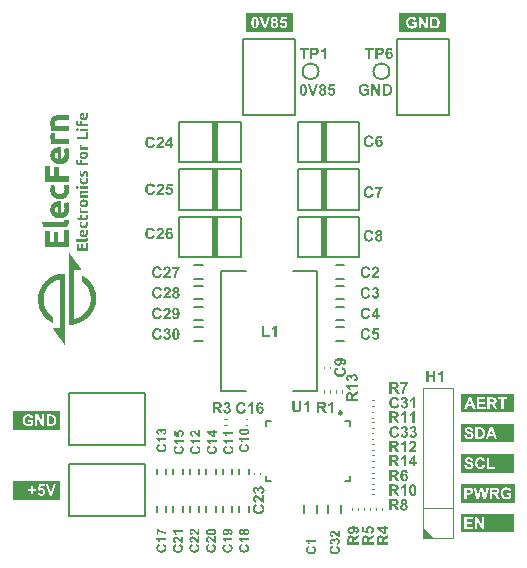
<source format=gto>
G04*
G04 #@! TF.GenerationSoftware,Altium Limited,Altium Designer,21.2.1 (34)*
G04*
G04 Layer_Color=65535*
%FSTAX24Y24*%
%MOIN*%
G70*
G04*
G04 #@! TF.SameCoordinates,EB3D7B52-6A9D-4B9E-8443-9CCFCCE6FA82*
G04*
G04*
G04 #@! TF.FilePolarity,Positive*
G04*
G01*
G75*
%ADD10C,0.0098*%
%ADD11C,0.0059*%
%ADD12C,0.0079*%
%ADD13C,0.0039*%
%ADD14R,0.0232X0.1378*%
G36*
X035777Y034182D02*
X035803D01*
Y034191D01*
X035811D01*
Y034199D01*
X03582D01*
Y034217D01*
X035829D01*
Y034225D01*
Y034294D01*
X03582D01*
Y034328D01*
X035854D01*
Y034336D01*
X03588D01*
Y034311D01*
X035889D01*
Y034182D01*
X03588D01*
Y034165D01*
X035871D01*
Y034148D01*
X035863D01*
Y034139D01*
X035854D01*
Y034131D01*
X035846D01*
Y034122D01*
X035829D01*
Y034114D01*
X035811D01*
Y034105D01*
X035769D01*
Y034097D01*
X035734D01*
Y034105D01*
X035692D01*
Y034114D01*
X035674D01*
Y034122D01*
X035657D01*
Y034131D01*
X035649D01*
Y034139D01*
X03564D01*
Y034148D01*
X035632D01*
Y034165D01*
X035623D01*
Y034191D01*
X035614D01*
Y034277D01*
X035623D01*
Y034294D01*
X035632D01*
Y034311D01*
X03564D01*
Y034319D01*
X035649D01*
Y034328D01*
X035666D01*
Y034336D01*
X035683D01*
Y034345D01*
X035726D01*
Y034354D01*
X035777D01*
Y034182D01*
D02*
G37*
G36*
X03552Y034071D02*
X035554D01*
Y034062D01*
X035563D01*
Y034045D01*
X035554D01*
Y033994D01*
X035563D01*
Y033985D01*
X035572D01*
Y033977D01*
X035597D01*
Y033968D01*
X035614D01*
Y034062D01*
X035683D01*
Y033968D01*
X035889D01*
Y0339D01*
X035554D01*
Y033908D01*
X035537D01*
Y033917D01*
X035529D01*
Y033925D01*
X03552D01*
Y033934D01*
X035512D01*
Y033942D01*
X035503D01*
Y033951D01*
X035494D01*
Y034071D01*
X035503D01*
Y034079D01*
X03552D01*
Y034071D01*
D02*
G37*
G36*
X035246Y034097D02*
X034878D01*
Y034088D01*
X034843D01*
Y034079D01*
X034826D01*
Y034071D01*
X034818D01*
Y034062D01*
X034809D01*
Y034054D01*
X0348D01*
Y034045D01*
X034792D01*
Y033934D01*
X0348D01*
Y033925D01*
X035246D01*
Y033754D01*
X034672D01*
Y033771D01*
X034663D01*
Y033814D01*
X034655D01*
Y033857D01*
X034646D01*
Y033917D01*
X034638D01*
Y034079D01*
X034646D01*
Y034114D01*
X034655D01*
Y034139D01*
X034663D01*
Y034165D01*
X034672D01*
Y034182D01*
X034681D01*
Y034191D01*
X034689D01*
Y034199D01*
X034698D01*
Y034208D01*
X034706D01*
Y034217D01*
X034715D01*
Y034225D01*
X034732D01*
Y034234D01*
X034741D01*
Y034242D01*
X034758D01*
Y034251D01*
X034783D01*
Y034259D01*
X034826D01*
Y034268D01*
X035246D01*
Y034097D01*
D02*
G37*
G36*
X035889Y033745D02*
X035614D01*
Y033822D01*
X035889D01*
Y033745D01*
D02*
G37*
G36*
X035554Y033822D02*
X035572D01*
Y033814D01*
X03558D01*
Y033762D01*
X035572D01*
Y033754D01*
X035563D01*
Y033745D01*
X035512D01*
Y033754D01*
X035503D01*
Y033762D01*
X035494D01*
Y033805D01*
X035503D01*
Y033814D01*
X035512D01*
Y033822D01*
X03552D01*
Y033831D01*
X035554D01*
Y033822D01*
D02*
G37*
G36*
X035889Y033463D02*
X035529D01*
Y03354D01*
X035811D01*
Y033548D01*
X03582D01*
Y033702D01*
X035889D01*
Y033463D01*
D02*
G37*
G36*
X034681Y033685D02*
X034723D01*
Y033677D01*
X034766D01*
Y033668D01*
X0348D01*
Y03366D01*
X034809D01*
Y033651D01*
X0348D01*
Y033617D01*
X034792D01*
Y033488D01*
X0348D01*
Y03348D01*
X035246D01*
Y0333D01*
X034681D01*
Y033326D01*
X034672D01*
Y033351D01*
X034663D01*
Y033385D01*
X034655D01*
Y03342D01*
X034646D01*
Y033463D01*
X034638D01*
Y0336D01*
X034646D01*
Y033651D01*
X034655D01*
Y033685D01*
X034663D01*
Y033694D01*
X034681D01*
Y033685D01*
D02*
G37*
G36*
X035632Y033291D02*
X035674D01*
Y033283D01*
X035683D01*
Y033257D01*
X035674D01*
Y033214D01*
X035683D01*
Y033197D01*
X035889D01*
Y03312D01*
X035632D01*
Y033146D01*
X035623D01*
Y033188D01*
X035614D01*
Y033283D01*
X035623D01*
Y0333D01*
X035632D01*
Y033291D01*
D02*
G37*
G36*
X035811Y033051D02*
X035829D01*
Y033043D01*
X035837D01*
Y033034D01*
X035854D01*
Y033026D01*
X035863D01*
Y033008D01*
X035871D01*
Y033D01*
X03588D01*
Y032991D01*
X035889D01*
Y03288D01*
X03588D01*
Y032863D01*
X035871D01*
Y032854D01*
X035863D01*
Y032837D01*
X035846D01*
Y032829D01*
X035837D01*
Y03282D01*
X03582D01*
Y032811D01*
X035803D01*
Y032803D01*
X0357D01*
Y032811D01*
X035683D01*
Y03282D01*
X035666D01*
Y032829D01*
X035657D01*
Y032837D01*
X035649D01*
Y032846D01*
X03564D01*
Y032854D01*
X035632D01*
Y032863D01*
X035623D01*
Y032889D01*
X035614D01*
Y032974D01*
X035623D01*
Y033D01*
X035632D01*
Y033008D01*
X03564D01*
Y033026D01*
X035649D01*
Y033034D01*
X035666D01*
Y033043D01*
X035674D01*
Y033051D01*
X035692D01*
Y03306D01*
X035811D01*
Y033051D01*
D02*
G37*
G36*
X035006Y03282D02*
X035032D01*
Y032829D01*
X035049D01*
Y032837D01*
X035058D01*
Y032846D01*
X035066D01*
Y032854D01*
X035075D01*
Y032863D01*
X035083D01*
Y032871D01*
X035092D01*
Y032889D01*
X0351D01*
Y032906D01*
X035109D01*
Y03294D01*
X035117D01*
Y033017D01*
X035109D01*
Y033068D01*
X0351D01*
Y033103D01*
X035092D01*
Y033128D01*
X035083D01*
Y033137D01*
X035092D01*
Y033146D01*
X035126D01*
Y033154D01*
X035177D01*
Y033163D01*
X035229D01*
Y033154D01*
X035237D01*
Y033128D01*
X035246D01*
Y033094D01*
X035255D01*
Y033043D01*
X035263D01*
Y033D01*
Y032991D01*
Y032871D01*
X035255D01*
Y032837D01*
X035246D01*
Y032811D01*
X035237D01*
Y032786D01*
X035229D01*
Y032777D01*
X03522D01*
Y03276D01*
X035212D01*
Y032751D01*
X035203D01*
Y032743D01*
X035195D01*
Y032726D01*
X035186D01*
Y032717D01*
X035177D01*
Y032709D01*
X035169D01*
Y0327D01*
X035152D01*
Y032691D01*
X035143D01*
Y032683D01*
X035126D01*
Y032674D01*
X035109D01*
Y032666D01*
X035092D01*
Y032657D01*
X035066D01*
Y032649D01*
X035032D01*
Y03264D01*
X034869D01*
Y032649D01*
X034843D01*
Y032657D01*
X034818D01*
Y032666D01*
X0348D01*
Y032674D01*
X034783D01*
Y032683D01*
X034766D01*
Y032691D01*
X034749D01*
Y0327D01*
X034741D01*
Y032709D01*
X034732D01*
Y032717D01*
X034715D01*
Y032734D01*
X034706D01*
Y032743D01*
X034698D01*
Y032751D01*
X034689D01*
Y03276D01*
X034681D01*
Y032777D01*
X034672D01*
Y032794D01*
X034663D01*
Y032811D01*
X034655D01*
Y032837D01*
X034646D01*
Y032863D01*
X034638D01*
Y032991D01*
X034646D01*
Y033026D01*
X034655D01*
Y033051D01*
X034663D01*
Y033068D01*
X034672D01*
Y033086D01*
X034681D01*
Y033094D01*
X034689D01*
Y033103D01*
X034698D01*
Y033111D01*
X034706D01*
Y03312D01*
X034715D01*
Y033128D01*
X034723D01*
Y033137D01*
X034732D01*
Y033146D01*
X034749D01*
Y033154D01*
X034758D01*
Y033163D01*
X034775D01*
Y033171D01*
X034792D01*
Y03318D01*
X034826D01*
Y033188D01*
X03486D01*
Y033197D01*
X035006D01*
Y03282D01*
D02*
G37*
G36*
X035529Y032769D02*
X035563D01*
Y032743D01*
X035554D01*
Y0327D01*
X035563D01*
Y032683D01*
X03558D01*
Y032674D01*
X035614D01*
Y032769D01*
X035683D01*
Y032674D01*
X035889D01*
Y032597D01*
X035563D01*
Y032606D01*
X035546D01*
Y032614D01*
X035529D01*
Y032623D01*
X03552D01*
Y032631D01*
X035512D01*
Y03264D01*
X035503D01*
Y032657D01*
X035494D01*
Y032769D01*
X035503D01*
Y032777D01*
X035529D01*
Y032769D01*
D02*
G37*
G36*
X035837Y032409D02*
X035854D01*
Y0324D01*
X035863D01*
Y032392D01*
X035871D01*
Y032383D01*
X03588D01*
Y032357D01*
X035889D01*
Y032229D01*
X03588D01*
Y032212D01*
X035846D01*
Y03222D01*
X03582D01*
Y032246D01*
X035829D01*
Y032289D01*
X035837D01*
Y032314D01*
X035829D01*
Y03234D01*
X035803D01*
Y032332D01*
X035794D01*
Y032314D01*
X035786D01*
Y032306D01*
Y032297D01*
X035777D01*
Y03228D01*
X035769D01*
Y032263D01*
X03576D01*
Y032246D01*
X035752D01*
Y032237D01*
X035743D01*
Y032229D01*
X035726D01*
Y03222D01*
X035657D01*
Y032229D01*
X03564D01*
Y032246D01*
X035632D01*
Y032255D01*
X035623D01*
Y032272D01*
X035614D01*
Y032383D01*
X035623D01*
Y032409D01*
X035632D01*
Y0324D01*
X035674D01*
Y032392D01*
X035683D01*
Y032374D01*
X035674D01*
Y032297D01*
X035709D01*
Y032306D01*
X035717D01*
Y032332D01*
X035726D01*
Y032349D01*
X035734D01*
Y032366D01*
X035743D01*
Y032383D01*
X035752D01*
Y032392D01*
X03576D01*
Y0324D01*
X035769D01*
Y032409D01*
X035786D01*
Y032417D01*
X035837D01*
Y032409D01*
D02*
G37*
G36*
X034621Y032237D02*
X034775D01*
Y032546D01*
X03492D01*
Y032537D01*
X034929D01*
Y032383D01*
Y032374D01*
Y032237D01*
X035246D01*
Y032049D01*
X034466D01*
Y03258D01*
X034621D01*
Y032237D01*
D02*
G37*
G36*
X03588Y032169D02*
X035889D01*
Y03204D01*
X03588D01*
Y032023D01*
X035871D01*
Y032006D01*
X035863D01*
Y031997D01*
X035854D01*
Y031989D01*
X035846D01*
Y03198D01*
X035829D01*
Y031972D01*
X035811D01*
Y031963D01*
X035769D01*
Y031955D01*
X035734D01*
Y031963D01*
X0357D01*
Y031972D01*
X035674D01*
Y03198D01*
X035666D01*
Y031989D01*
X035657D01*
Y031997D01*
X035649D01*
Y032006D01*
X03564D01*
Y032015D01*
X035632D01*
Y032023D01*
X035623D01*
Y032049D01*
X035614D01*
Y032143D01*
X035623D01*
Y032169D01*
X035649D01*
Y03216D01*
X035674D01*
Y032152D01*
X035683D01*
Y032126D01*
X035674D01*
Y032075D01*
X035683D01*
Y032066D01*
X035692D01*
Y032049D01*
X035709D01*
Y03204D01*
X035734D01*
Y032032D01*
X035777D01*
Y03204D01*
X035794D01*
Y032049D01*
X035811D01*
Y032057D01*
X03582D01*
Y032075D01*
X035829D01*
Y032143D01*
X03582D01*
Y032169D01*
X035871D01*
Y032177D01*
X03588D01*
Y032169D01*
D02*
G37*
G36*
X035889Y03186D02*
Y031852D01*
Y031826D01*
X035614D01*
Y031895D01*
X035889D01*
Y03186D01*
D02*
G37*
G36*
X035563Y031895D02*
X035572D01*
Y031886D01*
X03558D01*
Y031878D01*
Y031869D01*
Y031835D01*
X035572D01*
Y031826D01*
X035563D01*
Y031818D01*
X035512D01*
Y031826D01*
X035503D01*
Y031843D01*
X035494D01*
Y031878D01*
X035503D01*
Y031895D01*
X03552D01*
Y031903D01*
X035563D01*
Y031895D01*
D02*
G37*
G36*
X035237Y031938D02*
X035246D01*
Y031903D01*
X035255D01*
Y031869D01*
X035263D01*
Y031706D01*
X035255D01*
Y031672D01*
X035246D01*
Y031638D01*
X035237D01*
Y031621D01*
X035229D01*
Y031612D01*
X03522D01*
Y031595D01*
X035212D01*
Y031578D01*
X035203D01*
Y031569D01*
X035195D01*
Y031561D01*
X035186D01*
Y031552D01*
X035177D01*
Y031543D01*
X035169D01*
Y031535D01*
X03516D01*
Y031526D01*
X035143D01*
Y031518D01*
X035135D01*
Y031509D01*
X035117D01*
Y031501D01*
X035092D01*
Y031492D01*
X035075D01*
Y031483D01*
X035032D01*
Y031475D01*
X034869D01*
Y031483D01*
X034835D01*
Y031492D01*
X034818D01*
Y031501D01*
X0348D01*
Y031509D01*
X034783D01*
Y031518D01*
X034766D01*
Y031526D01*
X034758D01*
Y031535D01*
X034749D01*
Y031543D01*
X034732D01*
Y031552D01*
X034723D01*
Y031561D01*
X034715D01*
Y031569D01*
X034706D01*
Y031578D01*
X034698D01*
Y031595D01*
X034689D01*
Y031603D01*
X034681D01*
Y031621D01*
X034672D01*
Y031638D01*
X034663D01*
Y031655D01*
X034655D01*
Y03168D01*
X034646D01*
Y031706D01*
X034638D01*
Y031852D01*
X034646D01*
Y031895D01*
X034655D01*
Y03192D01*
X034663D01*
Y031946D01*
X034698D01*
Y031938D01*
X034732D01*
Y031929D01*
X034758D01*
Y03192D01*
X034792D01*
Y031912D01*
X034809D01*
Y031886D01*
X0348D01*
Y03186D01*
X034792D01*
Y031818D01*
X034783D01*
Y031766D01*
X034792D01*
Y031732D01*
X0348D01*
Y031715D01*
X034809D01*
Y031698D01*
X034826D01*
Y031689D01*
X034835D01*
Y03168D01*
X034843D01*
Y031672D01*
X034852D01*
Y031663D01*
X034878D01*
Y031655D01*
X034912D01*
Y031646D01*
X034989D01*
Y031655D01*
X035023D01*
Y031663D01*
X035049D01*
Y031672D01*
X035058D01*
Y03168D01*
X035075D01*
Y031689D01*
X035083D01*
Y031706D01*
X035092D01*
Y031715D01*
X0351D01*
Y031732D01*
X035109D01*
Y031783D01*
X035117D01*
Y031818D01*
X035109D01*
Y031878D01*
X0351D01*
Y031912D01*
X035092D01*
Y031929D01*
X0351D01*
Y031938D01*
X035152D01*
Y031946D01*
X035195D01*
Y031955D01*
X035237D01*
Y031938D01*
D02*
G37*
G36*
X035889Y03168D02*
X035726D01*
Y031672D01*
X035692D01*
Y031663D01*
X035683D01*
Y031646D01*
X035674D01*
Y031603D01*
X035683D01*
Y031595D01*
X035889D01*
Y031526D01*
X035623D01*
Y031569D01*
X035614D01*
Y031689D01*
X035623D01*
Y031706D01*
X035632D01*
Y031715D01*
X03564D01*
Y031732D01*
X035657D01*
Y03174D01*
X035674D01*
Y031749D01*
X035889D01*
Y03168D01*
D02*
G37*
G36*
X035769Y031458D02*
X035811D01*
Y031449D01*
X035829D01*
Y031441D01*
X035846D01*
Y031432D01*
X035854D01*
Y031423D01*
X035863D01*
Y031415D01*
X035871D01*
Y031398D01*
X03588D01*
Y031389D01*
X035889D01*
Y031278D01*
X03588D01*
Y031261D01*
X035871D01*
Y031252D01*
X035863D01*
Y031244D01*
X035854D01*
Y031235D01*
X035846D01*
Y031226D01*
X035837D01*
Y031218D01*
X03582D01*
Y031209D01*
X035803D01*
Y031201D01*
X035709D01*
Y031209D01*
X035683D01*
Y031218D01*
X035666D01*
Y031226D01*
X035657D01*
Y031235D01*
X035649D01*
Y031244D01*
X03564D01*
Y031252D01*
X035632D01*
Y031269D01*
X035623D01*
Y031286D01*
X035614D01*
Y031372D01*
X035623D01*
Y031398D01*
X035632D01*
Y031406D01*
X03564D01*
Y031423D01*
X035649D01*
Y031432D01*
X035657D01*
Y031441D01*
X035674D01*
Y031449D01*
X035692D01*
Y031458D01*
X035743D01*
Y031466D01*
X035769D01*
Y031458D01*
D02*
G37*
G36*
X035666Y031158D02*
X035683D01*
Y031132D01*
X035674D01*
Y031089D01*
X035683D01*
Y031072D01*
X035889D01*
Y030995D01*
X035632D01*
Y031021D01*
X035623D01*
Y031064D01*
X035614D01*
Y031158D01*
X035623D01*
Y031166D01*
X035666D01*
Y031158D01*
D02*
G37*
G36*
X03588Y030935D02*
X035889D01*
Y030824D01*
X03588D01*
Y030807D01*
X035871D01*
Y030798D01*
X035863D01*
Y030789D01*
X035854D01*
Y030781D01*
X035837D01*
Y030772D01*
X035786D01*
Y030764D01*
X035554D01*
Y030772D01*
X035546D01*
Y030824D01*
X035537D01*
Y030841D01*
X035614D01*
Y030935D01*
X035683D01*
Y030841D01*
X035794D01*
Y030849D01*
X03582D01*
Y030867D01*
X035829D01*
Y030927D01*
X03582D01*
Y030935D01*
X035846D01*
Y030944D01*
X03588D01*
Y030935D01*
D02*
G37*
G36*
X035006Y031021D02*
X03504D01*
Y031029D01*
X035058D01*
Y031038D01*
X035066D01*
Y031046D01*
X035075D01*
Y031055D01*
X035083D01*
Y031064D01*
X035092D01*
Y031089D01*
X0351D01*
Y031106D01*
X035109D01*
Y031141D01*
X035117D01*
Y031192D01*
X035109D01*
Y031269D01*
X0351D01*
Y031295D01*
X035092D01*
Y031329D01*
X035083D01*
Y031338D01*
X035092D01*
Y031346D01*
X035143D01*
Y031355D01*
X035203D01*
Y031363D01*
X035229D01*
Y031355D01*
X035237D01*
Y031329D01*
X035246D01*
Y031286D01*
X035255D01*
Y031244D01*
X035263D01*
Y031072D01*
X035255D01*
Y031038D01*
X035246D01*
Y031012D01*
X035237D01*
Y030986D01*
X035229D01*
Y030969D01*
X03522D01*
Y030961D01*
X035212D01*
Y030944D01*
X035203D01*
Y030935D01*
X035195D01*
Y030927D01*
X035186D01*
Y030918D01*
X035177D01*
Y030909D01*
X035169D01*
Y030901D01*
X03516D01*
Y030892D01*
X035143D01*
Y030884D01*
X035135D01*
Y030875D01*
X035117D01*
Y030867D01*
X0351D01*
Y030858D01*
X035075D01*
Y030849D01*
X03504D01*
Y030841D01*
X034972D01*
Y030832D01*
X034938D01*
Y030841D01*
X03486D01*
Y030849D01*
X034835D01*
Y030858D01*
X034809D01*
Y030867D01*
X034792D01*
Y030875D01*
X034775D01*
Y030884D01*
X034758D01*
Y030892D01*
X034749D01*
Y030901D01*
X034741D01*
Y030909D01*
X034723D01*
Y030918D01*
X034715D01*
Y030927D01*
X034706D01*
Y030944D01*
X034698D01*
Y030952D01*
X034689D01*
Y030961D01*
X034681D01*
Y030969D01*
X034672D01*
Y030986D01*
X034663D01*
Y031012D01*
X034655D01*
Y031029D01*
X034646D01*
Y031055D01*
X034638D01*
Y031192D01*
X034646D01*
Y031226D01*
X034655D01*
Y031244D01*
X034663D01*
Y031261D01*
X034672D01*
Y031278D01*
X034681D01*
Y031286D01*
X034689D01*
Y031295D01*
X034698D01*
Y031312D01*
X034706D01*
Y031321D01*
X034715D01*
Y031329D01*
X034723D01*
Y031338D01*
X034741D01*
Y031346D01*
X034749D01*
Y031355D01*
X034766D01*
Y031363D01*
X034783D01*
Y031372D01*
X0348D01*
Y031381D01*
X034835D01*
Y031389D01*
X034878D01*
Y031398D01*
X035006D01*
Y031021D01*
D02*
G37*
G36*
X03588Y030712D02*
X035889D01*
Y030584D01*
X03588D01*
Y030567D01*
X035871D01*
Y03055D01*
X035863D01*
Y030541D01*
X035854D01*
Y030532D01*
X035846D01*
Y030524D01*
X035837D01*
Y030515D01*
X035811D01*
Y030507D01*
X035769D01*
Y030498D01*
X035743D01*
Y030507D01*
X035692D01*
Y030515D01*
X035674D01*
Y030524D01*
X035666D01*
Y030532D01*
X035649D01*
Y030541D01*
X03564D01*
Y03055D01*
X035632D01*
Y030567D01*
X035623D01*
Y030592D01*
X035614D01*
Y030687D01*
X035623D01*
Y030712D01*
X035649D01*
Y030704D01*
X035674D01*
Y030695D01*
X035683D01*
Y030669D01*
X035674D01*
Y030618D01*
X035683D01*
Y03061D01*
X035692D01*
Y030592D01*
X035709D01*
Y030584D01*
X035734D01*
Y030575D01*
X035777D01*
Y030584D01*
X035794D01*
Y030592D01*
X035811D01*
Y030601D01*
X03582D01*
Y030618D01*
X035829D01*
Y030635D01*
Y030644D01*
Y030687D01*
X03582D01*
Y030712D01*
X035871D01*
Y030721D01*
X03588D01*
Y030712D01*
D02*
G37*
G36*
X035126Y030789D02*
X035177D01*
Y030781D01*
X035229D01*
Y030772D01*
X035263D01*
Y030729D01*
X035255D01*
Y030669D01*
X035246D01*
Y030635D01*
X035237D01*
Y030618D01*
X035229D01*
Y030601D01*
X03522D01*
Y030592D01*
X035212D01*
Y030575D01*
X035203D01*
Y030567D01*
X035195D01*
Y030558D01*
X035177D01*
Y03055D01*
X03516D01*
Y030541D01*
X035135D01*
Y030532D01*
X034398D01*
Y030541D01*
X034389D01*
Y030601D01*
X034381D01*
Y030652D01*
X034372D01*
Y030704D01*
X035066D01*
Y030712D01*
X035083D01*
Y030721D01*
X035092D01*
Y030729D01*
X0351D01*
Y030747D01*
X035109D01*
Y030772D01*
X035117D01*
Y030798D01*
X035126D01*
Y030789D01*
D02*
G37*
G36*
X035777Y030284D02*
X035803D01*
Y030292D01*
X035811D01*
Y030301D01*
X03582D01*
Y030318D01*
X035829D01*
Y030404D01*
X03582D01*
Y03043D01*
X035854D01*
Y030438D01*
X03588D01*
Y030421D01*
X035889D01*
Y030284D01*
X03588D01*
Y030267D01*
X035871D01*
Y03025D01*
X035863D01*
Y030241D01*
X035854D01*
Y030233D01*
X035846D01*
Y030224D01*
X035829D01*
Y030215D01*
X035811D01*
Y030207D01*
X035769D01*
Y030198D01*
X035734D01*
Y030207D01*
X035692D01*
Y030215D01*
X035674D01*
Y030224D01*
X035666D01*
Y030233D01*
X035649D01*
Y030241D01*
X03564D01*
Y03025D01*
X035632D01*
Y030267D01*
X035623D01*
Y030284D01*
X035614D01*
Y030378D01*
X035623D01*
Y030395D01*
X035632D01*
Y030412D01*
X03564D01*
Y030421D01*
X035649D01*
Y03043D01*
X035666D01*
Y030438D01*
X035683D01*
Y030447D01*
X035709D01*
Y030455D01*
X035777D01*
Y030284D01*
D02*
G37*
G36*
X035246Y029881D02*
X034466D01*
Y030412D01*
X034621D01*
Y030061D01*
X034758D01*
Y03007D01*
X034766D01*
Y030378D01*
X034912D01*
Y030061D01*
X035092D01*
Y030207D01*
Y030215D01*
Y030438D01*
X035246D01*
Y029881D01*
D02*
G37*
G36*
X035854Y030164D02*
X035889D01*
Y030104D01*
X03588D01*
Y030087D01*
X035871D01*
Y030078D01*
X035863D01*
Y03007D01*
X035854D01*
Y030061D01*
X035829D01*
Y030053D01*
X035503D01*
Y030078D01*
X035494D01*
Y03013D01*
X035811D01*
Y030138D01*
X03582D01*
Y030147D01*
X035829D01*
Y030173D01*
X035854D01*
Y030164D01*
D02*
G37*
G36*
X035889Y029753D02*
X035529D01*
Y029984D01*
X035597D01*
Y02983D01*
X035666D01*
Y029967D01*
X035734D01*
Y02983D01*
X03582D01*
Y030001D01*
X035889D01*
Y029753D01*
D02*
G37*
G36*
X035272Y029667D02*
X03528D01*
Y029658D01*
X035289D01*
Y02965D01*
X035297D01*
Y029633D01*
X035306D01*
Y029624D01*
X035315D01*
Y029616D01*
X035323D01*
Y029599D01*
X035332D01*
Y02959D01*
X03534D01*
Y029581D01*
X035349D01*
Y029564D01*
X035357D01*
Y029556D01*
X035366D01*
Y029539D01*
X035375D01*
Y02953D01*
X035383D01*
Y029521D01*
X035392D01*
Y029504D01*
X0354D01*
Y029496D01*
X035409D01*
Y029487D01*
X035417D01*
Y02947D01*
X035426D01*
Y029461D01*
X035435D01*
Y029453D01*
X035443D01*
Y029436D01*
X035452D01*
Y029427D01*
X03546D01*
Y02941D01*
X035469D01*
Y029401D01*
X035477D01*
Y029393D01*
X035486D01*
Y029376D01*
X035494D01*
Y029367D01*
X035503D01*
Y029359D01*
X035512D01*
Y029341D01*
X03552D01*
Y029333D01*
X035529D01*
Y029316D01*
X035537D01*
Y029307D01*
X035546D01*
Y029299D01*
X035554D01*
Y029281D01*
X035563D01*
Y029273D01*
X035572D01*
Y029264D01*
X03558D01*
Y029247D01*
X035589D01*
Y029239D01*
X035597D01*
Y02923D01*
X035606D01*
Y029213D01*
X035614D01*
Y029204D01*
X035623D01*
Y029187D01*
X035632D01*
Y029179D01*
X03564D01*
Y02917D01*
X035649D01*
Y029153D01*
X035657D01*
Y029144D01*
X035666D01*
Y029136D01*
X035674D01*
Y029119D01*
X035435D01*
Y027482D01*
X035452D01*
Y027491D01*
X035486D01*
Y027499D01*
X035512D01*
Y027508D01*
X035537D01*
Y027517D01*
X035563D01*
Y027525D01*
X03558D01*
Y027534D01*
X035597D01*
Y027542D01*
X035614D01*
Y027551D01*
X035632D01*
Y027559D01*
X035649D01*
Y027568D01*
X035657D01*
Y027576D01*
X035674D01*
Y027585D01*
X035683D01*
Y027594D01*
X0357D01*
Y027602D01*
X035709D01*
Y027611D01*
X035717D01*
Y027619D01*
X035734D01*
Y027628D01*
X035743D01*
Y027636D01*
X035752D01*
Y027645D01*
X03576D01*
Y027654D01*
X035769D01*
Y027662D01*
X035777D01*
Y027671D01*
X035786D01*
Y027679D01*
X035794D01*
Y027688D01*
X035803D01*
Y027696D01*
X035811D01*
Y027705D01*
X03582D01*
Y027714D01*
X035829D01*
Y027722D01*
X035837D01*
Y027739D01*
X035846D01*
Y027748D01*
X035854D01*
Y027756D01*
X035863D01*
Y027774D01*
X035871D01*
Y027782D01*
X03588D01*
Y027799D01*
X035889D01*
Y027808D01*
X035897D01*
Y027825D01*
X035906D01*
Y027842D01*
X035914D01*
Y027859D01*
X035923D01*
Y027876D01*
X035931D01*
Y027894D01*
X03594D01*
Y027919D01*
X035949D01*
Y027945D01*
X035957D01*
Y027979D01*
X035966D01*
Y028013D01*
X035974D01*
Y028056D01*
X035983D01*
Y028253D01*
X035974D01*
Y028305D01*
X035966D01*
Y028339D01*
X035957D01*
Y028365D01*
X035949D01*
Y02839D01*
X03594D01*
Y028416D01*
X035931D01*
Y028433D01*
X035923D01*
Y02845D01*
X035914D01*
Y028468D01*
X035906D01*
Y028493D01*
X035897D01*
Y028502D01*
X035889D01*
Y028519D01*
X03588D01*
Y028528D01*
X035871D01*
Y028545D01*
X035863D01*
Y028553D01*
X035854D01*
Y028562D01*
X035846D01*
Y028579D01*
X035837D01*
Y028588D01*
X035829D01*
Y028596D01*
X03582D01*
Y028613D01*
X035811D01*
Y028622D01*
X035803D01*
Y02863D01*
X035794D01*
Y028639D01*
X035786D01*
Y028647D01*
X035777D01*
Y028656D01*
X035769D01*
Y028665D01*
X035752D01*
Y028673D01*
X035743D01*
Y028682D01*
X035734D01*
Y02869D01*
X035726D01*
Y028699D01*
X035717D01*
Y028707D01*
X0357D01*
Y028716D01*
X035692D01*
Y028725D01*
X035683D01*
Y028939D01*
X035692D01*
Y02893D01*
X0357D01*
Y028922D01*
X035717D01*
Y028913D01*
X035734D01*
Y028905D01*
X035743D01*
Y028896D01*
X03576D01*
Y028887D01*
X035777D01*
Y028879D01*
X035786D01*
Y02887D01*
X035794D01*
Y028862D01*
X035811D01*
Y028853D01*
X03582D01*
Y028845D01*
X035829D01*
Y028836D01*
X035846D01*
Y028827D01*
X035854D01*
Y028819D01*
X035863D01*
Y02881D01*
X03588D01*
Y028802D01*
X035889D01*
Y028793D01*
X035897D01*
Y028785D01*
X035906D01*
Y028776D01*
X035914D01*
Y028767D01*
X035923D01*
Y02875D01*
X035931D01*
Y028742D01*
X03594D01*
Y028733D01*
X035949D01*
Y028725D01*
X035957D01*
Y028716D01*
X035966D01*
Y028707D01*
X035974D01*
Y028699D01*
X035983D01*
Y028682D01*
X035991D01*
Y028673D01*
X036D01*
Y028665D01*
X036009D01*
Y028647D01*
X036017D01*
Y028639D01*
X036026D01*
Y028622D01*
X036034D01*
Y028613D01*
X036043D01*
Y028596D01*
X036051D01*
Y028579D01*
X03606D01*
Y028562D01*
X036069D01*
Y028545D01*
X036077D01*
Y028528D01*
X036086D01*
Y02851D01*
X036094D01*
Y028493D01*
X036103D01*
Y028468D01*
X036111D01*
Y02845D01*
X03612D01*
Y028425D01*
X036128D01*
Y028408D01*
X036137D01*
Y028373D01*
X036146D01*
Y02833D01*
X036154D01*
Y028288D01*
X036163D01*
Y028039D01*
X036154D01*
Y027979D01*
X036146D01*
Y027953D01*
X036137D01*
Y027919D01*
X036128D01*
Y027894D01*
X03612D01*
Y027868D01*
X036111D01*
Y027842D01*
X036103D01*
Y027825D01*
X036094D01*
Y027808D01*
X036086D01*
Y027791D01*
X036077D01*
Y027774D01*
X036069D01*
Y027756D01*
X03606D01*
Y027739D01*
X036051D01*
Y027722D01*
X036043D01*
Y027705D01*
X036034D01*
Y027696D01*
X036026D01*
Y027679D01*
X036017D01*
Y027671D01*
X036009D01*
Y027654D01*
X036D01*
Y027645D01*
X035991D01*
Y027628D01*
X035983D01*
Y027619D01*
X035974D01*
Y027611D01*
X035966D01*
Y027602D01*
X035957D01*
Y027585D01*
X035949D01*
Y027576D01*
X03594D01*
Y027568D01*
X035931D01*
Y027559D01*
X035923D01*
Y027551D01*
X035914D01*
Y027542D01*
X035906D01*
Y027534D01*
X035897D01*
Y027525D01*
X035889D01*
Y027517D01*
X03588D01*
Y027508D01*
X035871D01*
Y027499D01*
X035863D01*
Y027491D01*
X035846D01*
Y027482D01*
X035837D01*
Y027474D01*
X035829D01*
Y027465D01*
X035811D01*
Y027457D01*
X035803D01*
Y027448D01*
X035794D01*
Y027439D01*
X035777D01*
Y027431D01*
X035769D01*
Y027422D01*
X035752D01*
Y027414D01*
X035734D01*
Y027405D01*
X035726D01*
Y027397D01*
X035709D01*
Y027388D01*
X035692D01*
Y027379D01*
X035674D01*
Y027371D01*
X035657D01*
Y027362D01*
X03564D01*
Y027354D01*
X035614D01*
Y027345D01*
X035597D01*
Y027337D01*
X035572D01*
Y027328D01*
X035537D01*
Y027319D01*
X035512D01*
Y027311D01*
X035469D01*
Y027302D01*
X035426D01*
Y027294D01*
X03534D01*
Y027285D01*
X035263D01*
Y027628D01*
Y027636D01*
Y029684D01*
X035272D01*
Y029667D01*
D02*
G37*
G36*
X035135Y0266D02*
X035126D01*
Y026617D01*
X035117D01*
Y026625D01*
X035109D01*
Y026634D01*
X0351D01*
Y026651D01*
X035092D01*
Y02666D01*
X035083D01*
Y026668D01*
X035075D01*
Y026685D01*
X035066D01*
Y026694D01*
X035058D01*
Y026711D01*
X035049D01*
Y02672D01*
X03504D01*
Y026728D01*
X035032D01*
Y026745D01*
X035023D01*
Y026754D01*
X035015D01*
Y026763D01*
X035006D01*
Y02678D01*
X034998D01*
Y026788D01*
X034989D01*
Y026797D01*
X03498D01*
Y026814D01*
X034972D01*
Y026823D01*
X034963D01*
Y02684D01*
X034955D01*
Y026848D01*
X034946D01*
Y026857D01*
X034938D01*
Y026874D01*
X034929D01*
Y026883D01*
X03492D01*
Y026891D01*
X034912D01*
Y026908D01*
X034903D01*
Y026917D01*
X034895D01*
Y026934D01*
X034886D01*
Y026942D01*
X034878D01*
Y026951D01*
X034869D01*
Y026968D01*
X03486D01*
Y026977D01*
X034852D01*
Y026985D01*
X034843D01*
Y027002D01*
X034835D01*
Y027011D01*
X034826D01*
Y02702D01*
X034818D01*
Y027037D01*
X034809D01*
Y027045D01*
X0348D01*
Y027062D01*
X034792D01*
Y027071D01*
X034783D01*
Y02708D01*
X034775D01*
Y027097D01*
X034766D01*
Y027105D01*
X034758D01*
Y027114D01*
X034749D01*
Y027131D01*
X034741D01*
Y02714D01*
X034732D01*
Y027157D01*
X034723D01*
Y027165D01*
X034963D01*
Y027439D01*
Y027448D01*
Y028793D01*
X034929D01*
Y028785D01*
X034895D01*
Y028776D01*
X034869D01*
Y028767D01*
X034843D01*
Y028759D01*
X034826D01*
Y02875D01*
X034809D01*
Y028742D01*
X034792D01*
Y028733D01*
X034775D01*
Y028725D01*
X034758D01*
Y028716D01*
X034741D01*
Y028707D01*
X034732D01*
Y028699D01*
X034715D01*
Y02869D01*
X034706D01*
Y028682D01*
X034698D01*
Y028673D01*
X034681D01*
Y028665D01*
X034672D01*
Y028656D01*
X034663D01*
Y028647D01*
X034655D01*
Y028639D01*
X034646D01*
Y02863D01*
X034629D01*
Y028622D01*
X034621D01*
Y028613D01*
X034612D01*
Y028605D01*
X034603D01*
Y028596D01*
X034595D01*
Y028588D01*
X034586D01*
Y028579D01*
X034578D01*
Y028562D01*
X034569D01*
Y028553D01*
X034561D01*
Y028545D01*
X034552D01*
Y028536D01*
X034543D01*
Y028519D01*
X034535D01*
Y02851D01*
X034526D01*
Y028493D01*
X034518D01*
Y028485D01*
X034509D01*
Y028468D01*
X034501D01*
Y028459D01*
X034492D01*
Y028442D01*
X034483D01*
Y028425D01*
X034475D01*
Y028408D01*
X034466D01*
Y028382D01*
X034458D01*
Y028356D01*
X034449D01*
Y02833D01*
X034441D01*
Y028305D01*
X034432D01*
Y02827D01*
X034424D01*
Y028228D01*
X034415D01*
Y028013D01*
X034424D01*
Y027979D01*
X034432D01*
Y027945D01*
X034441D01*
Y027911D01*
X034449D01*
Y027885D01*
X034458D01*
Y027859D01*
X034466D01*
Y027842D01*
X034475D01*
Y027825D01*
X034483D01*
Y027808D01*
X034492D01*
Y027791D01*
X034501D01*
Y027782D01*
X034509D01*
Y027765D01*
X034518D01*
Y027748D01*
X034526D01*
Y027739D01*
X034535D01*
Y027722D01*
X034543D01*
Y027714D01*
X034552D01*
Y027705D01*
X034561D01*
Y027688D01*
X034569D01*
Y027679D01*
X034578D01*
Y027671D01*
X034586D01*
Y027662D01*
X034595D01*
Y027654D01*
X034603D01*
Y027645D01*
X034612D01*
Y027636D01*
X034621D01*
Y027628D01*
X034629D01*
Y027619D01*
X034638D01*
Y027611D01*
X034646D01*
Y027602D01*
X034655D01*
Y027594D01*
X034663D01*
Y027585D01*
X034681D01*
Y027576D01*
X034689D01*
Y027568D01*
X034706D01*
Y027559D01*
X034715D01*
Y027345D01*
X034706D01*
Y027354D01*
X034689D01*
Y027362D01*
X034672D01*
Y027371D01*
X034655D01*
Y027379D01*
X034646D01*
Y027388D01*
X034629D01*
Y027397D01*
X034621D01*
Y027405D01*
X034603D01*
Y027414D01*
X034595D01*
Y027422D01*
X034586D01*
Y027431D01*
X034569D01*
Y027439D01*
X034561D01*
Y027448D01*
X034552D01*
Y027457D01*
X034543D01*
Y027465D01*
X034526D01*
Y027474D01*
X034518D01*
Y027482D01*
X034509D01*
Y027491D01*
X034501D01*
Y027499D01*
X034492D01*
Y027508D01*
X034475D01*
Y027517D01*
X034466D01*
Y027534D01*
X034458D01*
Y027542D01*
X034449D01*
Y027551D01*
X034441D01*
Y027559D01*
X034432D01*
Y027576D01*
X034424D01*
Y027585D01*
X034415D01*
Y027594D01*
X034406D01*
Y027611D01*
X034398D01*
Y027619D01*
X034389D01*
Y027636D01*
X034381D01*
Y027645D01*
X034372D01*
Y027662D01*
X034364D01*
Y027671D01*
X034355D01*
Y027688D01*
X034346D01*
Y027705D01*
X034338D01*
Y027722D01*
X034329D01*
Y027739D01*
X034321D01*
Y027748D01*
X034312D01*
Y027765D01*
X034304D01*
Y027782D01*
X034295D01*
Y027808D01*
X034286D01*
Y027825D01*
X034278D01*
Y027859D01*
X034269D01*
Y027885D01*
X034261D01*
Y027919D01*
X034252D01*
Y027962D01*
X034244D01*
Y028013D01*
X034235D01*
Y028245D01*
X034244D01*
Y028296D01*
X034252D01*
Y02833D01*
X034261D01*
Y028373D01*
X034269D01*
Y028399D01*
X034278D01*
Y028416D01*
X034286D01*
Y028442D01*
X034295D01*
Y028459D01*
X034304D01*
Y028476D01*
X034312D01*
Y028493D01*
X034321D01*
Y02851D01*
X034329D01*
Y028528D01*
X034338D01*
Y028545D01*
X034346D01*
Y028562D01*
X034355D01*
Y02857D01*
X034364D01*
Y028588D01*
X034372D01*
Y028605D01*
X034381D01*
Y028613D01*
X034389D01*
Y028622D01*
X034398D01*
Y028639D01*
X034406D01*
Y028647D01*
X034415D01*
Y028665D01*
X034424D01*
Y028673D01*
X034432D01*
Y028682D01*
X034441D01*
Y02869D01*
X034449D01*
Y028699D01*
X034458D01*
Y028707D01*
X034466D01*
Y028725D01*
X034475D01*
Y028733D01*
X034483D01*
Y028742D01*
X034501D01*
Y02875D01*
X034509D01*
Y028759D01*
X034518D01*
Y028767D01*
X034526D01*
Y028776D01*
X034535D01*
Y028785D01*
X034543D01*
Y028793D01*
X034552D01*
Y028802D01*
X034569D01*
Y02881D01*
X034578D01*
Y028819D01*
X034586D01*
Y028827D01*
X034595D01*
Y028836D01*
X034612D01*
Y028845D01*
X034629D01*
Y028853D01*
X034638D01*
Y028862D01*
X034655D01*
Y02887D01*
X034672D01*
Y028879D01*
X034681D01*
Y028887D01*
X034698D01*
Y028896D01*
X034715D01*
Y028905D01*
X034732D01*
Y028913D01*
X034749D01*
Y028922D01*
X034766D01*
Y02893D01*
X034792D01*
Y028939D01*
X034809D01*
Y028947D01*
X034835D01*
Y028956D01*
X034869D01*
Y028964D01*
X034895D01*
Y028973D01*
X034946D01*
Y028982D01*
X034998D01*
Y02899D01*
X035135D01*
Y0266D01*
D02*
G37*
G36*
X047424Y020173D02*
X047072D01*
Y020525D01*
X047424Y020173D01*
D02*
G37*
G36*
X050092Y020366D02*
X048321D01*
Y02098D01*
X050092D01*
Y020366D01*
D02*
G37*
G36*
X034956Y023791D02*
X033381D01*
Y024421D01*
X034956D01*
Y023791D01*
D02*
G37*
G36*
X050092Y023362D02*
X048321D01*
Y023991D01*
X050092D01*
Y023362D01*
D02*
G37*
G36*
Y024366D02*
X048321D01*
Y02498D01*
X050092D01*
Y024366D01*
D02*
G37*
G36*
X050128Y021355D02*
X048321D01*
Y021983D01*
X050128D01*
Y021355D01*
D02*
G37*
G36*
X042724Y037041D02*
X04115D01*
Y037671D01*
X042724D01*
Y037041D01*
D02*
G37*
G36*
X047843D02*
X046268D01*
Y037671D01*
X047843D01*
Y037041D01*
D02*
G37*
G36*
X034956Y021461D02*
X033381D01*
Y022091D01*
X034956D01*
Y021461D01*
D02*
G37*
G36*
X050092Y022359D02*
X048321D01*
Y022987D01*
X050092D01*
Y022359D01*
D02*
G37*
G36*
X043008Y024548D02*
Y024547D01*
Y024545D01*
Y024541D01*
Y024537D01*
Y024531D01*
X043007Y024525D01*
Y024518D01*
Y024511D01*
X043006Y024495D01*
X043005Y024478D01*
X043004Y024471D01*
X043003Y024464D01*
X043002Y024458D01*
X043001Y024452D01*
Y024451D01*
X043001Y024451D01*
Y024449D01*
X043Y024447D01*
X042998Y024442D01*
X042996Y024435D01*
X042993Y024428D01*
X042989Y02442D01*
X042984Y024412D01*
X042978Y024404D01*
X042978Y024403D01*
X042975Y024401D01*
X042972Y024398D01*
X042967Y024393D01*
X04296Y024388D01*
X042953Y024383D01*
X042944Y024378D01*
X042934Y024374D01*
X042933D01*
X042933Y024373D01*
X042931Y024373D01*
X042929Y024372D01*
X042926Y024371D01*
X042923Y02437D01*
X042919Y024369D01*
X042914Y024368D01*
X042904Y024366D01*
X042891Y024364D01*
X042877Y024363D01*
X042861Y024362D01*
X042853D01*
X042848Y024363D01*
X042843D01*
X042837Y024363D01*
X042831Y024364D01*
X042818Y024365D01*
X042804Y024367D01*
X04279Y02437D01*
X042784Y024372D01*
X042779Y024374D01*
X042778D01*
X042778Y024375D01*
X042775Y024376D01*
X042769Y024379D01*
X042763Y024383D01*
X042756Y024388D01*
X042748Y024393D01*
X042741Y0244D01*
X042735Y024407D01*
X042734Y024408D01*
X042732Y02441D01*
X042729Y024415D01*
X042726Y02442D01*
X042723Y024426D01*
X042719Y024433D01*
X042716Y024441D01*
X042713Y024449D01*
Y02445D01*
X042713Y024451D01*
Y024452D01*
X042712Y024455D01*
X042712Y024458D01*
X042711Y024463D01*
X042711Y024468D01*
X04271Y024473D01*
X042709Y02448D01*
X042708Y024487D01*
X042708Y024494D01*
X042707Y024503D01*
X042707Y024512D01*
Y024523D01*
X042706Y024534D01*
Y024545D01*
Y024747D01*
X042783D01*
Y024542D01*
Y024541D01*
Y02454D01*
Y024537D01*
Y024534D01*
Y02453D01*
Y024525D01*
X042783Y024516D01*
Y024505D01*
X042784Y024494D01*
X042784Y024489D01*
Y024485D01*
X042785Y024482D01*
X042785Y024478D01*
Y024477D01*
X042787Y024475D01*
X042788Y02447D01*
X04279Y024465D01*
X042793Y024459D01*
X042797Y024453D01*
X042802Y024446D01*
X042808Y024441D01*
X042809Y02444D01*
X042812Y024439D01*
X042816Y024436D01*
X042821Y024434D01*
X042829Y024432D01*
X042838Y024429D01*
X042848Y024428D01*
X042859Y024427D01*
X042865D01*
X04287Y024428D01*
X042877Y024429D01*
X042885Y02443D01*
X042893Y024433D01*
X042901Y024436D01*
X042908Y02444D01*
X042908Y024441D01*
X04291Y024442D01*
X042913Y024445D01*
X042917Y024449D01*
X04292Y024454D01*
X042923Y024459D01*
X042926Y024465D01*
X042927Y024472D01*
Y024474D01*
X042928Y024476D01*
X042929Y024481D01*
X04293Y024488D01*
Y024492D01*
X04293Y024497D01*
Y024503D01*
X042931Y024508D01*
Y024515D01*
X042931Y024522D01*
Y024529D01*
Y024537D01*
Y024747D01*
X043008D01*
Y024548D01*
D02*
G37*
G36*
X043257Y024369D02*
X043185D01*
Y024643D01*
X043184Y024642D01*
X043183Y024641D01*
X043181Y02464D01*
X043177Y024637D01*
X043174Y024634D01*
X043169Y02463D01*
X043164Y024626D01*
X043158Y024622D01*
X043151Y024618D01*
X043144Y024613D01*
X043137Y024608D01*
X043128Y024604D01*
X043111Y024596D01*
X043091Y024588D01*
Y024654D01*
X043092D01*
X043092Y024654D01*
X043094Y024655D01*
X043096Y024655D01*
X043102Y024658D01*
X043109Y024661D01*
X043119Y024666D01*
X043129Y024672D01*
X04314Y024679D01*
X043152Y024688D01*
X043153Y024689D01*
X043154Y024689D01*
X043156Y024691D01*
X043158Y024693D01*
X043164Y024699D01*
X04317Y024706D01*
X043178Y024714D01*
X043186Y024725D01*
X043193Y024737D01*
X043198Y024749D01*
X043257D01*
Y024369D01*
D02*
G37*
G36*
X04218Y02688D02*
X042107D01*
Y027154D01*
X042107Y027153D01*
X042106Y027152D01*
X042103Y02715D01*
X0421Y027148D01*
X042096Y027144D01*
X042092Y027141D01*
X042086Y027137D01*
X04208Y027133D01*
X042074Y027128D01*
X042067Y027124D01*
X042059Y027119D01*
X042051Y027115D01*
X042033Y027107D01*
X042014Y027099D01*
Y027164D01*
X042014D01*
X042015Y027165D01*
X042017Y027166D01*
X042019Y027166D01*
X042024Y027169D01*
X042032Y027172D01*
X042041Y027176D01*
X042051Y027182D01*
X042063Y02719D01*
X042075Y027199D01*
X042075Y027199D01*
X042077Y0272D01*
X042078Y027202D01*
X04208Y027204D01*
X042086Y027209D01*
X042093Y027216D01*
X042101Y027225D01*
X042108Y027236D01*
X042115Y027247D01*
X042121Y02726D01*
X04218D01*
Y02688D01*
D02*
G37*
G36*
X041766Y026944D02*
X041956D01*
Y02688D01*
X04169D01*
Y027255D01*
X041766D01*
Y026944D01*
D02*
G37*
G36*
X046811Y022702D02*
X046858D01*
Y022638D01*
X046811D01*
Y022562D01*
X046742D01*
Y022638D01*
X046586D01*
Y022701D01*
X04675Y022942D01*
X046811D01*
Y022702D01*
D02*
G37*
G36*
X04649Y022562D02*
X046418D01*
Y022836D01*
X046417Y022835D01*
X046416Y022834D01*
X046414Y022833D01*
X046411Y02283D01*
X046407Y022827D01*
X046402Y022823D01*
X046397Y02282D01*
X046391Y022815D01*
X046384Y022811D01*
X046377Y022806D01*
X04637Y022802D01*
X046362Y022797D01*
X046344Y022789D01*
X046324Y022781D01*
Y022847D01*
X046325D01*
X046325Y022847D01*
X046327Y022848D01*
X046329Y022849D01*
X046335Y022851D01*
X046342Y022855D01*
X046352Y022859D01*
X046362Y022865D01*
X046374Y022873D01*
X046386Y022881D01*
X046386Y022882D01*
X046387Y022882D01*
X046389Y022884D01*
X046391Y022886D01*
X046397Y022892D01*
X046404Y022899D01*
X046411Y022907D01*
X046419Y022918D01*
X046426Y02293D01*
X046431Y022942D01*
X04649D01*
Y022562D01*
D02*
G37*
G36*
X046116Y02294D02*
X046122D01*
X046128Y022939D01*
X046135D01*
X046149Y022938D01*
X046164Y022936D01*
X046178Y022933D01*
X046184Y022931D01*
X046189Y02293D01*
X04619D01*
X04619Y022929D01*
X046193Y022928D01*
X046198Y022925D01*
X046205Y022922D01*
X046212Y022916D01*
X046219Y02291D01*
X046226Y022903D01*
X046233Y022893D01*
Y022893D01*
X046233Y022892D01*
X046234Y022891D01*
X046235Y022889D01*
X046238Y022883D01*
X046241Y022876D01*
X046244Y022868D01*
X046247Y022858D01*
X046249Y022846D01*
X04625Y022834D01*
Y022834D01*
Y022833D01*
Y02283D01*
X046249Y022827D01*
Y022823D01*
X046249Y02282D01*
X046246Y02281D01*
X046244Y022798D01*
X046239Y022787D01*
X046233Y022775D01*
X046229Y022769D01*
X046224Y022764D01*
X046224Y022763D01*
X046223Y022763D01*
X046222Y022761D01*
X04622Y02276D01*
X046217Y022757D01*
X046214Y022755D01*
X04621Y022752D01*
X046206Y022749D01*
X046201Y022746D01*
X046195Y022743D01*
X046189Y02274D01*
X046182Y022738D01*
X046175Y022735D01*
X046167Y022733D01*
X046159Y022731D01*
X04615Y022729D01*
X04615D01*
X046151Y022728D01*
X046154Y022726D01*
X046158Y022723D01*
X046164Y02272D01*
X04617Y022715D01*
X046177Y02271D01*
X046184Y022704D01*
X04619Y022697D01*
X046191Y022697D01*
X046193Y022694D01*
X046197Y02269D01*
X046202Y022683D01*
X046208Y022675D01*
X046211Y022669D01*
X046215Y022664D01*
X04622Y022658D01*
X046224Y022651D01*
X046229Y022644D01*
X046234Y022636D01*
X04628Y022562D01*
X046188D01*
X046134Y022644D01*
X046133Y022645D01*
X046133Y022646D01*
X046131Y022649D01*
X046129Y022651D01*
X046127Y022655D01*
X046124Y022659D01*
X046118Y022668D01*
X046111Y022678D01*
X046104Y022686D01*
X046098Y022695D01*
X046096Y022697D01*
X046093Y0227D01*
X046093Y022701D01*
X046092Y022702D01*
X04609Y022704D01*
X046087Y022707D01*
X046083Y022709D01*
X046079Y022711D01*
X046075Y022714D01*
X046071Y022716D01*
X04607D01*
X046068Y022716D01*
X046066Y022717D01*
X046061Y022718D01*
X046056Y022719D01*
X046049Y02272D01*
X046042Y02272D01*
X046017D01*
Y022562D01*
X045941D01*
Y02294D01*
X046111D01*
X046116Y02294D01*
D02*
G37*
G36*
X041115Y023824D02*
X041123Y023824D01*
X041132Y023823D01*
X041141Y023822D01*
X041151Y023821D01*
X041162Y023819D01*
X041174Y023817D01*
X041185Y023814D01*
X041195Y023811D01*
X041206Y023808D01*
X041216Y023803D01*
X041226Y023798D01*
X041234Y023792D01*
X041234Y023792D01*
X041235Y023791D01*
X041237Y02379D01*
X041239Y023788D01*
X041241Y023785D01*
X041244Y023782D01*
X041248Y023777D01*
X04125Y023773D01*
X041254Y023768D01*
X041257Y023763D01*
X04126Y023757D01*
X041262Y02375D01*
X041264Y023743D01*
X041266Y023735D01*
X041267Y023727D01*
X041267Y023718D01*
Y023716D01*
X041267Y023713D01*
Y02371D01*
X041266Y023706D01*
X041266Y023702D01*
X041265Y023696D01*
X041263Y023691D01*
X041261Y023685D01*
X041258Y023678D01*
X041256Y023672D01*
X041252Y023666D01*
X041248Y023659D01*
X041243Y023653D01*
X041238Y023647D01*
X041231Y023641D01*
X041231Y023641D01*
X041229Y02364D01*
X041227Y023638D01*
X041224Y023637D01*
X04122Y023634D01*
X041214Y023632D01*
X041208Y023629D01*
X041201Y023627D01*
X041192Y023624D01*
X041183Y023621D01*
X041172Y023619D01*
X04116Y023617D01*
X041147Y023615D01*
X041132Y023614D01*
X041116Y023613D01*
X041099Y023612D01*
X041099D01*
X041099D01*
X041097D01*
X041095D01*
X04109D01*
X041084Y023613D01*
X041077Y023613D01*
X041068Y023614D01*
X041058Y023615D01*
X041048Y023616D01*
X041037Y023618D01*
X041026Y02362D01*
X041015Y023623D01*
X041004Y023625D01*
X040994Y023629D01*
X040984Y023634D01*
X040974Y023638D01*
X040966Y023644D01*
X040966Y023644D01*
X040965Y023645D01*
X040963Y023647D01*
X040961Y023649D01*
X040958Y023651D01*
X040955Y023655D01*
X040952Y023659D01*
X040949Y023663D01*
X040946Y023669D01*
X040943Y023674D01*
X04094Y02368D01*
X040937Y023687D01*
X040935Y023694D01*
X040933Y023702D01*
X040933Y02371D01*
X040932Y023718D01*
Y023723D01*
X040933Y023726D01*
X040933Y02373D01*
X040934Y023735D01*
X040935Y023739D01*
X040936Y023745D01*
X040938Y023751D01*
X040941Y023757D01*
X040943Y023763D01*
X040946Y023769D01*
X04095Y023775D01*
X040955Y023782D01*
X04096Y023787D01*
X040966Y023792D01*
X040967Y023793D01*
X040968Y023794D01*
X04097Y023795D01*
X040974Y023798D01*
X040978Y0238D01*
X040984Y023803D01*
X04099Y023806D01*
X040998Y023809D01*
X041007Y023811D01*
X041017Y023815D01*
X041028Y023817D01*
X04104Y023819D01*
X041053Y023822D01*
X041067Y023823D01*
X041083Y023824D01*
X0411Y023825D01*
X0411D01*
X041101D01*
X041102D01*
X041104D01*
X041109D01*
X041115Y023824D01*
D02*
G37*
G36*
X041261Y023455D02*
X041024D01*
X041025Y023455D01*
X041026Y023454D01*
X041027Y023452D01*
X041029Y023449D01*
X041032Y023446D01*
X041035Y023442D01*
X041038Y023437D01*
X041042Y023432D01*
X041046Y023426D01*
X04105Y02342D01*
X041054Y023414D01*
X041058Y023406D01*
X041065Y023391D01*
X041072Y023374D01*
X041015D01*
Y023375D01*
X041014Y023375D01*
X041014Y023377D01*
X041013Y023379D01*
X041011Y023383D01*
X041008Y02339D01*
X041004Y023398D01*
X040999Y023407D01*
X040993Y023417D01*
X040985Y023427D01*
X040985Y023428D01*
X040984Y023429D01*
X040983Y02343D01*
X040981Y023432D01*
X040976Y023437D01*
X04097Y023443D01*
X040962Y02345D01*
X040953Y023456D01*
X040943Y023462D01*
X040932Y023467D01*
Y023518D01*
X041261D01*
Y023455D01*
D02*
G37*
G36*
X041163Y023314D02*
X041166Y023313D01*
X04117Y023312D01*
X041174Y02331D01*
X041179Y023308D01*
X041185Y023306D01*
X041191Y023303D01*
X041204Y023296D01*
X041217Y023288D01*
X04123Y023277D01*
X041236Y023272D01*
X041241Y023266D01*
X041241Y023265D01*
X041242Y023264D01*
X041243Y023262D01*
X041245Y023259D01*
X041247Y023256D01*
X041249Y023252D01*
X041251Y023247D01*
X041254Y023242D01*
X041257Y023236D01*
X041259Y023229D01*
X041261Y023222D01*
X041263Y023214D01*
X041265Y023206D01*
X041266Y023197D01*
X041266Y023188D01*
X041267Y023179D01*
Y023176D01*
X041266Y023172D01*
X041266Y023168D01*
X041266Y023162D01*
X041265Y023156D01*
X041263Y023149D01*
X041261Y023141D01*
X041259Y023133D01*
X041256Y023124D01*
X041252Y023115D01*
X041248Y023106D01*
X041243Y023097D01*
X041237Y023088D01*
X041231Y02308D01*
X041222Y023072D01*
X041222Y023071D01*
X041221Y02307D01*
X041218Y023068D01*
X041214Y023065D01*
X04121Y023062D01*
X041204Y023058D01*
X041198Y023055D01*
X04119Y023051D01*
X041182Y023047D01*
X041173Y023043D01*
X041163Y023039D01*
X041152Y023037D01*
X041141Y023034D01*
X041128Y023032D01*
X041115Y02303D01*
X0411Y02303D01*
X0411D01*
X041099D01*
X041097D01*
X041092Y02303D01*
X041087D01*
X04108Y023031D01*
X041072Y023032D01*
X041064Y023033D01*
X041054Y023035D01*
X041044Y023038D01*
X041033Y02304D01*
X041023Y023044D01*
X041012Y023048D01*
X041002Y023053D01*
X040992Y023058D01*
X040982Y023065D01*
X040973Y023072D01*
X040973Y023073D01*
X040971Y023074D01*
X040969Y023076D01*
X040966Y02308D01*
X040963Y023084D01*
X040959Y023089D01*
X040955Y023095D01*
X04095Y023102D01*
X040946Y023109D01*
X040942Y023117D01*
X040938Y023127D01*
X040935Y023136D01*
X040932Y023147D01*
X04093Y023158D01*
X040928Y02317D01*
X040928Y023183D01*
Y023188D01*
X040928Y023193D01*
X040929Y023198D01*
X04093Y023204D01*
X040931Y02321D01*
X040932Y023217D01*
X040934Y023225D01*
X040936Y023233D01*
X040939Y023241D01*
X040943Y023249D01*
X040947Y023257D01*
X040951Y023265D01*
X040957Y023273D01*
X040963Y02328D01*
Y023281D01*
X040964Y023281D01*
X040966Y023283D01*
X040967Y023284D01*
X040969Y023286D01*
X040972Y023288D01*
X040979Y023293D01*
X040987Y023298D01*
X040998Y023304D01*
X04101Y023309D01*
X041023Y023314D01*
X041039Y023249D01*
X041038D01*
X041038Y023248D01*
X041037D01*
X041035Y023247D01*
X04103Y023246D01*
X041025Y023243D01*
X041018Y02324D01*
X041012Y023236D01*
X041005Y02323D01*
X040999Y023224D01*
X040999Y023223D01*
X040997Y023221D01*
X040994Y023217D01*
X040992Y023212D01*
X040989Y023205D01*
X040986Y023197D01*
X040985Y023189D01*
X040984Y023179D01*
Y023176D01*
X040985Y023173D01*
X040985Y02317D01*
X040985Y023167D01*
X040987Y023159D01*
X040991Y023149D01*
X040995Y023139D01*
X040998Y023134D01*
X041002Y023129D01*
X041006Y023125D01*
X041011Y02312D01*
X041011D01*
X041012Y023119D01*
X041013Y023118D01*
X041016Y023117D01*
X041019Y023115D01*
X041022Y023113D01*
X041026Y023111D01*
X041031Y023109D01*
X041037Y023107D01*
X041043Y023105D01*
X04105Y023103D01*
X041057Y023101D01*
X041066Y0231D01*
X041075Y023099D01*
X041085Y023099D01*
X041096Y023098D01*
X041096D01*
X041099D01*
X041102D01*
X041106Y023099D01*
X041111D01*
X041117Y0231D01*
X041123Y0231D01*
X04113Y023101D01*
X041145Y023104D01*
X04116Y023108D01*
X041167Y02311D01*
X041173Y023113D01*
X041179Y023117D01*
X041185Y02312D01*
X041185Y023121D01*
X041186Y023121D01*
X041187Y023123D01*
X041189Y023125D01*
X041193Y023129D01*
X041197Y023136D01*
X041203Y023144D01*
X041206Y023154D01*
X04121Y023165D01*
X04121Y023171D01*
X041211Y023178D01*
Y02318D01*
X04121Y023182D01*
X04121Y023187D01*
X041209Y023194D01*
X041206Y0232D01*
X041204Y023208D01*
X0412Y023215D01*
X041194Y023223D01*
X041193Y023224D01*
X041191Y023226D01*
X041187Y02323D01*
X041181Y023233D01*
X041174Y023238D01*
X041165Y023242D01*
X041154Y023247D01*
X041141Y02325D01*
X041161Y023315D01*
X041161D01*
X041163Y023314D01*
D02*
G37*
G36*
X044315Y026174D02*
X044324Y026173D01*
X044333Y026172D01*
X044344Y026171D01*
X044355Y02617D01*
X044368Y026167D01*
X04438Y026165D01*
X044392Y026162D01*
X044405Y026158D01*
X044416Y026154D01*
X044428Y026148D01*
X044438Y026143D01*
X044448Y026136D01*
X044448Y026135D01*
X04445Y026134D01*
X044452Y026132D01*
X044455Y026129D01*
X044458Y026125D01*
X044462Y02612D01*
X044466Y026115D01*
X04447Y026109D01*
X044475Y026102D01*
X044479Y026095D01*
X044482Y026087D01*
X044486Y026078D01*
X044489Y026068D01*
X044491Y026058D01*
X044493Y026048D01*
X044493Y026036D01*
Y026032D01*
X044493Y026029D01*
Y026025D01*
X044492Y026021D01*
X044491Y026011D01*
X044487Y025999D01*
X044484Y025988D01*
X044478Y025976D01*
X044474Y02597D01*
X04447Y025965D01*
X044469Y025964D01*
X044469Y025964D01*
X044467Y025962D01*
X044466Y02596D01*
X044463Y025958D01*
X04446Y025956D01*
X044456Y025953D01*
X044452Y02595D01*
X044448Y025947D01*
X044443Y025944D01*
X044437Y025941D01*
X04443Y025939D01*
X044424Y025936D01*
X044416Y025934D01*
X044408Y025931D01*
X044399Y02593D01*
X044391Y026D01*
X044392D01*
X044395Y026D01*
X044399Y026001D01*
X044403Y026002D01*
X044409Y026004D01*
X044414Y026006D01*
X044419Y026009D01*
X044424Y026013D01*
X044424Y026013D01*
X044425Y026015D01*
X044427Y026017D01*
X044428Y02602D01*
X04443Y026025D01*
X044432Y026029D01*
X044433Y026035D01*
X044433Y026041D01*
Y026042D01*
X044433Y026045D01*
X044432Y026049D01*
X044431Y026054D01*
X044428Y02606D01*
X044425Y026066D01*
X04442Y026073D01*
X044413Y026079D01*
X044412Y026079D01*
X044411Y026081D01*
X044409Y026082D01*
X044407Y026083D01*
X044403Y026084D01*
X044399Y026085D01*
X044395Y026088D01*
X044389Y026089D01*
X044383Y026091D01*
X044376Y026093D01*
X044368Y026094D01*
X04436Y026096D01*
X04435Y026097D01*
X044339Y026098D01*
X044327Y026099D01*
X044328Y026099D01*
X044328Y026098D01*
X04433Y026096D01*
X044332Y026094D01*
X044335Y026091D01*
X044337Y026088D01*
X044343Y026081D01*
X044349Y026071D01*
X044354Y026059D01*
X044356Y026052D01*
X044357Y026046D01*
X044359Y026039D01*
X044359Y026031D01*
Y026026D01*
X044359Y026023D01*
X044358Y026019D01*
X044357Y026015D01*
X044355Y026005D01*
X044351Y025993D01*
X044348Y025987D01*
X044344Y02598D01*
X044341Y025974D01*
X044336Y025967D01*
X044331Y02596D01*
X044325Y025954D01*
X044324Y025954D01*
X044323Y025953D01*
X044321Y025952D01*
X044319Y02595D01*
X044315Y025947D01*
X044311Y025944D01*
X044306Y025941D01*
X044301Y025939D01*
X044295Y025935D01*
X044288Y025933D01*
X04428Y02593D01*
X044272Y025927D01*
X044264Y025925D01*
X044255Y025924D01*
X044245Y025923D01*
X044235Y025922D01*
X044235D01*
X044232D01*
X04423D01*
X044225Y025923D01*
X04422Y025923D01*
X044215Y025924D01*
X044208Y025925D01*
X044202Y025927D01*
X044187Y02593D01*
X044179Y025933D01*
X044171Y025936D01*
X044164Y02594D01*
X044156Y025945D01*
X044149Y02595D01*
X044142Y025956D01*
X044141Y025957D01*
X04414Y025958D01*
X044138Y025959D01*
X044136Y025962D01*
X044134Y025966D01*
X04413Y02597D01*
X044128Y025975D01*
X044124Y02598D01*
X04412Y025986D01*
X044118Y025993D01*
X044114Y026D01*
X044112Y026007D01*
X04411Y026016D01*
X044108Y026024D01*
X044107Y026033D01*
X044106Y026043D01*
Y026046D01*
X044107Y026048D01*
Y026053D01*
X044107Y026058D01*
X044108Y026063D01*
X04411Y02607D01*
X044112Y026076D01*
X044114Y026084D01*
X044117Y026091D01*
X044121Y026099D01*
X044125Y026107D01*
X04413Y026115D01*
X044136Y026123D01*
X044143Y02613D01*
X044151Y026137D01*
X044152Y026138D01*
X044153Y026139D01*
X044156Y026141D01*
X04416Y026143D01*
X044165Y026146D01*
X044171Y026149D01*
X044178Y026153D01*
X044186Y026156D01*
X044196Y026159D01*
X044207Y026163D01*
X044219Y026166D01*
X044232Y026168D01*
X044247Y026171D01*
X044262Y026173D01*
X044279Y026174D01*
X044298Y026174D01*
X044298D01*
X044299D01*
X044301D01*
X044302D01*
X044308D01*
X044315Y026174D01*
D02*
G37*
G36*
X044373Y025877D02*
X044377Y025876D01*
X044381Y025875D01*
X044386Y025873D01*
X044392Y02587D01*
X044398Y025868D01*
X044405Y025864D01*
X04442Y025857D01*
X044436Y025847D01*
X04445Y025835D01*
X044457Y025828D01*
X044463Y025821D01*
X044463Y025821D01*
X044464Y02582D01*
X044466Y025817D01*
X044468Y025814D01*
X04447Y02581D01*
X044472Y025805D01*
X044475Y0258D01*
X044478Y025794D01*
X044481Y025787D01*
X044484Y025779D01*
X044486Y025771D01*
X044488Y025762D01*
X04449Y025753D01*
X044492Y025743D01*
X044492Y025732D01*
X044493Y025721D01*
Y025717D01*
X044492Y025714D01*
X044492Y025708D01*
X044491Y025702D01*
X04449Y025695D01*
X044488Y025686D01*
X044486Y025677D01*
X044484Y025668D01*
X04448Y025658D01*
X044476Y025648D01*
X044471Y025637D01*
X044466Y025627D01*
X044458Y025616D01*
X044451Y025607D01*
X044442Y025597D01*
X044441Y025597D01*
X044439Y025595D01*
X044436Y025593D01*
X044432Y02559D01*
X044427Y025586D01*
X044421Y025582D01*
X044413Y025578D01*
X044404Y025573D01*
X044395Y025569D01*
X044385Y025565D01*
X044373Y02556D01*
X04436Y025557D01*
X044347Y025554D01*
X044332Y025551D01*
X044317Y02555D01*
X044301Y025549D01*
X0443D01*
X0443D01*
X044296D01*
X044291Y02555D01*
X044285D01*
X044277Y025551D01*
X044268Y025552D01*
X044258Y025553D01*
X044247Y025555D01*
X044235Y025558D01*
X044223Y025561D01*
X044211Y025565D01*
X044199Y02557D01*
X044187Y025575D01*
X044175Y025582D01*
X044164Y025589D01*
X044154Y025598D01*
X044153Y025598D01*
X044152Y0256D01*
X044149Y025603D01*
X044146Y025607D01*
X044142Y025612D01*
X044137Y025618D01*
X044132Y025624D01*
X044128Y025632D01*
X044123Y025641D01*
X044118Y02565D01*
X044113Y025661D01*
X04411Y025672D01*
X044106Y025685D01*
X044104Y025697D01*
X044102Y025711D01*
X044101Y025726D01*
Y025732D01*
X044102Y025737D01*
X044102Y025743D01*
X044104Y02575D01*
X044105Y025757D01*
X044106Y025766D01*
X044108Y025774D01*
X044111Y025784D01*
X044114Y025793D01*
X044119Y025803D01*
X044123Y025812D01*
X044129Y025821D01*
X044135Y02583D01*
X044142Y025838D01*
Y025839D01*
X044143Y025839D01*
X044145Y025841D01*
X044147Y025842D01*
X044149Y025845D01*
X044153Y025847D01*
X04416Y025853D01*
X04417Y025859D01*
X044182Y025865D01*
X044196Y025871D01*
X044212Y025877D01*
X04423Y025802D01*
X044229D01*
X044229Y025801D01*
X044227D01*
X044225Y0258D01*
X04422Y025798D01*
X044213Y025796D01*
X044206Y025792D01*
X044198Y025787D01*
X04419Y02578D01*
X044184Y025773D01*
X044183Y025772D01*
X044181Y025769D01*
X044178Y025765D01*
X044175Y025759D01*
X044172Y025751D01*
X044169Y025743D01*
X044167Y025733D01*
X044166Y025722D01*
Y025718D01*
X044167Y025715D01*
X044167Y025711D01*
X044168Y025707D01*
X04417Y025698D01*
X044174Y025687D01*
X044179Y025675D01*
X044183Y025669D01*
X044187Y025664D01*
X044191Y025658D01*
X044197Y025654D01*
X044197D01*
X044199Y025652D01*
X0442Y025651D01*
X044203Y02565D01*
X044206Y025648D01*
X04421Y025645D01*
X044215Y025643D01*
X04422Y025641D01*
X044227Y025638D01*
X044234Y025636D01*
X044242Y025634D01*
X044251Y025632D01*
X044261Y02563D01*
X044271Y025629D01*
X044283Y025628D01*
X044295Y025628D01*
X044296D01*
X044298D01*
X044302D01*
X044307Y025628D01*
X044313D01*
X04432Y02563D01*
X044327Y02563D01*
X044335Y025631D01*
X044352Y025634D01*
X044369Y025639D01*
X044377Y025642D01*
X044385Y025645D01*
X044392Y025649D01*
X044398Y025654D01*
X044398Y025654D01*
X044399Y025655D01*
X044401Y025656D01*
X044403Y025658D01*
X044407Y025664D01*
X044413Y025672D01*
X044419Y025681D01*
X044423Y025692D01*
X044427Y025705D01*
X044427Y025713D01*
X044428Y02572D01*
Y025723D01*
X044427Y025725D01*
X044427Y025731D01*
X044426Y025738D01*
X044423Y025746D01*
X04442Y025755D01*
X044415Y025763D01*
X044409Y025772D01*
X044408Y025773D01*
X044405Y025776D01*
X044401Y02578D01*
X044394Y025784D01*
X044385Y02579D01*
X044375Y025794D01*
X044362Y025799D01*
X044348Y025804D01*
X044371Y025878D01*
X044371D01*
X044373Y025877D01*
D02*
G37*
G36*
X04561Y033593D02*
X045614D01*
X045618Y033592D01*
X045628Y03359D01*
X045639Y033588D01*
X045651Y033583D01*
X045663Y033577D01*
X045669Y033573D01*
X045674Y033569D01*
X045675D01*
X045675Y033568D01*
X045677Y033566D01*
X045678Y033565D01*
X045681Y033562D01*
X045683Y033559D01*
X045689Y033551D01*
X045695Y033541D01*
X045701Y033529D01*
X045707Y033515D01*
X045711Y033499D01*
X045641Y033491D01*
Y033493D01*
X04564Y033495D01*
X045639Y033499D01*
X045638Y033503D01*
X045636Y033508D01*
X045634Y033514D01*
X045631Y033519D01*
X045627Y033523D01*
X045627Y033524D01*
X045625Y033525D01*
X045623Y033526D01*
X04562Y033529D01*
X045616Y03353D01*
X045611Y033532D01*
X045605Y033533D01*
X045599Y033533D01*
X045598D01*
X045595Y033533D01*
X045591Y033532D01*
X045585Y033531D01*
X045579Y033529D01*
X045573Y033525D01*
X045566Y03352D01*
X04556Y033513D01*
X045559Y033512D01*
X045558Y033511D01*
X045557Y033508D01*
X045556Y033506D01*
X045555Y033503D01*
X045553Y033499D01*
X045552Y033494D01*
X04555Y033489D01*
X045548Y033483D01*
X045546Y033476D01*
X045545Y033468D01*
X045543Y033459D01*
X045542Y033449D01*
X045541Y033438D01*
X04554Y033427D01*
X04554Y033428D01*
X045541Y033429D01*
X045543Y03343D01*
X045545Y033432D01*
X045547Y033435D01*
X045551Y033437D01*
X045558Y033443D01*
X045568Y033449D01*
X04558Y033454D01*
X045586Y033456D01*
X045593Y033458D01*
X0456Y033459D01*
X045608Y033459D01*
X045612D01*
X045615Y033459D01*
X045619Y033458D01*
X045623Y033458D01*
X045629Y033456D01*
X045634Y033455D01*
X045646Y03345D01*
X045653Y033448D01*
X045659Y033444D01*
X045666Y033441D01*
X045672Y033436D01*
X045679Y03343D01*
X045685Y033424D01*
X045686Y033424D01*
X045687Y033423D01*
X045688Y033421D01*
X04569Y033418D01*
X045693Y033414D01*
X045695Y033411D01*
X045698Y033406D01*
X045701Y0334D01*
X045705Y033394D01*
X045707Y033387D01*
X04571Y03338D01*
X045713Y033372D01*
X045715Y033364D01*
X045716Y033354D01*
X045717Y033345D01*
X045718Y033335D01*
Y033334D01*
Y033332D01*
Y033329D01*
X045717Y033325D01*
X045717Y03332D01*
X045716Y033315D01*
X045715Y033308D01*
X045713Y033301D01*
X04571Y033286D01*
X045707Y033279D01*
X045703Y033271D01*
X045699Y033263D01*
X045695Y033256D01*
X045689Y033248D01*
X045683Y033241D01*
X045683Y033241D01*
X045682Y03324D01*
X04568Y033238D01*
X045677Y033236D01*
X045674Y033233D01*
X04567Y03323D01*
X045665Y033227D01*
X04566Y033224D01*
X045654Y033221D01*
X045647Y033217D01*
X04564Y033215D01*
X045632Y033212D01*
X045624Y03321D01*
X045615Y033208D01*
X045606Y033207D01*
X045596Y033206D01*
X045593D01*
X045591Y033207D01*
X045587D01*
X045582Y033208D01*
X045576Y033209D01*
X04557Y03321D01*
X045563Y033212D01*
X045556Y033214D01*
X045548Y033217D01*
X04554Y033221D01*
X045532Y033225D01*
X045524Y03323D01*
X045516Y033236D01*
X045509Y033243D01*
X045502Y033251D01*
X045501Y033251D01*
X0455Y033253D01*
X045498Y033256D01*
X045496Y033259D01*
X045493Y033264D01*
X04549Y03327D01*
X045487Y033277D01*
X045484Y033286D01*
X04548Y033295D01*
X045476Y033306D01*
X045474Y033318D01*
X045471Y033331D01*
X045468Y033346D01*
X045467Y033361D01*
X045466Y033378D01*
X045465Y033397D01*
Y033398D01*
Y033398D01*
Y0334D01*
Y033401D01*
Y033407D01*
X045466Y033414D01*
X045466Y033423D01*
X045467Y033432D01*
X045468Y033443D01*
X04547Y033455D01*
X045472Y033467D01*
X045474Y033479D01*
X045478Y033492D01*
X045481Y033505D01*
X045486Y033516D01*
X045491Y033527D01*
X045497Y033538D01*
X045503Y033547D01*
X045504Y033548D01*
X045505Y033549D01*
X045507Y033551D01*
X04551Y033554D01*
X045514Y033558D01*
X045518Y033562D01*
X045524Y033566D01*
X04553Y033571D01*
X045537Y033574D01*
X045544Y033579D01*
X045553Y033583D01*
X045562Y033586D01*
X045571Y033589D01*
X045581Y033591D01*
X045592Y033593D01*
X045603Y033594D01*
X045608D01*
X04561Y033593D01*
D02*
G37*
G36*
X045274Y033598D02*
X04528Y033597D01*
X045287Y033596D01*
X045295Y033595D01*
X045303Y033594D01*
X045312Y033591D01*
X045321Y033589D01*
X04533Y033585D01*
X04534Y033581D01*
X045349Y033577D01*
X045358Y033571D01*
X045367Y033565D01*
X045375Y033558D01*
X045376D01*
X045377Y033556D01*
X045378Y033555D01*
X04538Y033553D01*
X045382Y03355D01*
X045384Y033547D01*
X04539Y033539D01*
X045396Y03353D01*
X045403Y033518D01*
X045409Y033504D01*
X045414Y033488D01*
X045339Y03347D01*
Y033471D01*
X045338Y033471D01*
Y033473D01*
X045337Y033475D01*
X045336Y03348D01*
X045333Y033487D01*
X045329Y033494D01*
X045324Y033502D01*
X045318Y033509D01*
X04531Y033516D01*
X045309Y033517D01*
X045307Y033519D01*
X045302Y033521D01*
X045296Y033525D01*
X045289Y033528D01*
X04528Y033531D01*
X04527Y033533D01*
X045259Y033533D01*
X045255D01*
X045252Y033533D01*
X045249Y033532D01*
X045244Y033532D01*
X045235Y03353D01*
X045224Y033526D01*
X045213Y03352D01*
X045207Y033517D01*
X045201Y033513D01*
X045196Y033508D01*
X045191Y033503D01*
Y033502D01*
X04519Y033501D01*
X045189Y0335D01*
X045187Y033497D01*
X045185Y033494D01*
X045183Y03349D01*
X045181Y033485D01*
X045178Y033479D01*
X045176Y033473D01*
X045173Y033466D01*
X045171Y033458D01*
X045169Y033449D01*
X045167Y033439D01*
X045166Y033429D01*
X045166Y033417D01*
X045165Y033405D01*
Y033404D01*
Y033401D01*
Y033398D01*
X045166Y033393D01*
Y033387D01*
X045167Y03338D01*
X045167Y033373D01*
X045169Y033365D01*
X045172Y033348D01*
X045176Y033331D01*
X045179Y033323D01*
X045183Y033315D01*
X045187Y033308D01*
X045191Y033302D01*
X045191Y033301D01*
X045192Y033301D01*
X045194Y033299D01*
X045196Y033297D01*
X045201Y033293D01*
X045209Y033287D01*
X045218Y033281D01*
X04523Y033277D01*
X045243Y033273D01*
X04525Y033272D01*
X045258Y033272D01*
X04526D01*
X045262Y033272D01*
X045268Y033273D01*
X045276Y033274D01*
X045283Y033277D01*
X045292Y03328D01*
X045301Y033284D01*
X045309Y033291D01*
X04531Y033292D01*
X045313Y033295D01*
X045317Y033299D01*
X045321Y033306D01*
X045327Y033315D01*
X045332Y033325D01*
X045337Y033337D01*
X045341Y033352D01*
X045415Y033329D01*
Y033329D01*
X045415Y033327D01*
X045414Y033323D01*
X045412Y033319D01*
X04541Y033314D01*
X045408Y033308D01*
X045405Y033301D01*
X045402Y033294D01*
X045394Y03328D01*
X045384Y033264D01*
X045372Y03325D01*
X045366Y033243D01*
X045359Y033237D01*
X045358Y033236D01*
X045357Y033236D01*
X045355Y033234D01*
X045351Y033232D01*
X045348Y03323D01*
X045343Y033228D01*
X045337Y033225D01*
X045331Y033222D01*
X045324Y033219D01*
X045316Y033216D01*
X045308Y033214D01*
X0453Y033212D01*
X04529Y03321D01*
X04528Y033208D01*
X04527Y033208D01*
X045258Y033207D01*
X045255D01*
X045251Y033208D01*
X045245Y033208D01*
X045239Y033209D01*
X045232Y03321D01*
X045224Y033211D01*
X045214Y033214D01*
X045205Y033216D01*
X045195Y03322D01*
X045185Y033224D01*
X045175Y033229D01*
X045164Y033234D01*
X045154Y033241D01*
X045144Y033249D01*
X045135Y033258D01*
X045134Y033259D01*
X045132Y03326D01*
X04513Y033264D01*
X045127Y033268D01*
X045124Y033273D01*
X045119Y033279D01*
X045115Y033287D01*
X045111Y033295D01*
X045106Y033305D01*
X045102Y033315D01*
X045098Y033327D01*
X045094Y03334D01*
X045091Y033353D01*
X045089Y033367D01*
X045087Y033383D01*
X045087Y033399D01*
Y0334D01*
Y0334D01*
Y033404D01*
X045087Y033408D01*
Y033415D01*
X045088Y033423D01*
X045089Y033432D01*
X04509Y033442D01*
X045093Y033453D01*
X045095Y033465D01*
X045099Y033477D01*
X045102Y033489D01*
X045107Y033501D01*
X045113Y033513D01*
X045119Y033525D01*
X045126Y033536D01*
X045135Y033546D01*
X045136Y033547D01*
X045137Y033548D01*
X04514Y033551D01*
X045144Y033554D01*
X045149Y033558D01*
X045155Y033562D01*
X045161Y033567D01*
X04517Y033572D01*
X045178Y033577D01*
X045188Y033582D01*
X045199Y033586D01*
X045209Y03359D01*
X045222Y033594D01*
X045235Y033596D01*
X045249Y033598D01*
X045263Y033598D01*
X04527D01*
X045274Y033598D01*
D02*
G37*
G36*
X043496Y020055D02*
X043259D01*
X043259Y020054D01*
X04326Y020053D01*
X043262Y020051D01*
X043264Y020048D01*
X043267Y020045D01*
X04327Y020041D01*
X043273Y020037D01*
X043277Y020031D01*
X04328Y020026D01*
X043284Y02002D01*
X043288Y020013D01*
X043292Y020006D01*
X043299Y019991D01*
X043306Y019974D01*
X043249D01*
Y019974D01*
X043249Y019975D01*
X043248Y019976D01*
X043248Y019978D01*
X043245Y019983D01*
X043243Y019989D01*
X043239Y019997D01*
X043234Y020006D01*
X043227Y020016D01*
X043219Y020027D01*
X043219Y020027D01*
X043218Y020028D01*
X043217Y020029D01*
X043215Y020031D01*
X04321Y020037D01*
X043204Y020042D01*
X043197Y020049D01*
X043187Y020055D01*
X043177Y020062D01*
X043166Y020066D01*
Y020117D01*
X043496D01*
Y020055D01*
D02*
G37*
G36*
X043398Y019914D02*
X043401Y019913D01*
X043404Y019911D01*
X043409Y019909D01*
X043414Y019907D01*
X043419Y019905D01*
X043426Y019902D01*
X043438Y019896D01*
X043452Y019887D01*
X043464Y019877D01*
X04347Y019871D01*
X043475Y019865D01*
X043476Y019864D01*
X043476Y019863D01*
X043478Y019862D01*
X04348Y019859D01*
X043481Y019855D01*
X043483Y019851D01*
X043486Y019846D01*
X043488Y019841D01*
X043491Y019835D01*
X043493Y019828D01*
X043495Y019821D01*
X043497Y019814D01*
X043499Y019806D01*
X0435Y019797D01*
X043501Y019788D01*
X043501Y019778D01*
Y019775D01*
X043501Y019772D01*
X0435Y019767D01*
X0435Y019762D01*
X043499Y019755D01*
X043498Y019748D01*
X043496Y01974D01*
X043493Y019732D01*
X04349Y019723D01*
X043487Y019714D01*
X043482Y019705D01*
X043478Y019696D01*
X043472Y019687D01*
X043465Y019679D01*
X043457Y019671D01*
X043456Y01967D01*
X043455Y019669D01*
X043452Y019667D01*
X043449Y019664D01*
X043444Y019661D01*
X043439Y019658D01*
X043432Y019654D01*
X043425Y01965D01*
X043417Y019646D01*
X043408Y019643D01*
X043397Y019639D01*
X043386Y019636D01*
X043375Y019633D01*
X043362Y019631D01*
X043349Y01963D01*
X043335Y019629D01*
X043334D01*
X043334D01*
X043331D01*
X043327Y01963D01*
X043321D01*
X043314Y019631D01*
X043306Y019632D01*
X043298Y019633D01*
X043288Y019634D01*
X043278Y019637D01*
X043268Y01964D01*
X043257Y019643D01*
X043246Y019647D01*
X043236Y019652D01*
X043226Y019658D01*
X043217Y019664D01*
X043208Y019671D01*
X043207Y019672D01*
X043206Y019673D01*
X043203Y019676D01*
X0432Y019679D01*
X043197Y019683D01*
X043193Y019688D01*
X043189Y019694D01*
X043185Y019701D01*
X043181Y019709D01*
X043176Y019717D01*
X043173Y019726D01*
X043169Y019736D01*
X043166Y019747D01*
X043164Y019757D01*
X043163Y01977D01*
X043162Y019782D01*
Y019788D01*
X043163Y019792D01*
X043163Y019797D01*
X043164Y019803D01*
X043165Y019809D01*
X043166Y019817D01*
X043168Y019824D01*
X043171Y019832D01*
X043174Y01984D01*
X043177Y019849D01*
X043181Y019857D01*
X043186Y019864D01*
X043192Y019872D01*
X043198Y01988D01*
Y01988D01*
X043199Y01988D01*
X0432Y019882D01*
X043201Y019883D01*
X043204Y019885D01*
X043207Y019887D01*
X043213Y019892D01*
X043222Y019897D01*
X043232Y019903D01*
X043244Y019908D01*
X043258Y019913D01*
X043273Y019848D01*
X043273D01*
X043272Y019847D01*
X043271D01*
X043269Y019846D01*
X043265Y019845D01*
X043259Y019843D01*
X043253Y019839D01*
X043246Y019835D01*
X043239Y019829D01*
X043234Y019823D01*
X043233Y019822D01*
X043231Y01982D01*
X043229Y019816D01*
X043226Y019811D01*
X043223Y019804D01*
X043221Y019797D01*
X043219Y019788D01*
X043218Y019779D01*
Y019775D01*
X043219Y019773D01*
X043219Y01977D01*
X04322Y019766D01*
X043222Y019758D01*
X043225Y019748D01*
X04323Y019739D01*
X043233Y019733D01*
X043236Y019729D01*
X04324Y019724D01*
X043245Y01972D01*
X043245D01*
X043246Y019719D01*
X043248Y019718D01*
X04325Y019716D01*
X043253Y019714D01*
X043256Y019713D01*
X043261Y019711D01*
X043265Y019709D01*
X043271Y019706D01*
X043277Y019705D01*
X043284Y019703D01*
X043292Y019701D01*
X0433Y019699D01*
X043309Y019698D01*
X043319Y019698D01*
X04333Y019697D01*
X043331D01*
X043333D01*
X043336D01*
X04334Y019698D01*
X043345D01*
X043351Y019699D01*
X043358Y019699D01*
X043365Y0197D01*
X043379Y019703D01*
X043394Y019707D01*
X043401Y019709D01*
X043408Y019713D01*
X043414Y019716D01*
X043419Y01972D01*
X043419Y01972D01*
X04342Y019721D01*
X043421Y019722D01*
X043423Y019724D01*
X043427Y019729D01*
X043432Y019735D01*
X043437Y019743D01*
X043441Y019753D01*
X043444Y019765D01*
X043445Y019771D01*
X043445Y019777D01*
Y01978D01*
X043445Y019782D01*
X043444Y019787D01*
X043443Y019793D01*
X043441Y0198D01*
X043438Y019807D01*
X043434Y019815D01*
X043428Y019822D01*
X043428Y019823D01*
X043425Y019826D01*
X043421Y019829D01*
X043416Y019833D01*
X043408Y019837D01*
X043399Y019842D01*
X043388Y019846D01*
X043376Y01985D01*
X043395Y019914D01*
X043396D01*
X043398Y019914D01*
D02*
G37*
G36*
X047473Y025379D02*
X047397D01*
Y025545D01*
X047248D01*
Y025379D01*
X047171D01*
Y025757D01*
X047248D01*
Y025609D01*
X047397D01*
Y025757D01*
X047473D01*
Y025379D01*
D02*
G37*
G36*
X047721D02*
X047649D01*
Y025653D01*
X047648Y025652D01*
X047647Y025651D01*
X047645Y02565D01*
X047641Y025647D01*
X047638Y025644D01*
X047633Y02564D01*
X047628Y025636D01*
X047622Y025632D01*
X047615Y025628D01*
X047608Y025623D01*
X047601Y025618D01*
X047592Y025614D01*
X047575Y025606D01*
X047555Y025598D01*
Y025664D01*
X047556D01*
X047556Y025664D01*
X047558Y025665D01*
X04756Y025665D01*
X047566Y025668D01*
X047573Y025671D01*
X047583Y025676D01*
X047593Y025682D01*
X047604Y025689D01*
X047616Y025698D01*
X047617Y025699D01*
X047618Y025699D01*
X04762Y025701D01*
X047622Y025703D01*
X047628Y025709D01*
X047634Y025716D01*
X047642Y025724D01*
X04765Y025735D01*
X047657Y025747D01*
X047662Y025759D01*
X047721D01*
Y025379D01*
D02*
G37*
G36*
X045953Y036526D02*
X045957D01*
X045961Y036525D01*
X045971Y036523D01*
X045982Y03652D01*
X045994Y036516D01*
X046006Y03651D01*
X046011Y036506D01*
X046017Y036502D01*
X046017D01*
X046018Y036501D01*
X046019Y036499D01*
X046021Y036497D01*
X046024Y036495D01*
X046026Y036492D01*
X046032Y036484D01*
X046038Y036474D01*
X046044Y036462D01*
X046049Y036448D01*
X046053Y036432D01*
X045983Y036424D01*
Y036425D01*
X045983Y036427D01*
X045982Y036431D01*
X045981Y036436D01*
X045979Y036441D01*
X045976Y036447D01*
X045974Y036451D01*
X04597Y036456D01*
X045969Y036456D01*
X045968Y036457D01*
X045965Y036459D01*
X045962Y036461D01*
X045958Y036463D01*
X045953Y036465D01*
X045947Y036466D01*
X045941Y036466D01*
X04594D01*
X045938Y036466D01*
X045933Y036465D01*
X045928Y036463D01*
X045922Y036461D01*
X045915Y036457D01*
X045909Y036453D01*
X045903Y036445D01*
X045902Y036444D01*
X045901Y036443D01*
X0459Y036441D01*
X045899Y036439D01*
X045897Y036436D01*
X045896Y036432D01*
X045894Y036427D01*
X045892Y036421D01*
X045891Y036415D01*
X045889Y036408D01*
X045887Y036401D01*
X045886Y036392D01*
X045885Y036382D01*
X045883Y036371D01*
X045882Y03636D01*
X045883Y03636D01*
X045883Y036361D01*
X045885Y036362D01*
X045887Y036365D01*
X04589Y036367D01*
X045893Y03637D01*
X045901Y036376D01*
X045911Y036382D01*
X045922Y036387D01*
X045929Y036389D01*
X045935Y03639D01*
X045942Y036391D01*
X04595Y036392D01*
X045954D01*
X045958Y036391D01*
X045962Y036391D01*
X045966Y03639D01*
X045971Y036389D01*
X045977Y036388D01*
X045989Y036383D01*
X045995Y03638D01*
X046002Y036377D01*
X046009Y036373D01*
X046015Y036368D01*
X046022Y036363D01*
X046028Y036357D01*
X046028Y036356D01*
X046029Y036355D01*
X046031Y036354D01*
X046033Y036351D01*
X046035Y036347D01*
X046038Y036343D01*
X046041Y036338D01*
X046044Y036333D01*
X046047Y036327D01*
X04605Y03632D01*
X046053Y036313D01*
X046055Y036305D01*
X046057Y036296D01*
X046059Y036287D01*
X04606Y036278D01*
X04606Y036267D01*
Y036267D01*
Y036265D01*
Y036262D01*
X04606Y036258D01*
X046059Y036253D01*
X046059Y036247D01*
X046058Y036241D01*
X046056Y036234D01*
X046052Y036219D01*
X046049Y036211D01*
X046046Y036204D01*
X046042Y036196D01*
X046037Y036188D01*
X046032Y036181D01*
X046026Y036174D01*
X046025Y036174D01*
X046024Y036172D01*
X046023Y036171D01*
X04602Y036169D01*
X046017Y036166D01*
X046012Y036163D01*
X046008Y03616D01*
X046002Y036157D01*
X045996Y036153D01*
X04599Y03615D01*
X045983Y036147D01*
X045975Y036145D01*
X045966Y036142D01*
X045958Y036141D01*
X045948Y03614D01*
X045939Y036139D01*
X045936D01*
X045933Y03614D01*
X045929D01*
X045924Y036141D01*
X045918Y036141D01*
X045912Y036143D01*
X045905Y036145D01*
X045898Y036147D01*
X045891Y03615D01*
X045882Y036153D01*
X045875Y036158D01*
X045867Y036163D01*
X045859Y036169D01*
X045851Y036176D01*
X045844Y036183D01*
X045844Y036184D01*
X045843Y036186D01*
X045841Y036188D01*
X045839Y036192D01*
X045835Y036197D01*
X045833Y036203D01*
X045829Y03621D01*
X045826Y036218D01*
X045822Y036228D01*
X045819Y036239D01*
X045816Y036251D01*
X045814Y036264D01*
X045811Y036278D01*
X045809Y036294D01*
X045808Y036311D01*
X045808Y03633D01*
Y03633D01*
Y036331D01*
Y036332D01*
Y036334D01*
Y03634D01*
X045808Y036347D01*
X045809Y036355D01*
X04581Y036365D01*
X045811Y036376D01*
X045812Y036388D01*
X045814Y0364D01*
X045817Y036412D01*
X04582Y036425D01*
X045824Y036437D01*
X045828Y036449D01*
X045833Y03646D01*
X045839Y036471D01*
X045846Y03648D01*
X045846Y03648D01*
X045847Y036482D01*
X04585Y036484D01*
X045853Y036487D01*
X045857Y036491D01*
X045861Y036495D01*
X045867Y036499D01*
X045873Y036503D01*
X04588Y036507D01*
X045887Y036512D01*
X045895Y036515D01*
X045904Y036519D01*
X045914Y036522D01*
X045924Y036524D01*
X045934Y036526D01*
X045946Y036526D01*
X04595D01*
X045953Y036526D01*
D02*
G37*
G36*
X045617Y036524D02*
X045631D01*
X045647Y036522D01*
X045662Y036521D01*
X045668Y036521D01*
X045675Y03652D01*
X04568Y036519D01*
X045685Y036518D01*
X045685D01*
X045686Y036518D01*
X045688Y036517D01*
X04569Y036516D01*
X045696Y036514D01*
X045704Y03651D01*
X045712Y036506D01*
X045721Y036499D01*
X04573Y036491D01*
X045739Y036481D01*
Y03648D01*
X04574Y03648D01*
X045741Y036478D01*
X045742Y036476D01*
X045744Y036473D01*
X045746Y036469D01*
X045748Y036466D01*
X04575Y036461D01*
X045754Y03645D01*
X045758Y036438D01*
X04576Y036424D01*
X045761Y036408D01*
Y036407D01*
Y036406D01*
Y036405D01*
Y036402D01*
X045761Y036399D01*
Y036395D01*
X04576Y036388D01*
X045758Y036378D01*
X045756Y036368D01*
X045752Y036358D01*
X045748Y036349D01*
X045748Y036348D01*
X045746Y036345D01*
X045743Y036341D01*
X045739Y036335D01*
X045735Y03633D01*
X045729Y036323D01*
X045723Y036317D01*
X045716Y036312D01*
X045715Y036311D01*
X045713Y036309D01*
X045709Y036307D01*
X045704Y036305D01*
X045698Y036301D01*
X045691Y036299D01*
X045684Y036296D01*
X045677Y036294D01*
X045675D01*
X045674Y036293D01*
X045672D01*
X045669Y036293D01*
X045665Y036292D01*
X045661Y036291D01*
X045656D01*
X045651Y036291D01*
X045645Y03629D01*
X045639Y03629D01*
X045632Y036289D01*
X045624D01*
X045616Y036289D01*
X045548D01*
Y036146D01*
X045472D01*
Y036524D01*
X045611D01*
X045617Y036524D01*
D02*
G37*
G36*
X045422Y03646D02*
X045311D01*
Y036146D01*
X045234D01*
Y03646D01*
X045122D01*
Y036524D01*
X045422D01*
Y03646D01*
D02*
G37*
G36*
X045115Y03531D02*
X045121Y035309D01*
X045128Y035309D01*
X045136Y035308D01*
X045144Y035307D01*
X045162Y035303D01*
X04518Y035298D01*
X045189Y035295D01*
X045198Y035291D01*
X045206Y035287D01*
X045213Y035281D01*
X045214Y03528D01*
X045215Y03528D01*
X045217Y035278D01*
X04522Y035276D01*
X045223Y035273D01*
X045227Y035269D01*
X04523Y035265D01*
X045235Y03526D01*
X045239Y035254D01*
X045244Y035248D01*
X045248Y035242D01*
X045252Y035234D01*
X045256Y035226D01*
X045259Y035218D01*
X045263Y035209D01*
X045265Y0352D01*
X045189Y035185D01*
Y035186D01*
X045188Y035187D01*
X045187Y03519D01*
X045185Y035195D01*
X045182Y035201D01*
X045178Y035208D01*
X045173Y035216D01*
X045166Y035223D01*
X045158Y035229D01*
X045157Y03523D01*
X045155Y035232D01*
X04515Y035235D01*
X045144Y035237D01*
X045135Y035241D01*
X045126Y035243D01*
X045116Y035245D01*
X045104Y035246D01*
X045099D01*
X045096Y035245D01*
X045091Y035244D01*
X045086Y035244D01*
X045081Y035243D01*
X045075Y035242D01*
X045062Y035238D01*
X045056Y035235D01*
X045049Y035232D01*
X045043Y035228D01*
X045036Y035224D01*
X04503Y035219D01*
X045024Y035213D01*
X045023Y035213D01*
X045023Y035212D01*
X045021Y03521D01*
X04502Y035207D01*
X045017Y035204D01*
X045015Y0352D01*
X045012Y035195D01*
X04501Y03519D01*
X045007Y035183D01*
X045004Y035176D01*
X045002Y035169D01*
X044999Y03516D01*
X044998Y035151D01*
X044996Y035141D01*
X044996Y03513D01*
X044995Y035119D01*
Y035118D01*
Y035116D01*
Y035112D01*
X044996Y035108D01*
X044996Y035102D01*
X044997Y035096D01*
X044998Y035088D01*
X044999Y035081D01*
X045002Y035064D01*
X045008Y035047D01*
X045011Y035039D01*
X045015Y035032D01*
X04502Y035024D01*
X045025Y035017D01*
X045025Y035017D01*
X045026Y035016D01*
X045028Y035014D01*
X04503Y035012D01*
X045033Y03501D01*
X045037Y035006D01*
X045041Y035004D01*
X045046Y035D01*
X045051Y034997D01*
X045057Y034994D01*
X04507Y034989D01*
X045078Y034987D01*
X045086Y034985D01*
X045094Y034984D01*
X045103Y034983D01*
X045108D01*
X045112Y034984D01*
X045118Y034985D01*
X045126Y034986D01*
X045134Y034987D01*
X045143Y034989D01*
X045151Y034993D01*
X045152D01*
X045152Y034993D01*
X045155Y034994D01*
X04516Y034997D01*
X045165Y034999D01*
X045172Y035003D01*
X045179Y035006D01*
X045186Y035011D01*
X045193Y035016D01*
Y035064D01*
X045105D01*
Y035128D01*
X04527D01*
Y034976D01*
X045269Y034975D01*
X045267Y034974D01*
X045265Y034973D01*
X045263Y03497D01*
X04526Y034968D01*
X045252Y034963D01*
X045242Y034957D01*
X04523Y03495D01*
X045216Y034943D01*
X0452Y034936D01*
X045199D01*
X045198Y034935D01*
X045195Y034934D01*
X045192Y034933D01*
X045188Y034932D01*
X045183Y034931D01*
X045177Y034929D01*
X045171Y034927D01*
X045158Y034924D01*
X045142Y034921D01*
X045126Y034919D01*
X045108Y034919D01*
X045102D01*
X045098Y034919D01*
X045093D01*
X045087Y03492D01*
X04508Y034921D01*
X045073Y034922D01*
X045057Y034925D01*
X045039Y034929D01*
X045021Y034935D01*
X045013Y034939D01*
X045004Y034943D01*
X045004Y034944D01*
X045003Y034944D01*
X045Y034946D01*
X044997Y034948D01*
X044993Y03495D01*
X04499Y034953D01*
X044985Y034957D01*
X04498Y034962D01*
X044969Y034971D01*
X044958Y034984D01*
X044948Y034998D01*
X044938Y035015D01*
Y035015D01*
X044937Y035017D01*
X044936Y03502D01*
X044935Y035023D01*
X044933Y035027D01*
X044931Y035032D01*
X04493Y035038D01*
X044927Y035045D01*
X044925Y035052D01*
X044924Y03506D01*
X04492Y035077D01*
X044918Y035095D01*
X044916Y035116D01*
Y035116D01*
Y035118D01*
Y035122D01*
X044917Y035125D01*
Y035131D01*
X044918Y035137D01*
X044919Y035143D01*
X04492Y035151D01*
X044922Y035167D01*
X044927Y035185D01*
X044933Y035203D01*
X044937Y035212D01*
X044941Y03522D01*
X044942Y035221D01*
X044942Y035223D01*
X044944Y035225D01*
X044945Y035228D01*
X044948Y035232D01*
X044951Y035236D01*
X044955Y035241D01*
X044959Y035247D01*
X044964Y035252D01*
X044969Y035258D01*
X044975Y035264D01*
X044982Y03527D01*
X044989Y035276D01*
X044996Y035282D01*
X045013Y035291D01*
X045014D01*
X045015Y035293D01*
X045017Y035293D01*
X04502Y035295D01*
X045023Y035296D01*
X045027Y035297D01*
X045033Y035299D01*
X045038Y035301D01*
X045044Y035303D01*
X045051Y035305D01*
X045059Y035306D01*
X045067Y035308D01*
X045084Y03531D01*
X045104Y035311D01*
X04511D01*
X045115Y03531D01*
D02*
G37*
G36*
X045641Y034926D02*
X045565D01*
X045411Y035175D01*
Y034926D01*
X045341D01*
Y035303D01*
X045414D01*
X045571Y035049D01*
Y035303D01*
X045641D01*
Y034926D01*
D02*
G37*
G36*
X045877Y035303D02*
X045887Y035302D01*
X045899Y035302D01*
X045911Y0353D01*
X045922Y035299D01*
X045933Y035296D01*
X045933D01*
X045934Y035295D01*
X045936Y035295D01*
X045938Y035294D01*
X045945Y035291D01*
X045952Y035288D01*
X045961Y035283D01*
X045971Y035277D01*
X04598Y03527D01*
X045989Y035261D01*
X04599D01*
X04599Y03526D01*
X045993Y035256D01*
X045998Y035251D01*
X046002Y035244D01*
X046008Y035235D01*
X046014Y035225D01*
X04602Y035213D01*
X046025Y0352D01*
Y035199D01*
X046026Y035198D01*
X046027Y035196D01*
X046028Y035193D01*
X046028Y03519D01*
X046029Y035185D01*
X04603Y035181D01*
X046032Y035175D01*
X046033Y035169D01*
X046034Y035162D01*
X046035Y035155D01*
X046036Y035147D01*
X046037Y03513D01*
X046038Y035111D01*
Y03511D01*
Y035109D01*
Y035106D01*
Y035103D01*
X046037Y035099D01*
Y035094D01*
X046037Y035089D01*
X046036Y035083D01*
X046035Y03507D01*
X046033Y035057D01*
X04603Y035044D01*
X046026Y03503D01*
Y03503D01*
X046025Y035029D01*
X046024Y035027D01*
X046023Y035023D01*
X046022Y03502D01*
X04602Y035016D01*
X046016Y035006D01*
X04601Y034996D01*
X046003Y034985D01*
X045995Y034974D01*
X045986Y034963D01*
X045984Y034962D01*
X045982Y03496D01*
X045977Y034957D01*
X045971Y034952D01*
X045964Y034947D01*
X045955Y034943D01*
X045944Y034938D01*
X045932Y034933D01*
X045932D01*
X045931Y034933D01*
X045929D01*
X045928Y034932D01*
X045922Y034931D01*
X045914Y034929D01*
X045905Y034928D01*
X045893Y034927D01*
X04588Y034926D01*
X045865Y034926D01*
X045722D01*
Y035303D01*
X045873D01*
X045877Y035303D01*
D02*
G37*
G36*
X043437Y034926D02*
X043355D01*
X043219Y035303D01*
X043302D01*
X043398Y035024D01*
X04349Y035303D01*
X043572D01*
X043437Y034926D01*
D02*
G37*
G36*
X044126Y035231D02*
X043989D01*
X043978Y035166D01*
X043978D01*
X043979Y035167D01*
X043982Y035169D01*
X043987Y03517D01*
X043993Y035173D01*
X044001Y035175D01*
X044009Y035177D01*
X044018Y035178D01*
X044027Y035179D01*
X044032D01*
X044036Y035178D01*
X044039Y035178D01*
X044044Y035177D01*
X04405Y035176D01*
X044056Y035175D01*
X044068Y03517D01*
X044075Y035167D01*
X044082Y035164D01*
X044089Y03516D01*
X044096Y035155D01*
X044103Y035149D01*
X044109Y035143D01*
X04411Y035143D01*
X044111Y035142D01*
X044113Y03514D01*
X044115Y035137D01*
X044117Y035134D01*
X04412Y035129D01*
X044123Y035124D01*
X044126Y035119D01*
X04413Y035113D01*
X044132Y035106D01*
X044136Y035098D01*
X044138Y03509D01*
X04414Y035082D01*
X044142Y035072D01*
X044143Y035063D01*
X044143Y035052D01*
Y035052D01*
Y03505D01*
Y035048D01*
X044143Y035045D01*
Y03504D01*
X044142Y035035D01*
X044141Y03503D01*
X04414Y035024D01*
X044137Y035011D01*
X044132Y034997D01*
X044128Y034989D01*
X044125Y034982D01*
X044121Y034975D01*
X044116Y034968D01*
X044115Y034968D01*
X044114Y034966D01*
X044112Y034964D01*
X044109Y034961D01*
X044106Y034957D01*
X044101Y034952D01*
X044095Y034948D01*
X044089Y034944D01*
X044082Y034939D01*
X044074Y034934D01*
X044066Y03493D01*
X044057Y034926D01*
X044047Y034923D01*
X044037Y034921D01*
X044025Y034919D01*
X044013Y034919D01*
X044008D01*
X044004Y034919D01*
X044Y03492D01*
X043995Y03492D01*
X043989Y034921D01*
X043983Y034922D01*
X04397Y034925D01*
X043955Y034931D01*
X043948Y034933D01*
X043941Y034937D01*
X043934Y034941D01*
X043927Y034946D01*
X043927Y034947D01*
X043926Y034947D01*
X043924Y034949D01*
X043922Y034951D01*
X04392Y034955D01*
X043917Y034958D01*
X043914Y034962D01*
X043911Y034966D01*
X043907Y034971D01*
X043903Y034977D01*
X043897Y03499D01*
X043892Y035005D01*
X04389Y035013D01*
X043889Y035022D01*
X043961Y035029D01*
Y035028D01*
X043961Y035026D01*
X043962Y035021D01*
X043964Y035015D01*
X043966Y035009D01*
X04397Y035003D01*
X043974Y034997D01*
X043979Y034991D01*
X043979Y03499D01*
X043982Y034988D01*
X043985Y034986D01*
X043989Y034983D01*
X043994Y034981D01*
X044Y034979D01*
X044007Y034977D01*
X044014Y034976D01*
X044015D01*
X044018Y034977D01*
X044023Y034977D01*
X044028Y034979D01*
X044034Y034981D01*
X044041Y034984D01*
X044047Y034989D01*
X044053Y034995D01*
X044054Y034996D01*
X044056Y034998D01*
X044058Y035003D01*
X044061Y035009D01*
X044064Y035017D01*
X044067Y035026D01*
X044068Y035038D01*
X044069Y035051D01*
Y035051D01*
Y035052D01*
Y035054D01*
Y035057D01*
X044068Y035063D01*
X044067Y03507D01*
X044065Y035079D01*
X044062Y035088D01*
X044059Y035096D01*
X044053Y035103D01*
X044053Y035104D01*
X04405Y035106D01*
X044047Y035109D01*
X044042Y035112D01*
X044036Y035116D01*
X044029Y035118D01*
X044021Y035121D01*
X044012Y035121D01*
X044009D01*
X044007Y035121D01*
X044001Y035119D01*
X043994Y035118D01*
X043985Y035115D01*
X043976Y03511D01*
X043971Y035106D01*
X043966Y035103D01*
X043961Y035098D01*
X043956Y035093D01*
X043897Y035101D01*
X043935Y035299D01*
X044126D01*
Y035231D01*
D02*
G37*
G36*
X043724Y035305D02*
X043729Y035305D01*
X043734Y035304D01*
X04374Y035303D01*
X043746Y035302D01*
X04376Y035299D01*
X043774Y035294D01*
X043781Y035291D01*
X043788Y035287D01*
X043794Y035283D01*
X0438Y035278D01*
X0438Y035277D01*
X043801Y035277D01*
X043802Y035275D01*
X043805Y035273D01*
X043807Y03527D01*
X043809Y035267D01*
X043815Y035259D01*
X04382Y035248D01*
X043825Y035237D01*
X043829Y035223D01*
X043829Y035216D01*
X04383Y035208D01*
Y035207D01*
Y035207D01*
Y035204D01*
X043829Y035199D01*
X043828Y035192D01*
X043826Y035185D01*
X043824Y035177D01*
X04382Y035169D01*
X043816Y035161D01*
X043815Y03516D01*
X043813Y035158D01*
X04381Y035154D01*
X043806Y035149D01*
X0438Y035144D01*
X043794Y035139D01*
X043786Y035134D01*
X043777Y03513D01*
X043778D01*
X043779Y035129D01*
X043781Y035129D01*
X043783Y035128D01*
X043788Y035124D01*
X043795Y03512D01*
X043803Y035115D01*
X043811Y035109D01*
X043819Y035101D01*
X043825Y035092D01*
X043826Y035091D01*
X043828Y035088D01*
X043831Y035083D01*
X043834Y035076D01*
X043837Y035068D01*
X043839Y035058D01*
X043841Y035048D01*
X043842Y035036D01*
Y035036D01*
Y035034D01*
Y035032D01*
X043841Y035028D01*
X043841Y035023D01*
X04384Y035018D01*
X043839Y035012D01*
X043837Y035006D01*
X043834Y034993D01*
X043831Y034986D01*
X043828Y034979D01*
X043824Y034971D01*
X043819Y034964D01*
X043814Y034958D01*
X043808Y034951D01*
X043807Y034951D01*
X043806Y03495D01*
X043805Y034948D01*
X043802Y034946D01*
X043799Y034944D01*
X043794Y034941D01*
X04379Y034938D01*
X043784Y034935D01*
X043778Y034932D01*
X043771Y034929D01*
X043764Y034926D01*
X043757Y034923D01*
X043748Y034922D01*
X043739Y03492D01*
X043729Y034919D01*
X043719Y034919D01*
X043714D01*
X04371Y034919D01*
X043706Y03492D01*
X043701Y03492D01*
X043695Y034921D01*
X043689Y034922D01*
X043675Y034925D01*
X043661Y03493D01*
X043654Y034933D01*
X043647Y034937D01*
X04364Y03494D01*
X043633Y034945D01*
X043633Y034946D01*
X043632Y034947D01*
X043629Y034949D01*
X043627Y034951D01*
X043624Y034955D01*
X043621Y034958D01*
X043617Y034963D01*
X043613Y034968D01*
X043609Y034974D01*
X043605Y034981D01*
X043602Y034988D01*
X043599Y034996D01*
X043597Y035004D01*
X043594Y035014D01*
X043593Y035023D01*
X043593Y035033D01*
Y035034D01*
Y035035D01*
Y035036D01*
Y035039D01*
X043593Y035045D01*
X043594Y035052D01*
X043597Y03506D01*
X043599Y03507D01*
X043603Y03508D01*
X043608Y03509D01*
Y03509D01*
X043608Y035091D01*
X04361Y035094D01*
X043614Y035099D01*
X04362Y035105D01*
X043626Y035111D01*
X043634Y035118D01*
X043644Y035124D01*
X043656Y03513D01*
X043655D01*
X043654Y03513D01*
X043651Y035132D01*
X043646Y035135D01*
X04364Y035138D01*
X043633Y035143D01*
X043627Y035148D01*
X04362Y035155D01*
X043615Y035162D01*
X043614Y035163D01*
X043612Y035166D01*
X043611Y03517D01*
X043609Y035176D01*
X043606Y035182D01*
X043604Y03519D01*
X043603Y035199D01*
X043602Y035208D01*
Y035208D01*
Y03521D01*
Y035212D01*
X043603Y035215D01*
X043603Y035218D01*
X043604Y035223D01*
X043606Y035232D01*
X043609Y035243D01*
X043615Y035255D01*
X043618Y035261D01*
X043622Y035267D01*
X043627Y035272D01*
X043632Y035278D01*
X043632Y035278D01*
X043633Y035279D01*
X043635Y03528D01*
X043637Y035282D01*
X04364Y035284D01*
X043644Y035287D01*
X043648Y035289D01*
X043653Y035292D01*
X043659Y035294D01*
X043665Y035297D01*
X043672Y035299D01*
X04368Y035301D01*
X043688Y035303D01*
X043697Y035305D01*
X043706Y035305D01*
X043716Y035306D01*
X043721D01*
X043724Y035305D01*
D02*
G37*
G36*
X04308D02*
X043084Y035305D01*
X043089Y035303D01*
X043095Y035302D01*
X043101Y035301D01*
X043109Y035299D01*
X043115Y035296D01*
X043122Y035293D01*
X043129Y035289D01*
X043136Y035284D01*
X043143Y035279D01*
X04315Y035273D01*
X043156Y035266D01*
X043157Y035266D01*
X043158Y035264D01*
X043159Y035261D01*
X043162Y035258D01*
X043165Y035252D01*
X043168Y035246D01*
X043171Y035238D01*
X043175Y035229D01*
X043178Y035219D01*
X043182Y035208D01*
X043184Y035195D01*
X043187Y035181D01*
X04319Y035166D01*
X043191Y035149D01*
X043193Y035131D01*
X043193Y035112D01*
Y035111D01*
Y035111D01*
Y035109D01*
Y035107D01*
Y035101D01*
X043193Y035094D01*
X043192Y035086D01*
X043191Y035075D01*
X04319Y035064D01*
X043189Y035052D01*
X043187Y03504D01*
X043184Y035027D01*
X043181Y035014D01*
X043177Y035001D01*
X043173Y034989D01*
X043168Y034977D01*
X043163Y034967D01*
X043156Y034957D01*
X043155Y034957D01*
X043154Y034956D01*
X043153Y034953D01*
X043151Y034951D01*
X043147Y034949D01*
X043143Y034945D01*
X043139Y034941D01*
X043134Y034938D01*
X043128Y034934D01*
X043122Y034931D01*
X043115Y034927D01*
X043107Y034925D01*
X043099Y034922D01*
X043089Y03492D01*
X04308Y034919D01*
X04307Y034919D01*
X043068D01*
X043065Y034919D01*
X043061D01*
X043057Y03492D01*
X043051Y034921D01*
X043045Y034922D01*
X043039Y034924D01*
X043032Y034926D01*
X043024Y034929D01*
X043017Y034932D01*
X04301Y034937D01*
X043002Y034941D01*
X042995Y034947D01*
X042988Y034953D01*
X042981Y034961D01*
X042981Y034961D01*
X04298Y034963D01*
X042978Y034965D01*
X042976Y034969D01*
X042974Y034974D01*
X042971Y03498D01*
X042968Y034987D01*
X042965Y034995D01*
X042962Y035005D01*
X042958Y035016D01*
X042956Y035029D01*
X042953Y035042D01*
X042951Y035058D01*
X04295Y035075D01*
X042949Y035093D01*
X042948Y035112D01*
Y035113D01*
Y035113D01*
Y035115D01*
Y035117D01*
Y035123D01*
X042949Y03513D01*
X042949Y035139D01*
X04295Y035149D01*
X042951Y03516D01*
X042952Y035172D01*
X042955Y035184D01*
X042957Y035197D01*
X04296Y03521D01*
X042963Y035223D01*
X042968Y035235D01*
X042973Y035246D01*
X042978Y035257D01*
X042985Y035266D01*
X042985Y035267D01*
X042986Y035268D01*
X042988Y03527D01*
X042991Y035272D01*
X042993Y035276D01*
X042997Y035279D01*
X043002Y035282D01*
X043007Y035286D01*
X043013Y03529D01*
X043019Y035293D01*
X043026Y035296D01*
X043034Y0353D01*
X043042Y035302D01*
X043051Y035304D01*
X04306Y035305D01*
X04307Y035306D01*
X043076D01*
X04308Y035305D01*
D02*
G37*
G36*
X045168Y029234D02*
X045174Y029234D01*
X04518Y029233D01*
X045188Y029232D01*
X045196Y02923D01*
X045205Y029228D01*
X045214Y029225D01*
X045224Y029222D01*
X045233Y029217D01*
X045243Y029213D01*
X045251Y029208D01*
X045261Y029201D01*
X045269Y029194D01*
X045269D01*
X04527Y029193D01*
X045272Y029191D01*
X045273Y02919D01*
X045275Y029187D01*
X045278Y029184D01*
X045284Y029176D01*
X04529Y029166D01*
X045296Y029154D01*
X045302Y02914D01*
X045308Y029125D01*
X045232Y029107D01*
Y029107D01*
X045232Y029108D01*
Y029109D01*
X045231Y029112D01*
X045229Y029116D01*
X045226Y029123D01*
X045222Y029131D01*
X045218Y029138D01*
X045211Y029146D01*
X045204Y029152D01*
X045203Y029153D01*
X0452Y029155D01*
X045196Y029158D01*
X04519Y029161D01*
X045182Y029164D01*
X045173Y029167D01*
X045163Y029169D01*
X045153Y02917D01*
X045149D01*
X045145Y029169D01*
X045142Y029169D01*
X045138Y029168D01*
X045129Y029166D01*
X045118Y029162D01*
X045106Y029157D01*
X0451Y029154D01*
X045095Y02915D01*
X045089Y029145D01*
X045084Y029139D01*
Y029139D01*
X045083Y029138D01*
X045082Y029136D01*
X04508Y029133D01*
X045078Y02913D01*
X045076Y029126D01*
X045074Y029121D01*
X045072Y029116D01*
X045069Y029109D01*
X045067Y029102D01*
X045065Y029094D01*
X045062Y029085D01*
X045061Y029076D01*
X04506Y029065D01*
X045059Y029054D01*
X045059Y029041D01*
Y029041D01*
Y029038D01*
Y029034D01*
X045059Y02903D01*
Y029024D01*
X04506Y029017D01*
X045061Y029009D01*
X045062Y029001D01*
X045065Y028984D01*
X04507Y028967D01*
X045072Y028959D01*
X045076Y028952D01*
X04508Y028944D01*
X045084Y028938D01*
X045085Y028938D01*
X045085Y028937D01*
X045087Y028936D01*
X045089Y028934D01*
X045095Y028929D01*
X045102Y028924D01*
X045112Y028918D01*
X045123Y028913D01*
X045136Y02891D01*
X045143Y028909D01*
X045151Y028908D01*
X045154D01*
X045156Y028909D01*
X045162Y02891D01*
X045169Y028911D01*
X045177Y028913D01*
X045185Y028917D01*
X045194Y028921D01*
X045203Y028928D01*
X045204Y028929D01*
X045207Y028931D01*
X04521Y028936D01*
X045215Y028942D01*
X04522Y028951D01*
X045225Y028961D01*
X04523Y028974D01*
X045234Y028989D01*
X045309Y028966D01*
Y028965D01*
X045308Y028963D01*
X045307Y02896D01*
X045305Y028955D01*
X045303Y02895D01*
X045301Y028944D01*
X045298Y028938D01*
X045295Y028931D01*
X045287Y028916D01*
X045278Y028901D01*
X045266Y028886D01*
X045259Y028879D01*
X045252Y028873D01*
X045251Y028873D01*
X04525Y028872D01*
X045248Y028871D01*
X045245Y028869D01*
X045241Y028866D01*
X045236Y028864D01*
X045231Y028861D01*
X045225Y028859D01*
X045218Y028855D01*
X04521Y028853D01*
X045202Y028851D01*
X045193Y028848D01*
X045184Y028846D01*
X045173Y028845D01*
X045163Y028844D01*
X045151Y028843D01*
X045148D01*
X045144Y028844D01*
X045139Y028845D01*
X045133Y028845D01*
X045125Y028846D01*
X045117Y028848D01*
X045108Y02885D01*
X045098Y028853D01*
X045089Y028856D01*
X045078Y02886D01*
X045068Y028865D01*
X045058Y028871D01*
X045047Y028878D01*
X045037Y028885D01*
X045028Y028895D01*
X045027Y028895D01*
X045026Y028897D01*
X045024Y0289D01*
X04502Y028904D01*
X045017Y02891D01*
X045013Y028916D01*
X045008Y028923D01*
X045004Y028932D01*
X045Y028941D01*
X044995Y028952D01*
X044991Y028964D01*
X044988Y028976D01*
X044984Y028989D01*
X044982Y029004D01*
X044981Y029019D01*
X04498Y029036D01*
Y029036D01*
Y029037D01*
Y02904D01*
X044981Y029045D01*
Y029051D01*
X044982Y029059D01*
X044983Y029068D01*
X044984Y029078D01*
X044986Y02909D01*
X044989Y029101D01*
X044992Y029113D01*
X044996Y029125D01*
X045001Y029138D01*
X045006Y02915D01*
X045013Y029161D01*
X04502Y029172D01*
X045029Y029183D01*
X045029Y029183D01*
X045031Y029185D01*
X045034Y029187D01*
X045037Y029191D01*
X045042Y029195D01*
X045048Y029199D01*
X045055Y029204D01*
X045063Y029209D01*
X045072Y029214D01*
X045081Y029219D01*
X045092Y029223D01*
X045103Y029227D01*
X045115Y02923D01*
X045128Y029233D01*
X045142Y029234D01*
X045156Y029235D01*
X045163D01*
X045168Y029234D01*
D02*
G37*
G36*
X045492Y029229D02*
X045497Y029229D01*
X045503Y029228D01*
X045509Y029227D01*
X045515Y029226D01*
X045529Y029222D01*
X045543Y029217D01*
X045551Y029214D01*
X045558Y02921D01*
X045565Y029205D01*
X045571Y029199D01*
X045571Y029199D01*
X045572Y029198D01*
X045574Y029196D01*
X045576Y029194D01*
X045578Y029191D01*
X045581Y029187D01*
X045584Y029184D01*
X045587Y029179D01*
X045593Y029168D01*
X045598Y029155D01*
X0456Y029148D01*
X045601Y02914D01*
X045602Y029132D01*
X045603Y029124D01*
Y029123D01*
Y02912D01*
X045602Y029115D01*
X045602Y029109D01*
X045601Y029101D01*
X045599Y029093D01*
X045597Y029084D01*
X045594Y029076D01*
X045593Y029074D01*
X045592Y029072D01*
X04559Y029067D01*
X045587Y029061D01*
X045583Y029054D01*
X045578Y029045D01*
X045572Y029037D01*
X045565Y029027D01*
X045564Y029027D01*
X045562Y029024D01*
X045559Y02902D01*
X045554Y029015D01*
X045547Y029008D01*
X045539Y029D01*
X045529Y02899D01*
X045517Y028979D01*
X045517Y028978D01*
X045516Y028978D01*
X045514Y028976D01*
X045512Y028974D01*
X045506Y028968D01*
X045499Y028962D01*
X045492Y028955D01*
X045484Y028948D01*
X045478Y028942D01*
X045476Y028939D01*
X045474Y028937D01*
X045473Y028936D01*
X045472Y028935D01*
X04547Y028933D01*
X045468Y02893D01*
X045463Y028924D01*
X045459Y028917D01*
X045603D01*
Y02885D01*
X045349D01*
Y028851D01*
Y028852D01*
X04535Y028854D01*
X04535Y028857D01*
X045351Y02886D01*
X045351Y028864D01*
X045353Y028873D01*
X045357Y028884D01*
X045361Y028896D01*
X045367Y02891D01*
X045374Y028922D01*
Y028923D01*
X045375Y028924D01*
X045376Y028926D01*
X045378Y028928D01*
X04538Y028932D01*
X045383Y028936D01*
X045387Y028941D01*
X045392Y028946D01*
X045397Y028953D01*
X045403Y028959D01*
X045409Y028967D01*
X045417Y028975D01*
X045425Y028983D01*
X045434Y028993D01*
X045444Y029002D01*
X045455Y029013D01*
X045456Y029013D01*
X045457Y029015D01*
X045459Y029017D01*
X045463Y02902D01*
X045467Y029024D01*
X045471Y029028D01*
X045481Y029038D01*
X045491Y029048D01*
X045501Y029059D01*
X045505Y029063D01*
X04551Y029068D01*
X045513Y029072D01*
X045515Y029075D01*
X045516Y029076D01*
X045517Y029079D01*
X04552Y029083D01*
X045523Y029089D01*
X045525Y029096D01*
X045528Y029103D01*
X04553Y029111D01*
X04553Y029119D01*
Y02912D01*
Y02912D01*
Y029123D01*
X04553Y029128D01*
X045529Y029133D01*
X045527Y029139D01*
X045525Y029145D01*
X045522Y029151D01*
X045517Y029157D01*
X045517Y029157D01*
X045515Y029159D01*
X045512Y029161D01*
X045508Y029163D01*
X045503Y029166D01*
X045497Y029168D01*
X045489Y029169D01*
X045481Y02917D01*
X045477D01*
X045473Y029169D01*
X045468Y029168D01*
X045462Y029167D01*
X045456Y029164D01*
X04545Y029161D01*
X045445Y029156D01*
X045444Y029156D01*
X045442Y029154D01*
X04544Y02915D01*
X045438Y029145D01*
X045435Y029139D01*
X045433Y029131D01*
X045431Y029122D01*
X04543Y029111D01*
X045358Y029118D01*
Y029119D01*
X045358Y029121D01*
Y029124D01*
X045359Y029128D01*
X04536Y029133D01*
X045362Y029138D01*
X045363Y029144D01*
X045365Y029151D01*
X04537Y029165D01*
X045377Y029179D01*
X045381Y029186D01*
X045386Y029193D01*
X045392Y029198D01*
X045398Y029204D01*
X045398Y029204D01*
X045399Y029205D01*
X045401Y029206D01*
X045404Y029208D01*
X045407Y02921D01*
X045411Y029212D01*
X045416Y029215D01*
X045421Y029217D01*
X045427Y02922D01*
X045434Y029222D01*
X045448Y029226D01*
X045465Y029229D01*
X045474Y029229D01*
X045483Y02923D01*
X045488D01*
X045492Y029229D01*
D02*
G37*
G36*
X045168Y028548D02*
X045174Y028547D01*
X04518Y028546D01*
X045188Y028545D01*
X045196Y028543D01*
X045205Y028541D01*
X045214Y028538D01*
X045224Y028535D01*
X045233Y028531D01*
X045243Y028526D01*
X045251Y028521D01*
X045261Y028514D01*
X045269Y028507D01*
X045269D01*
X04527Y028506D01*
X045272Y028504D01*
X045273Y028503D01*
X045275Y0285D01*
X045278Y028497D01*
X045284Y028489D01*
X04529Y028479D01*
X045296Y028467D01*
X045302Y028454D01*
X045308Y028438D01*
X045232Y02842D01*
Y02842D01*
X045232Y028421D01*
Y028423D01*
X045231Y028425D01*
X045229Y02843D01*
X045226Y028436D01*
X045222Y028444D01*
X045218Y028451D01*
X045211Y028459D01*
X045204Y028466D01*
X045203Y028466D01*
X0452Y028468D01*
X045196Y028471D01*
X04519Y028474D01*
X045182Y028478D01*
X045173Y02848D01*
X045163Y028483D01*
X045153Y028483D01*
X045149D01*
X045145Y028483D01*
X045142Y028482D01*
X045138Y028481D01*
X045129Y028479D01*
X045118Y028475D01*
X045106Y02847D01*
X0451Y028467D01*
X045095Y028463D01*
X045089Y028458D01*
X045084Y028453D01*
Y028452D01*
X045083Y028451D01*
X045082Y028449D01*
X04508Y028447D01*
X045078Y028443D01*
X045076Y028439D01*
X045074Y028435D01*
X045072Y028429D01*
X045069Y028423D01*
X045067Y028415D01*
X045065Y028407D01*
X045062Y028398D01*
X045061Y028389D01*
X04506Y028378D01*
X045059Y028367D01*
X045059Y028354D01*
Y028354D01*
Y028351D01*
Y028347D01*
X045059Y028343D01*
Y028337D01*
X04506Y02833D01*
X045061Y028323D01*
X045062Y028314D01*
X045065Y028297D01*
X04507Y028281D01*
X045072Y028272D01*
X045076Y028265D01*
X04508Y028258D01*
X045084Y028252D01*
X045085Y028251D01*
X045085Y028251D01*
X045087Y028249D01*
X045089Y028247D01*
X045095Y028242D01*
X045102Y028237D01*
X045112Y028231D01*
X045123Y028226D01*
X045136Y028223D01*
X045143Y028222D01*
X045151Y028222D01*
X045154D01*
X045156Y028222D01*
X045162Y028223D01*
X045169Y028224D01*
X045177Y028226D01*
X045185Y02823D01*
X045194Y028234D01*
X045203Y028241D01*
X045204Y028242D01*
X045207Y028245D01*
X04521Y028249D01*
X045215Y028255D01*
X04522Y028264D01*
X045225Y028275D01*
X04523Y028287D01*
X045234Y028302D01*
X045309Y028279D01*
Y028278D01*
X045308Y028276D01*
X045307Y028273D01*
X045305Y028269D01*
X045303Y028264D01*
X045301Y028258D01*
X045298Y028251D01*
X045295Y028244D01*
X045287Y028229D01*
X045278Y028214D01*
X045266Y028199D01*
X045259Y028193D01*
X045252Y028187D01*
X045251Y028186D01*
X04525Y028186D01*
X045248Y028184D01*
X045245Y028182D01*
X045241Y02818D01*
X045236Y028177D01*
X045231Y028175D01*
X045225Y028172D01*
X045218Y028169D01*
X04521Y028166D01*
X045202Y028164D01*
X045193Y028162D01*
X045184Y028159D01*
X045173Y028158D01*
X045163Y028157D01*
X045151Y028157D01*
X045148D01*
X045144Y028157D01*
X045139Y028158D01*
X045133Y028158D01*
X045125Y028159D01*
X045117Y028161D01*
X045108Y028163D01*
X045098Y028166D01*
X045089Y028169D01*
X045078Y028174D01*
X045068Y028178D01*
X045058Y028184D01*
X045047Y028191D01*
X045037Y028199D01*
X045028Y028208D01*
X045027Y028208D01*
X045026Y02821D01*
X045024Y028213D01*
X04502Y028217D01*
X045017Y028223D01*
X045013Y028229D01*
X045008Y028236D01*
X045004Y028245D01*
X045Y028254D01*
X044995Y028265D01*
X044991Y028277D01*
X044988Y028289D01*
X044984Y028302D01*
X044982Y028317D01*
X044981Y028332D01*
X04498Y028349D01*
Y028349D01*
Y02835D01*
Y028353D01*
X044981Y028358D01*
Y028365D01*
X044982Y028372D01*
X044983Y028382D01*
X044984Y028391D01*
X044986Y028403D01*
X044989Y028414D01*
X044992Y028426D01*
X044996Y028438D01*
X045001Y028451D01*
X045006Y028463D01*
X045013Y028474D01*
X04502Y028485D01*
X045029Y028496D01*
X045029Y028496D01*
X045031Y028498D01*
X045034Y028501D01*
X045037Y028504D01*
X045042Y028508D01*
X045048Y028512D01*
X045055Y028517D01*
X045063Y028522D01*
X045072Y028527D01*
X045081Y028532D01*
X045092Y028536D01*
X045103Y02854D01*
X045115Y028543D01*
X045128Y028546D01*
X045142Y028548D01*
X045156Y028548D01*
X045163D01*
X045168Y028548D01*
D02*
G37*
G36*
X045486Y028543D02*
X045491Y028542D01*
X045496Y028542D01*
X045502Y02854D01*
X045508Y028539D01*
X045522Y028535D01*
X045529Y028532D01*
X045536Y028528D01*
X045543Y028525D01*
X04555Y02852D01*
X045557Y028515D01*
X045563Y028509D01*
X045564Y028508D01*
X045564Y028508D01*
X045566Y028506D01*
X045567Y028504D01*
X045572Y028498D01*
X045577Y028491D01*
X045582Y028481D01*
X045586Y028471D01*
X045589Y028459D01*
X045589Y028453D01*
X04559Y028446D01*
Y028445D01*
Y028444D01*
X045589Y028441D01*
X045589Y028438D01*
X045588Y028433D01*
X045587Y028429D01*
X045586Y028423D01*
X045583Y028417D01*
X04558Y028411D01*
X045577Y028404D01*
X045572Y028398D01*
X045567Y028391D01*
X04556Y028385D01*
X045553Y028378D01*
X045545Y028372D01*
X045535Y028366D01*
X045536D01*
X045537Y028366D01*
X045539D01*
X045541Y028365D01*
X045547Y028363D01*
X045554Y02836D01*
X045562Y028355D01*
X045571Y02835D01*
X04558Y028343D01*
X045587Y028335D01*
X045588Y028333D01*
X04559Y02833D01*
X045593Y028325D01*
X045597Y028318D01*
X045601Y02831D01*
X045604Y0283D01*
X045606Y028289D01*
X045607Y028276D01*
Y028276D01*
Y028274D01*
Y028271D01*
X045606Y028268D01*
X045606Y028264D01*
X045605Y028259D01*
X045604Y028253D01*
X045602Y028247D01*
X045598Y028234D01*
X045595Y028226D01*
X045592Y028219D01*
X045587Y028212D01*
X045582Y028205D01*
X045577Y028198D01*
X04557Y028191D01*
X04557Y02819D01*
X045569Y028189D01*
X045566Y028188D01*
X045564Y028186D01*
X04556Y028183D01*
X045556Y02818D01*
X045551Y028177D01*
X045545Y028174D01*
X045539Y02817D01*
X045532Y028167D01*
X045524Y028164D01*
X045517Y028162D01*
X045508Y028159D01*
X045499Y028158D01*
X045489Y028157D01*
X04548Y028156D01*
X045475D01*
X045471Y028157D01*
X045466Y028157D01*
X045462Y028158D01*
X045456Y028159D01*
X04545Y02816D01*
X045436Y028163D01*
X045422Y028169D01*
X045415Y028172D01*
X045408Y028176D01*
X045401Y028181D01*
X045394Y028186D01*
X045394Y028186D01*
X045393Y028187D01*
X045391Y028189D01*
X045389Y028191D01*
X045386Y028194D01*
X045383Y028198D01*
X04538Y028201D01*
X045377Y028206D01*
X045374Y028212D01*
X04537Y028217D01*
X045364Y02823D01*
X045359Y028246D01*
X045357Y028254D01*
X045356Y028263D01*
X045426Y028271D01*
Y028271D01*
Y02827D01*
X045426Y028267D01*
X045427Y028262D01*
X045429Y028256D01*
X045432Y028249D01*
X045434Y028242D01*
X045439Y028236D01*
X045444Y02823D01*
X045444Y028229D01*
X045446Y028228D01*
X04545Y028225D01*
X045453Y028223D01*
X045459Y02822D01*
X045465Y028218D01*
X045471Y028217D01*
X045479Y028216D01*
X04548D01*
X045483Y028217D01*
X045487Y028217D01*
X045492Y028218D01*
X045498Y02822D01*
X045504Y028223D01*
X045511Y028228D01*
X045517Y028233D01*
X045517Y028234D01*
X045519Y028236D01*
X045522Y02824D01*
X045525Y028245D01*
X045528Y028252D01*
X04553Y02826D01*
X045532Y028269D01*
X045533Y028279D01*
Y02828D01*
Y028281D01*
Y028284D01*
X045532Y028289D01*
X045531Y028295D01*
X045529Y028302D01*
X045526Y028309D01*
X045522Y028317D01*
X045517Y028323D01*
X045517Y028324D01*
X045515Y028326D01*
X045511Y028329D01*
X045507Y028331D01*
X045502Y028335D01*
X045496Y028337D01*
X045489Y028339D01*
X045482Y02834D01*
X045476D01*
X045472Y028339D01*
X045468Y028338D01*
X045462Y028337D01*
X045456Y028336D01*
X045448Y028334D01*
X045456Y028392D01*
X045461D01*
X045466Y028393D01*
X045473Y028394D01*
X04548Y028395D01*
X045488Y028397D01*
X045495Y028401D01*
X045501Y028405D01*
X045502Y028406D01*
X045504Y028408D01*
X045506Y02841D01*
X04551Y028415D01*
X045512Y02842D01*
X045515Y028426D01*
X045517Y028433D01*
X045517Y028441D01*
Y028442D01*
Y028444D01*
X045517Y028448D01*
X045516Y028452D01*
X045515Y028457D01*
X045512Y028462D01*
X04551Y028467D01*
X045506Y028472D01*
X045505Y028472D01*
X045504Y028473D01*
X045501Y028475D01*
X045498Y028478D01*
X045493Y028479D01*
X045488Y028481D01*
X045482Y028483D01*
X045475Y028483D01*
X045472D01*
X045469Y028483D01*
X045464Y028481D01*
X045459Y02848D01*
X045454Y028478D01*
X045448Y028474D01*
X045444Y02847D01*
X045443Y028469D01*
X045441Y028468D01*
X045439Y028465D01*
X045436Y02846D01*
X045434Y028455D01*
X045432Y028449D01*
X045429Y028441D01*
X045428Y028432D01*
X045361Y028443D01*
Y028444D01*
X045362Y028445D01*
Y028447D01*
X045362Y028449D01*
X045364Y028455D01*
X045366Y028463D01*
X045369Y028472D01*
X045373Y028481D01*
X045377Y02849D01*
X045382Y028498D01*
X045382Y028499D01*
X045385Y028502D01*
X045388Y028505D01*
X045392Y02851D01*
X045398Y028515D01*
X045404Y028521D01*
X045412Y028526D01*
X045421Y028531D01*
X045422D01*
X045422Y028532D01*
X045426Y028533D01*
X045431Y028535D01*
X045438Y028537D01*
X045446Y028539D01*
X045456Y028542D01*
X045466Y028543D01*
X045477Y028543D01*
X045482D01*
X045486Y028543D01*
D02*
G37*
G36*
X045168Y027861D02*
X045174Y027861D01*
X04518Y02786D01*
X045188Y027859D01*
X045196Y027857D01*
X045205Y027855D01*
X045214Y027852D01*
X045224Y027849D01*
X045233Y027844D01*
X045243Y02784D01*
X045251Y027834D01*
X045261Y027828D01*
X045269Y027821D01*
X045269D01*
X04527Y02782D01*
X045272Y027818D01*
X045273Y027816D01*
X045275Y027814D01*
X045278Y02781D01*
X045284Y027803D01*
X04529Y027793D01*
X045296Y027781D01*
X045302Y027767D01*
X045308Y027751D01*
X045232Y027733D01*
Y027734D01*
X045232Y027735D01*
Y027736D01*
X045231Y027738D01*
X045229Y027743D01*
X045226Y02775D01*
X045222Y027757D01*
X045218Y027765D01*
X045211Y027773D01*
X045204Y027779D01*
X045203Y02778D01*
X0452Y027782D01*
X045196Y027785D01*
X04519Y027788D01*
X045182Y027791D01*
X045173Y027794D01*
X045163Y027796D01*
X045153Y027797D01*
X045149D01*
X045145Y027796D01*
X045142Y027796D01*
X045138Y027795D01*
X045129Y027793D01*
X045118Y027789D01*
X045106Y027784D01*
X0451Y02778D01*
X045095Y027777D01*
X045089Y027772D01*
X045084Y027766D01*
Y027766D01*
X045083Y027765D01*
X045082Y027763D01*
X04508Y02776D01*
X045078Y027757D01*
X045076Y027753D01*
X045074Y027748D01*
X045072Y027743D01*
X045069Y027736D01*
X045067Y027729D01*
X045065Y027721D01*
X045062Y027712D01*
X045061Y027702D01*
X04506Y027692D01*
X045059Y027681D01*
X045059Y027668D01*
Y027667D01*
Y027665D01*
Y027661D01*
X045059Y027656D01*
Y02765D01*
X04506Y027643D01*
X045061Y027636D01*
X045062Y027628D01*
X045065Y027611D01*
X04507Y027594D01*
X045072Y027586D01*
X045076Y027578D01*
X04508Y027571D01*
X045084Y027565D01*
X045085Y027565D01*
X045085Y027564D01*
X045087Y027563D01*
X045089Y02756D01*
X045095Y027556D01*
X045102Y027551D01*
X045112Y027545D01*
X045123Y02754D01*
X045136Y027536D01*
X045143Y027536D01*
X045151Y027535D01*
X045154D01*
X045156Y027536D01*
X045162Y027536D01*
X045169Y027537D01*
X045177Y02754D01*
X045185Y027543D01*
X045194Y027548D01*
X045203Y027554D01*
X045204Y027555D01*
X045207Y027558D01*
X04521Y027563D01*
X045215Y027569D01*
X04522Y027578D01*
X045225Y027588D01*
X04523Y027601D01*
X045234Y027616D01*
X045309Y027593D01*
Y027592D01*
X045308Y02759D01*
X045307Y027587D01*
X045305Y027582D01*
X045303Y027577D01*
X045301Y027571D01*
X045298Y027565D01*
X045295Y027558D01*
X045287Y027543D01*
X045278Y027528D01*
X045266Y027513D01*
X045259Y027506D01*
X045252Y0275D01*
X045251Y0275D01*
X04525Y027499D01*
X045248Y027498D01*
X045245Y027495D01*
X045241Y027493D01*
X045236Y027491D01*
X045231Y027488D01*
X045225Y027486D01*
X045218Y027482D01*
X04521Y02748D01*
X045202Y027477D01*
X045193Y027475D01*
X045184Y027473D01*
X045173Y027471D01*
X045163Y027471D01*
X045151Y02747D01*
X045148D01*
X045144Y027471D01*
X045139Y027471D01*
X045133Y027472D01*
X045125Y027473D01*
X045117Y027475D01*
X045108Y027477D01*
X045098Y02748D01*
X045089Y027483D01*
X045078Y027487D01*
X045068Y027492D01*
X045058Y027498D01*
X045047Y027505D01*
X045037Y027512D01*
X045028Y027522D01*
X045027Y027522D01*
X045026Y027524D01*
X045024Y027527D01*
X04502Y027531D01*
X045017Y027536D01*
X045013Y027542D01*
X045008Y02755D01*
X045004Y027559D01*
X045Y027568D01*
X044995Y027578D01*
X044991Y02759D01*
X044988Y027603D01*
X044984Y027616D01*
X044982Y027631D01*
X044981Y027646D01*
X04498Y027662D01*
Y027663D01*
Y027664D01*
Y027667D01*
X044981Y027672D01*
Y027678D01*
X044982Y027686D01*
X044983Y027695D01*
X044984Y027705D01*
X044986Y027717D01*
X044989Y027728D01*
X044992Y02774D01*
X044996Y027752D01*
X045001Y027765D01*
X045006Y027777D01*
X045013Y027788D01*
X04502Y027799D01*
X045029Y027809D01*
X045029Y02781D01*
X045031Y027812D01*
X045034Y027814D01*
X045037Y027818D01*
X045042Y027821D01*
X045048Y027826D01*
X045055Y027831D01*
X045063Y027836D01*
X045072Y02784D01*
X045081Y027845D01*
X045092Y02785D01*
X045103Y027854D01*
X045115Y027857D01*
X045128Y02786D01*
X045142Y027861D01*
X045156Y027862D01*
X045163D01*
X045168Y027861D01*
D02*
G37*
G36*
X045571Y027616D02*
X045618D01*
Y027553D01*
X045571D01*
Y027477D01*
X045501D01*
Y027553D01*
X045346D01*
Y027616D01*
X04551Y027856D01*
X045571D01*
Y027616D01*
D02*
G37*
G36*
X045168Y027174D02*
X045174Y027174D01*
X04518Y027173D01*
X045188Y027172D01*
X045196Y02717D01*
X045205Y027168D01*
X045214Y027165D01*
X045224Y027162D01*
X045233Y027157D01*
X045243Y027153D01*
X045251Y027148D01*
X045261Y027141D01*
X045269Y027134D01*
X045269D01*
X04527Y027133D01*
X045272Y027131D01*
X045273Y02713D01*
X045275Y027127D01*
X045278Y027124D01*
X045284Y027116D01*
X04529Y027106D01*
X045296Y027094D01*
X045302Y02708D01*
X045308Y027065D01*
X045232Y027047D01*
Y027047D01*
X045232Y027048D01*
Y027049D01*
X045231Y027052D01*
X045229Y027056D01*
X045226Y027063D01*
X045222Y027071D01*
X045218Y027078D01*
X045211Y027086D01*
X045204Y027092D01*
X045203Y027093D01*
X0452Y027095D01*
X045196Y027098D01*
X04519Y027101D01*
X045182Y027104D01*
X045173Y027107D01*
X045163Y027109D01*
X045153Y02711D01*
X045149D01*
X045145Y027109D01*
X045142Y027109D01*
X045138Y027108D01*
X045129Y027106D01*
X045118Y027102D01*
X045106Y027097D01*
X0451Y027094D01*
X045095Y02709D01*
X045089Y027085D01*
X045084Y027079D01*
Y027079D01*
X045083Y027078D01*
X045082Y027076D01*
X04508Y027073D01*
X045078Y02707D01*
X045076Y027066D01*
X045074Y027061D01*
X045072Y027056D01*
X045069Y027049D01*
X045067Y027042D01*
X045065Y027034D01*
X045062Y027025D01*
X045061Y027016D01*
X04506Y027005D01*
X045059Y026994D01*
X045059Y026981D01*
Y026981D01*
Y026978D01*
Y026974D01*
X045059Y02697D01*
Y026964D01*
X04506Y026957D01*
X045061Y026949D01*
X045062Y026941D01*
X045065Y026924D01*
X04507Y026907D01*
X045072Y026899D01*
X045076Y026892D01*
X04508Y026884D01*
X045084Y026878D01*
X045085Y026878D01*
X045085Y026877D01*
X045087Y026876D01*
X045089Y026874D01*
X045095Y026869D01*
X045102Y026864D01*
X045112Y026858D01*
X045123Y026853D01*
X045136Y02685D01*
X045143Y026849D01*
X045151Y026848D01*
X045154D01*
X045156Y026849D01*
X045162Y02685D01*
X045169Y026851D01*
X045177Y026853D01*
X045185Y026857D01*
X045194Y026861D01*
X045203Y026868D01*
X045204Y026869D01*
X045207Y026871D01*
X04521Y026876D01*
X045215Y026882D01*
X04522Y026891D01*
X045225Y026901D01*
X04523Y026914D01*
X045234Y026929D01*
X045309Y026906D01*
Y026905D01*
X045308Y026903D01*
X045307Y0269D01*
X045305Y026895D01*
X045303Y02689D01*
X045301Y026884D01*
X045298Y026878D01*
X045295Y026871D01*
X045287Y026856D01*
X045278Y026841D01*
X045266Y026826D01*
X045259Y026819D01*
X045252Y026813D01*
X045251Y026813D01*
X04525Y026812D01*
X045248Y026811D01*
X045245Y026809D01*
X045241Y026806D01*
X045236Y026804D01*
X045231Y026801D01*
X045225Y026799D01*
X045218Y026795D01*
X04521Y026793D01*
X045202Y026791D01*
X045193Y026788D01*
X045184Y026786D01*
X045173Y026785D01*
X045163Y026784D01*
X045151Y026783D01*
X045148D01*
X045144Y026784D01*
X045139Y026785D01*
X045133Y026785D01*
X045125Y026786D01*
X045117Y026788D01*
X045108Y02679D01*
X045098Y026793D01*
X045089Y026796D01*
X045078Y0268D01*
X045068Y026805D01*
X045058Y026811D01*
X045047Y026818D01*
X045037Y026825D01*
X045028Y026835D01*
X045027Y026835D01*
X045026Y026837D01*
X045024Y02684D01*
X04502Y026844D01*
X045017Y02685D01*
X045013Y026856D01*
X045008Y026863D01*
X045004Y026872D01*
X045Y026881D01*
X044995Y026892D01*
X044991Y026904D01*
X044988Y026916D01*
X044984Y026929D01*
X044982Y026944D01*
X044981Y026959D01*
X04498Y026976D01*
Y026976D01*
Y026977D01*
Y02698D01*
X044981Y026985D01*
Y026991D01*
X044982Y026999D01*
X044983Y027008D01*
X044984Y027018D01*
X044986Y02703D01*
X044989Y027041D01*
X044992Y027053D01*
X044996Y027065D01*
X045001Y027078D01*
X045006Y02709D01*
X045013Y027101D01*
X04502Y027112D01*
X045029Y027123D01*
X045029Y027123D01*
X045031Y027125D01*
X045034Y027127D01*
X045037Y027131D01*
X045042Y027135D01*
X045048Y027139D01*
X045055Y027144D01*
X045063Y027149D01*
X045072Y027154D01*
X045081Y027159D01*
X045092Y027163D01*
X045103Y027167D01*
X045115Y02717D01*
X045128Y027173D01*
X045142Y027174D01*
X045156Y027175D01*
X045163D01*
X045168Y027174D01*
D02*
G37*
G36*
X045597Y027095D02*
X04546D01*
X045448Y027031D01*
X045449D01*
X04545Y027031D01*
X045453Y027033D01*
X045458Y027035D01*
X045464Y027037D01*
X045471Y02704D01*
X04548Y027041D01*
X045489Y027043D01*
X045498Y027043D01*
X045503D01*
X045506Y027043D01*
X04551Y027042D01*
X045515Y027042D01*
X045521Y027041D01*
X045527Y027039D01*
X045539Y027035D01*
X045546Y027032D01*
X045553Y027029D01*
X04556Y027024D01*
X045567Y027019D01*
X045574Y027014D01*
X04558Y027008D01*
X045581Y027007D01*
X045582Y027006D01*
X045583Y027004D01*
X045586Y027001D01*
X045588Y026998D01*
X045591Y026994D01*
X045594Y026989D01*
X045597Y026983D01*
X0456Y026977D01*
X045603Y02697D01*
X045606Y026963D01*
X045608Y026955D01*
X045611Y026946D01*
X045612Y026937D01*
X045613Y026927D01*
X045614Y026917D01*
Y026916D01*
Y026914D01*
Y026912D01*
X045613Y026909D01*
Y026905D01*
X045612Y0269D01*
X045612Y026894D01*
X045611Y026889D01*
X045607Y026876D01*
X045602Y026862D01*
X045599Y026854D01*
X045596Y026847D01*
X045592Y02684D01*
X045587Y026833D01*
X045586Y026832D01*
X045585Y02683D01*
X045583Y026828D01*
X04558Y026825D01*
X045576Y026821D01*
X045571Y026817D01*
X045566Y026812D01*
X04556Y026808D01*
X045553Y026803D01*
X045545Y026799D01*
X045537Y026794D01*
X045528Y026791D01*
X045518Y026787D01*
X045507Y026785D01*
X045496Y026783D01*
X045484Y026783D01*
X045479D01*
X045475Y026783D01*
X045471Y026784D01*
X045465Y026785D01*
X04546Y026785D01*
X045453Y026786D01*
X04544Y026789D01*
X045426Y026795D01*
X045418Y026798D01*
X045411Y026801D01*
X045405Y026806D01*
X045398Y026811D01*
X045398Y026811D01*
X045397Y026812D01*
X045395Y026813D01*
X045393Y026816D01*
X045391Y026819D01*
X045387Y026822D01*
X045385Y026826D01*
X045381Y02683D01*
X045377Y026836D01*
X045374Y026841D01*
X045368Y026854D01*
X045363Y026869D01*
X045361Y026877D01*
X045359Y026886D01*
X045432Y026894D01*
Y026893D01*
X045432Y02689D01*
X045433Y026885D01*
X045435Y02688D01*
X045437Y026874D01*
X04544Y026867D01*
X045445Y026861D01*
X04545Y026855D01*
X04545Y026854D01*
X045452Y026853D01*
X045456Y026851D01*
X04546Y026848D01*
X045465Y026845D01*
X045471Y026843D01*
X045478Y026841D01*
X045485Y026841D01*
X045486D01*
X045489Y026841D01*
X045493Y026842D01*
X045499Y026843D01*
X045505Y026845D01*
X045511Y026848D01*
X045518Y026853D01*
X045524Y026859D01*
X045524Y02686D01*
X045527Y026863D01*
X045529Y026867D01*
X045532Y026874D01*
X045535Y026881D01*
X045537Y02689D01*
X045539Y026902D01*
X04554Y026915D01*
Y026916D01*
Y026917D01*
Y026918D01*
Y026921D01*
X045539Y026927D01*
X045537Y026935D01*
X045536Y026943D01*
X045533Y026952D01*
X045529Y02696D01*
X045524Y026967D01*
X045523Y026968D01*
X045521Y02697D01*
X045517Y026973D01*
X045513Y026977D01*
X045507Y02698D01*
X0455Y026983D01*
X045492Y026985D01*
X045483Y026985D01*
X04548D01*
X045477Y026985D01*
X045472Y026984D01*
X045464Y026982D01*
X045456Y026979D01*
X045446Y026974D01*
X045441Y026971D01*
X045436Y026967D01*
X045432Y026963D01*
X045427Y026958D01*
X045368Y026966D01*
X045405Y027163D01*
X045597D01*
Y027095D01*
D02*
G37*
G36*
X045274Y031905D02*
X04528Y031904D01*
X045287Y031903D01*
X045295Y031902D01*
X045303Y031901D01*
X045312Y031898D01*
X045321Y031896D01*
X04533Y031892D01*
X04534Y031888D01*
X045349Y031884D01*
X045358Y031878D01*
X045367Y031872D01*
X045375Y031865D01*
X045376D01*
X045377Y031864D01*
X045378Y031862D01*
X04538Y03186D01*
X045382Y031857D01*
X045384Y031854D01*
X04539Y031847D01*
X045396Y031837D01*
X045403Y031825D01*
X045409Y031811D01*
X045414Y031795D01*
X045339Y031777D01*
Y031778D01*
X045338Y031778D01*
Y03178D01*
X045337Y031782D01*
X045336Y031787D01*
X045333Y031794D01*
X045329Y031801D01*
X045324Y031809D01*
X045318Y031817D01*
X04531Y031823D01*
X045309Y031824D01*
X045307Y031826D01*
X045302Y031829D01*
X045296Y031832D01*
X045289Y031835D01*
X04528Y031838D01*
X04527Y03184D01*
X045259Y031841D01*
X045255D01*
X045252Y03184D01*
X045249Y031839D01*
X045244Y031839D01*
X045235Y031837D01*
X045224Y031833D01*
X045213Y031827D01*
X045207Y031824D01*
X045201Y03182D01*
X045196Y031815D01*
X045191Y03181D01*
Y031809D01*
X04519Y031808D01*
X045189Y031807D01*
X045187Y031804D01*
X045185Y031801D01*
X045183Y031797D01*
X045181Y031792D01*
X045178Y031787D01*
X045176Y03178D01*
X045173Y031773D01*
X045171Y031765D01*
X045169Y031756D01*
X045167Y031746D01*
X045166Y031736D01*
X045166Y031724D01*
X045165Y031712D01*
Y031711D01*
Y031708D01*
Y031705D01*
X045166Y0317D01*
Y031694D01*
X045167Y031687D01*
X045167Y03168D01*
X045169Y031672D01*
X045172Y031655D01*
X045176Y031638D01*
X045179Y03163D01*
X045183Y031622D01*
X045187Y031615D01*
X045191Y031609D01*
X045191Y031609D01*
X045192Y031608D01*
X045194Y031606D01*
X045196Y031604D01*
X045201Y0316D01*
X045209Y031594D01*
X045218Y031588D01*
X04523Y031584D01*
X045243Y03158D01*
X04525Y03158D01*
X045258Y031579D01*
X04526D01*
X045262Y03158D01*
X045268Y03158D01*
X045276Y031581D01*
X045283Y031584D01*
X045292Y031587D01*
X045301Y031592D01*
X045309Y031598D01*
X04531Y031599D01*
X045313Y031602D01*
X045317Y031606D01*
X045321Y031613D01*
X045327Y031622D01*
X045332Y031632D01*
X045337Y031645D01*
X045341Y031659D01*
X045415Y031636D01*
Y031636D01*
X045415Y031634D01*
X045414Y03163D01*
X045412Y031626D01*
X04541Y031621D01*
X045408Y031615D01*
X045405Y031609D01*
X045402Y031601D01*
X045394Y031587D01*
X045384Y031571D01*
X045372Y031557D01*
X045366Y03155D01*
X045359Y031544D01*
X045358Y031544D01*
X045357Y031543D01*
X045355Y031541D01*
X045351Y031539D01*
X045348Y031537D01*
X045343Y031535D01*
X045337Y031532D01*
X045331Y031529D01*
X045324Y031526D01*
X045316Y031523D01*
X045308Y031521D01*
X0453Y031519D01*
X04529Y031517D01*
X04528Y031515D01*
X04527Y031515D01*
X045258Y031514D01*
X045255D01*
X045251Y031515D01*
X045245Y031515D01*
X045239Y031516D01*
X045232Y031517D01*
X045224Y031518D01*
X045214Y031521D01*
X045205Y031523D01*
X045195Y031527D01*
X045185Y031531D01*
X045175Y031536D01*
X045164Y031541D01*
X045154Y031548D01*
X045144Y031556D01*
X045135Y031565D01*
X045134Y031566D01*
X045132Y031568D01*
X04513Y031571D01*
X045127Y031575D01*
X045124Y03158D01*
X045119Y031586D01*
X045115Y031594D01*
X045111Y031603D01*
X045106Y031612D01*
X045102Y031622D01*
X045098Y031634D01*
X045094Y031647D01*
X045091Y03166D01*
X045089Y031675D01*
X045087Y03169D01*
X045087Y031706D01*
Y031707D01*
Y031707D01*
Y031711D01*
X045087Y031716D01*
Y031722D01*
X045088Y03173D01*
X045089Y031739D01*
X04509Y031749D01*
X045093Y03176D01*
X045095Y031772D01*
X045099Y031784D01*
X045102Y031796D01*
X045107Y031808D01*
X045113Y03182D01*
X045119Y031832D01*
X045126Y031843D01*
X045135Y031853D01*
X045136Y031854D01*
X045137Y031855D01*
X04514Y031858D01*
X045144Y031861D01*
X045149Y031865D01*
X045155Y031869D01*
X045161Y031874D01*
X04517Y031879D01*
X045178Y031884D01*
X045188Y031889D01*
X045199Y031894D01*
X045209Y031897D01*
X045222Y031901D01*
X045235Y031903D01*
X045249Y031905D01*
X045263Y031906D01*
X04527D01*
X045274Y031905D01*
D02*
G37*
G36*
X045713Y031841D02*
X045712Y031841D01*
X045711Y031839D01*
X04571Y031838D01*
X045707Y031836D01*
X045705Y031832D01*
X045701Y031829D01*
X045698Y031824D01*
X045693Y031819D01*
X045689Y031813D01*
X045684Y031806D01*
X045678Y031799D01*
X045673Y031791D01*
X045668Y031783D01*
X045662Y031774D01*
X045656Y031764D01*
X04565Y031754D01*
X04565Y031753D01*
X045648Y031751D01*
X045647Y031748D01*
X045645Y031744D01*
X045642Y031739D01*
X045639Y031732D01*
X045636Y031725D01*
X045632Y031718D01*
X045628Y031709D01*
X045624Y0317D01*
X04562Y03169D01*
X045616Y031679D01*
X045609Y031657D01*
X045601Y031634D01*
Y031633D01*
X045601Y031631D01*
X0456Y031628D01*
X045599Y031623D01*
X045598Y031617D01*
X045597Y031611D01*
X045595Y031604D01*
X045593Y031596D01*
X045592Y031587D01*
X045591Y031578D01*
X045588Y031559D01*
X045586Y03154D01*
X045586Y031521D01*
X045516D01*
Y031522D01*
Y031524D01*
X045516Y031528D01*
Y031534D01*
X045517Y031541D01*
X045518Y03155D01*
X045519Y031559D01*
X045521Y03157D01*
X045522Y031581D01*
X045525Y031594D01*
X045527Y031607D01*
X04553Y031621D01*
X045534Y031635D01*
X045538Y03165D01*
X045543Y031665D01*
X045548Y03168D01*
X045549Y031681D01*
X04555Y031684D01*
X045551Y031688D01*
X045553Y031694D01*
X045557Y031701D01*
X045561Y03171D01*
X045565Y031719D01*
X04557Y031729D01*
X045575Y03174D01*
X045581Y031752D01*
X045588Y031764D01*
X045595Y031776D01*
X045611Y031802D01*
X045629Y031826D01*
X045465D01*
Y031894D01*
X045713D01*
Y031841D01*
D02*
G37*
G36*
X045274Y030448D02*
X04528Y030448D01*
X045287Y030447D01*
X045295Y030446D01*
X045303Y030444D01*
X045312Y030442D01*
X045321Y030439D01*
X04533Y030436D01*
X04534Y030431D01*
X045349Y030427D01*
X045358Y030422D01*
X045367Y030415D01*
X045375Y030408D01*
X045376D01*
X045377Y030407D01*
X045378Y030405D01*
X04538Y030404D01*
X045382Y030401D01*
X045384Y030398D01*
X04539Y03039D01*
X045396Y03038D01*
X045403Y030368D01*
X045409Y030354D01*
X045414Y030339D01*
X045339Y030321D01*
Y030321D01*
X045338Y030322D01*
Y030323D01*
X045337Y030325D01*
X045336Y03033D01*
X045333Y030337D01*
X045329Y030345D01*
X045324Y030352D01*
X045318Y03036D01*
X04531Y030366D01*
X045309Y030367D01*
X045307Y030369D01*
X045302Y030372D01*
X045296Y030375D01*
X045289Y030378D01*
X04528Y030381D01*
X04527Y030383D01*
X045259Y030384D01*
X045255D01*
X045252Y030383D01*
X045249Y030383D01*
X045244Y030382D01*
X045235Y03038D01*
X045224Y030376D01*
X045213Y030371D01*
X045207Y030367D01*
X045201Y030364D01*
X045196Y030359D01*
X045191Y030353D01*
Y030353D01*
X04519Y030352D01*
X045189Y03035D01*
X045187Y030347D01*
X045185Y030344D01*
X045183Y03034D01*
X045181Y030335D01*
X045178Y03033D01*
X045176Y030323D01*
X045173Y030316D01*
X045171Y030308D01*
X045169Y030299D01*
X045167Y030289D01*
X045166Y030279D01*
X045166Y030268D01*
X045165Y030255D01*
Y030254D01*
Y030252D01*
Y030248D01*
X045166Y030244D01*
Y030238D01*
X045167Y03023D01*
X045167Y030223D01*
X045169Y030215D01*
X045172Y030198D01*
X045176Y030181D01*
X045179Y030173D01*
X045183Y030165D01*
X045187Y030158D01*
X045191Y030152D01*
X045191Y030152D01*
X045192Y030151D01*
X045194Y03015D01*
X045196Y030147D01*
X045201Y030143D01*
X045209Y030138D01*
X045218Y030132D01*
X04523Y030127D01*
X045243Y030123D01*
X04525Y030123D01*
X045258Y030122D01*
X04526D01*
X045262Y030123D01*
X045268Y030123D01*
X045276Y030125D01*
X045283Y030127D01*
X045292Y030131D01*
X045301Y030135D01*
X045309Y030141D01*
X04531Y030143D01*
X045313Y030145D01*
X045317Y03015D01*
X045321Y030156D01*
X045327Y030165D01*
X045332Y030175D01*
X045337Y030188D01*
X045341Y030203D01*
X045415Y03018D01*
Y030179D01*
X045415Y030177D01*
X045414Y030174D01*
X045412Y030169D01*
X04541Y030164D01*
X045408Y030158D01*
X045405Y030152D01*
X045402Y030145D01*
X045394Y03013D01*
X045384Y030115D01*
X045372Y0301D01*
X045366Y030093D01*
X045359Y030087D01*
X045358Y030087D01*
X045357Y030086D01*
X045355Y030085D01*
X045351Y030082D01*
X045348Y03008D01*
X045343Y030078D01*
X045337Y030075D01*
X045331Y030073D01*
X045324Y030069D01*
X045316Y030067D01*
X045308Y030064D01*
X0453Y030062D01*
X04529Y03006D01*
X04528Y030058D01*
X04527Y030058D01*
X045258Y030057D01*
X045255D01*
X045251Y030058D01*
X045245Y030058D01*
X045239Y030059D01*
X045232Y03006D01*
X045224Y030062D01*
X045214Y030064D01*
X045205Y030067D01*
X045195Y03007D01*
X045185Y030074D01*
X045175Y030079D01*
X045164Y030085D01*
X045154Y030092D01*
X045144Y030099D01*
X045135Y030109D01*
X045134Y030109D01*
X045132Y030111D01*
X04513Y030114D01*
X045127Y030118D01*
X045124Y030123D01*
X045119Y030129D01*
X045115Y030137D01*
X045111Y030146D01*
X045106Y030155D01*
X045102Y030165D01*
X045098Y030177D01*
X045094Y03019D01*
X045091Y030203D01*
X045089Y030218D01*
X045087Y030233D01*
X045087Y03025D01*
Y03025D01*
Y030251D01*
Y030254D01*
X045087Y030259D01*
Y030265D01*
X045088Y030273D01*
X045089Y030282D01*
X04509Y030292D01*
X045093Y030304D01*
X045095Y030315D01*
X045099Y030327D01*
X045102Y030339D01*
X045107Y030352D01*
X045113Y030364D01*
X045119Y030375D01*
X045126Y030386D01*
X045135Y030396D01*
X045136Y030397D01*
X045137Y030399D01*
X04514Y030401D01*
X045144Y030405D01*
X045149Y030408D01*
X045155Y030413D01*
X045161Y030418D01*
X04517Y030423D01*
X045178Y030428D01*
X045188Y030432D01*
X045199Y030437D01*
X045209Y030441D01*
X045222Y030444D01*
X045235Y030447D01*
X045249Y030448D01*
X045263Y030449D01*
X04527D01*
X045274Y030448D01*
D02*
G37*
G36*
X045595Y030443D02*
X0456Y030443D01*
X045605Y030442D01*
X045611Y030442D01*
X045617Y030441D01*
X045631Y030437D01*
X045645Y030432D01*
X045652Y030429D01*
X045659Y030425D01*
X045665Y030421D01*
X045671Y030416D01*
X045671Y030416D01*
X045672Y030415D01*
X045674Y030413D01*
X045676Y030411D01*
X045678Y030408D01*
X04568Y030405D01*
X045686Y030397D01*
X045692Y030387D01*
X045696Y030375D01*
X0457Y030361D01*
X0457Y030354D01*
X045701Y030346D01*
Y030346D01*
Y030345D01*
Y030342D01*
X0457Y030337D01*
X045699Y03033D01*
X045698Y030323D01*
X045695Y030316D01*
X045692Y030307D01*
X045687Y030299D01*
X045686Y030298D01*
X045684Y030296D01*
X045681Y030292D01*
X045677Y030288D01*
X045671Y030282D01*
X045665Y030277D01*
X045657Y030272D01*
X045648Y030268D01*
X045649D01*
X04565Y030268D01*
X045652Y030267D01*
X045654Y030266D01*
X045659Y030263D01*
X045666Y030258D01*
X045674Y030253D01*
X045682Y030247D01*
X04569Y030239D01*
X045697Y03023D01*
X045697Y030229D01*
X045699Y030226D01*
X045702Y030221D01*
X045705Y030215D01*
X045708Y030206D01*
X04571Y030197D01*
X045712Y030186D01*
X045713Y030175D01*
Y030174D01*
Y030173D01*
Y03017D01*
X045712Y030166D01*
X045712Y030162D01*
X045711Y030156D01*
X04571Y030151D01*
X045709Y030145D01*
X045705Y030131D01*
X045702Y030124D01*
X045699Y030117D01*
X045695Y03011D01*
X04569Y030103D01*
X045685Y030096D01*
X045679Y03009D01*
X045678Y030089D01*
X045677Y030088D01*
X045676Y030086D01*
X045673Y030085D01*
X04567Y030082D01*
X045665Y030079D01*
X045661Y030076D01*
X045656Y030073D01*
X04565Y03007D01*
X045642Y030067D01*
X045635Y030064D01*
X045628Y030062D01*
X045619Y03006D01*
X04561Y030058D01*
X0456Y030057D01*
X04559Y030057D01*
X045585D01*
X045581Y030057D01*
X045577Y030058D01*
X045572Y030058D01*
X045567Y030059D01*
X04556Y03006D01*
X045546Y030063D01*
X045532Y030068D01*
X045525Y030071D01*
X045518Y030075D01*
X045511Y030079D01*
X045504Y030084D01*
X045504Y030084D01*
X045503Y030085D01*
X0455Y030087D01*
X045498Y03009D01*
X045495Y030093D01*
X045492Y030097D01*
X045488Y030102D01*
X045484Y030107D01*
X04548Y030113D01*
X045476Y030119D01*
X045473Y030126D01*
X04547Y030134D01*
X045468Y030143D01*
X045466Y030152D01*
X045464Y030161D01*
X045464Y030171D01*
Y030172D01*
Y030173D01*
Y030175D01*
Y030177D01*
X045464Y030183D01*
X045466Y03019D01*
X045468Y030199D01*
X04547Y030209D01*
X045474Y030218D01*
X045479Y030228D01*
Y030229D01*
X045479Y030229D01*
X045481Y030233D01*
X045485Y030237D01*
X045491Y030243D01*
X045497Y03025D01*
X045505Y030256D01*
X045515Y030262D01*
X045527Y030268D01*
X045526D01*
X045526Y030269D01*
X045522Y03027D01*
X045517Y030273D01*
X045511Y030276D01*
X045504Y030281D01*
X045498Y030287D01*
X045491Y030293D01*
X045486Y0303D01*
X045485Y030301D01*
X045484Y030304D01*
X045482Y030308D01*
X04548Y030314D01*
X045477Y030321D01*
X045475Y030329D01*
X045474Y030337D01*
X045473Y030346D01*
Y030347D01*
Y030348D01*
Y03035D01*
X045474Y030353D01*
X045474Y030357D01*
X045475Y030361D01*
X045477Y030371D01*
X04548Y030382D01*
X045486Y030394D01*
X045489Y030399D01*
X045493Y030405D01*
X045498Y030411D01*
X045503Y030416D01*
X045503Y030417D01*
X045504Y030417D01*
X045506Y030419D01*
X045508Y03042D01*
X045511Y030423D01*
X045515Y030425D01*
X045519Y030428D01*
X045525Y03043D01*
X04553Y030432D01*
X045536Y030435D01*
X045543Y030437D01*
X045551Y03044D01*
X045559Y030441D01*
X045568Y030443D01*
X045577Y030443D01*
X045587Y030444D01*
X045592D01*
X045595Y030443D01*
D02*
G37*
G36*
X040735Y023648D02*
X040498D01*
X040498Y023648D01*
X040499Y023647D01*
X040501Y023645D01*
X040503Y023642D01*
X040506Y023639D01*
X040509Y023635D01*
X040512Y02363D01*
X040516Y023625D01*
X04052Y02362D01*
X040524Y023613D01*
X040528Y023607D01*
X040532Y0236D01*
X040539Y023585D01*
X040545Y023567D01*
X040489D01*
Y023568D01*
X040488Y023568D01*
X040488Y02357D01*
X040487Y023572D01*
X040485Y023576D01*
X040482Y023583D01*
X040478Y023591D01*
X040473Y0236D01*
X040466Y02361D01*
X040459Y02362D01*
X040458Y023621D01*
X040458Y023622D01*
X040456Y023623D01*
X040455Y023625D01*
X04045Y02363D01*
X040444Y023636D01*
X040436Y023643D01*
X040427Y023649D01*
X040417Y023655D01*
X040406Y02366D01*
Y023711D01*
X040735D01*
Y023648D01*
D02*
G37*
G36*
Y023394D02*
X040498D01*
X040498Y023393D01*
X040499Y023392D01*
X040501Y023391D01*
X040503Y023388D01*
X040506Y023384D01*
X040509Y023381D01*
X040512Y023376D01*
X040516Y023371D01*
X04052Y023365D01*
X040524Y023359D01*
X040528Y023352D01*
X040532Y023345D01*
X040539Y02333D01*
X040545Y023313D01*
X040489D01*
Y023313D01*
X040488Y023314D01*
X040488Y023315D01*
X040487Y023317D01*
X040485Y023322D01*
X040482Y023329D01*
X040478Y023337D01*
X040473Y023346D01*
X040466Y023356D01*
X040459Y023366D01*
X040458Y023366D01*
X040458Y023367D01*
X040456Y023369D01*
X040455Y023371D01*
X04045Y023376D01*
X040444Y023382D01*
X040436Y023388D01*
X040427Y023395D01*
X040417Y023401D01*
X040406Y023406D01*
Y023457D01*
X040735D01*
Y023394D01*
D02*
G37*
G36*
X040637Y023253D02*
X04064Y023252D01*
X040644Y023251D01*
X040648Y023249D01*
X040653Y023247D01*
X040659Y023244D01*
X040665Y023242D01*
X040678Y023235D01*
X040691Y023226D01*
X040704Y023216D01*
X040709Y02321D01*
X040715Y023204D01*
X040715Y023204D01*
X040716Y023203D01*
X040717Y023201D01*
X040719Y023198D01*
X040721Y023195D01*
X040723Y023191D01*
X040725Y023186D01*
X040727Y023181D01*
X04073Y023174D01*
X040733Y023168D01*
X040735Y023161D01*
X040736Y023153D01*
X040738Y023145D01*
X04074Y023136D01*
X04074Y023127D01*
X040741Y023117D01*
Y023114D01*
X04074Y023111D01*
X04074Y023106D01*
X040739Y023101D01*
X040738Y023094D01*
X040737Y023087D01*
X040735Y023079D01*
X040733Y023071D01*
X04073Y023063D01*
X040726Y023054D01*
X040722Y023045D01*
X040717Y023036D01*
X040711Y023027D01*
X040704Y023018D01*
X040696Y02301D01*
X040696Y02301D01*
X040694Y023008D01*
X040691Y023006D01*
X040688Y023004D01*
X040683Y023001D01*
X040678Y022997D01*
X040672Y022993D01*
X040664Y022989D01*
X040656Y022986D01*
X040647Y022982D01*
X040637Y022978D01*
X040626Y022975D01*
X040614Y022972D01*
X040602Y022971D01*
X040588Y022969D01*
X040574Y022969D01*
X040574D01*
X040573D01*
X04057D01*
X040566Y022969D01*
X04056D01*
X040554Y02297D01*
X040546Y022971D01*
X040537Y022972D01*
X040527Y022974D01*
X040517Y022976D01*
X040507Y022979D01*
X040497Y022982D01*
X040486Y022987D01*
X040475Y022991D01*
X040465Y022997D01*
X040456Y023003D01*
X040447Y023011D01*
X040446Y023011D01*
X040445Y023013D01*
X040443Y023015D01*
X04044Y023018D01*
X040437Y023023D01*
X040433Y023028D01*
X040428Y023033D01*
X040424Y023041D01*
X04042Y023048D01*
X040416Y023056D01*
X040412Y023066D01*
X040409Y023075D01*
X040406Y023086D01*
X040403Y023097D01*
X040402Y023109D01*
X040402Y023121D01*
Y023127D01*
X040402Y023131D01*
X040402Y023137D01*
X040403Y023142D01*
X040404Y023149D01*
X040406Y023156D01*
X040408Y023164D01*
X04041Y023172D01*
X040413Y02318D01*
X040417Y023188D01*
X04042Y023196D01*
X040425Y023204D01*
X040431Y023212D01*
X040437Y023219D01*
Y023219D01*
X040438Y02322D01*
X040439Y023221D01*
X040441Y023223D01*
X040443Y023225D01*
X040446Y023226D01*
X040453Y023232D01*
X040461Y023237D01*
X040472Y023243D01*
X040483Y023248D01*
X040497Y023252D01*
X040513Y023187D01*
X040512D01*
X040512Y023187D01*
X04051D01*
X040508Y023186D01*
X040504Y023184D01*
X040498Y023182D01*
X040492Y023179D01*
X040485Y023174D01*
X040479Y023169D01*
X040473Y023163D01*
X040472Y023162D01*
X040471Y023159D01*
X040468Y023156D01*
X040465Y02315D01*
X040463Y023144D01*
X04046Y023136D01*
X040458Y023128D01*
X040458Y023118D01*
Y023115D01*
X040458Y023112D01*
X040459Y023109D01*
X040459Y023105D01*
X040461Y023097D01*
X040464Y023088D01*
X040469Y023078D01*
X040472Y023073D01*
X040475Y023068D01*
X04048Y023063D01*
X040484Y023059D01*
X040485D01*
X040486Y023058D01*
X040487Y023057D01*
X04049Y023056D01*
X040492Y023054D01*
X040496Y023052D01*
X0405Y02305D01*
X040505Y023048D01*
X04051Y023046D01*
X040516Y023044D01*
X040524Y023042D01*
X040531Y02304D01*
X04054Y023039D01*
X040549Y023038D01*
X040559Y023037D01*
X040569Y023037D01*
X04057D01*
X040572D01*
X040576D01*
X040579Y023037D01*
X040585D01*
X040591Y023038D01*
X040597Y023039D01*
X040604Y02304D01*
X040619Y023042D01*
X040633Y023046D01*
X04064Y023049D01*
X040647Y023052D01*
X040653Y023055D01*
X040658Y023059D01*
X040659Y023059D01*
X040659Y02306D01*
X040661Y023061D01*
X040663Y023063D01*
X040666Y023068D01*
X040671Y023075D01*
X040676Y023083D01*
X04068Y023093D01*
X040683Y023104D01*
X040684Y02311D01*
X040684Y023117D01*
Y023119D01*
X040684Y023121D01*
X040683Y023126D01*
X040682Y023132D01*
X04068Y023139D01*
X040677Y023147D01*
X040673Y023154D01*
X040668Y023162D01*
X040667Y023163D01*
X040665Y023165D01*
X040661Y023168D01*
X040655Y023172D01*
X040647Y023177D01*
X040638Y023181D01*
X040628Y023185D01*
X040615Y023189D01*
X040635Y023253D01*
X040635D01*
X040637Y023253D01*
D02*
G37*
G36*
X039633Y023543D02*
X039633D01*
X039632D01*
X03963Y023543D01*
X039627Y023544D01*
X039625Y023544D01*
X039621Y023545D01*
X039613Y023547D01*
X039603Y023549D01*
X039593Y023553D01*
X039582Y023558D01*
X039571Y023564D01*
X03957D01*
X039569Y023565D01*
X039567Y023566D01*
X039565Y023568D01*
X039562Y02357D01*
X039559Y023573D01*
X039555Y023576D01*
X03955Y02358D01*
X039544Y023584D01*
X039538Y023589D01*
X039532Y023595D01*
X039525Y023602D01*
X039518Y023609D01*
X03951Y023617D01*
X039501Y023625D01*
X039492Y023635D01*
X039492Y023635D01*
X03949Y023637D01*
X039488Y023638D01*
X039485Y023641D01*
X039483Y023645D01*
X039479Y023649D01*
X03947Y023657D01*
X039461Y023666D01*
X039452Y023674D01*
X039449Y023678D01*
X039444Y023682D01*
X039441Y023685D01*
X039438Y023687D01*
X039437Y023687D01*
X039435Y023689D01*
X039431Y023691D01*
X039426Y023693D01*
X03942Y023696D01*
X039414Y023698D01*
X039407Y023699D01*
X0394Y0237D01*
X039399D01*
X039399D01*
X039397D01*
X039392Y023699D01*
X039388Y023698D01*
X039382Y023697D01*
X039377Y023695D01*
X039372Y023692D01*
X039367Y023689D01*
X039367Y023688D01*
X039365Y023687D01*
X039363Y023684D01*
X039362Y023681D01*
X03936Y023676D01*
X039358Y023671D01*
X039356Y023664D01*
X039356Y023657D01*
Y023654D01*
X039356Y02365D01*
X039357Y023646D01*
X039359Y023641D01*
X039361Y023636D01*
X039364Y02363D01*
X039368Y023626D01*
X039368Y023625D01*
X03937Y023624D01*
X039373Y023622D01*
X039377Y02362D01*
X039382Y023618D01*
X039389Y023616D01*
X039398Y023614D01*
X039407Y023613D01*
X039401Y02355D01*
X0394D01*
X039398Y023551D01*
X039396D01*
X039392Y023552D01*
X039388Y023552D01*
X039383Y023554D01*
X039378Y023555D01*
X039372Y023557D01*
X03936Y023561D01*
X039348Y023567D01*
X039342Y023571D01*
X039336Y023575D01*
X039331Y02358D01*
X039327Y023585D01*
X039326Y023585D01*
X039326Y023586D01*
X039325Y023588D01*
X039323Y02359D01*
X039321Y023593D01*
X039319Y023597D01*
X039317Y023601D01*
X039315Y023605D01*
X039313Y023611D01*
X039311Y023616D01*
X039307Y023628D01*
X039305Y023643D01*
X039304Y023651D01*
X039304Y023659D01*
Y023663D01*
X039304Y023667D01*
X039305Y023671D01*
X039305Y023676D01*
X039306Y023681D01*
X039307Y023687D01*
X03931Y023699D01*
X039315Y023711D01*
X039318Y023718D01*
X039321Y023724D01*
X039326Y02373D01*
X03933Y023735D01*
X039331Y023735D01*
X039331Y023736D01*
X039333Y023737D01*
X039335Y023739D01*
X039337Y023742D01*
X039341Y023744D01*
X039344Y023746D01*
X039348Y023749D01*
X039358Y023754D01*
X039369Y023759D01*
X039375Y02376D01*
X039381Y023761D01*
X039389Y023762D01*
X039396Y023763D01*
X039397D01*
X039399D01*
X039404Y023762D01*
X039409Y023762D01*
X039415Y023761D01*
X039423Y02376D01*
X03943Y023758D01*
X039438Y023755D01*
X039439Y023754D01*
X039441Y023753D01*
X039445Y023751D01*
X03945Y023749D01*
X039457Y023745D01*
X039464Y023741D01*
X039471Y023736D01*
X039479Y02373D01*
X03948Y023729D01*
X039482Y023727D01*
X039485Y023725D01*
X03949Y02372D01*
X039496Y023715D01*
X039503Y023707D01*
X039511Y023699D01*
X039521Y023689D01*
X039522Y023688D01*
X039522Y023687D01*
X039524Y023686D01*
X039526Y023684D01*
X03953Y023679D01*
X039536Y023672D01*
X039542Y023666D01*
X039548Y02366D01*
X039554Y023655D01*
X039556Y023653D01*
X039558Y023651D01*
X039558Y02365D01*
X039559Y023649D01*
X039561Y023648D01*
X039564Y023646D01*
X039569Y023642D01*
X039575Y023638D01*
Y023763D01*
X039633D01*
Y023543D01*
D02*
G37*
G36*
Y023394D02*
X039396D01*
X039397Y023393D01*
X039398Y023392D01*
X039399Y023391D01*
X039401Y023388D01*
X039404Y023384D01*
X039407Y023381D01*
X03941Y023376D01*
X039414Y023371D01*
X039418Y023365D01*
X039422Y023359D01*
X039426Y023352D01*
X03943Y023345D01*
X039437Y02333D01*
X039443Y023313D01*
X039387D01*
Y023313D01*
X039386Y023314D01*
X039386Y023315D01*
X039385Y023317D01*
X039383Y023322D01*
X03938Y023329D01*
X039376Y023337D01*
X039371Y023346D01*
X039364Y023356D01*
X039357Y023366D01*
X039356Y023366D01*
X039356Y023367D01*
X039354Y023369D01*
X039353Y023371D01*
X039348Y023376D01*
X039342Y023382D01*
X039334Y023388D01*
X039325Y023395D01*
X039315Y023401D01*
X039304Y023406D01*
Y023457D01*
X039633D01*
Y023394D01*
D02*
G37*
G36*
X039535Y023253D02*
X039538Y023252D01*
X039542Y023251D01*
X039546Y023249D01*
X039551Y023247D01*
X039557Y023244D01*
X039563Y023242D01*
X039576Y023235D01*
X039589Y023226D01*
X039602Y023216D01*
X039608Y02321D01*
X039613Y023204D01*
X039613Y023204D01*
X039614Y023203D01*
X039615Y023201D01*
X039617Y023198D01*
X039619Y023195D01*
X039621Y023191D01*
X039623Y023186D01*
X039625Y023181D01*
X039628Y023174D01*
X039631Y023168D01*
X039633Y023161D01*
X039634Y023153D01*
X039636Y023145D01*
X039638Y023136D01*
X039638Y023127D01*
X039639Y023117D01*
Y023114D01*
X039638Y023111D01*
X039638Y023106D01*
X039637Y023101D01*
X039636Y023094D01*
X039635Y023087D01*
X039633Y023079D01*
X039631Y023071D01*
X039628Y023063D01*
X039624Y023054D01*
X03962Y023045D01*
X039615Y023036D01*
X039609Y023027D01*
X039602Y023018D01*
X039594Y02301D01*
X039594Y02301D01*
X039592Y023008D01*
X03959Y023006D01*
X039586Y023004D01*
X039582Y023001D01*
X039576Y022997D01*
X03957Y022993D01*
X039562Y022989D01*
X039554Y022986D01*
X039545Y022982D01*
X039535Y022978D01*
X039524Y022975D01*
X039512Y022972D01*
X0395Y022971D01*
X039486Y022969D01*
X039472Y022969D01*
X039472D01*
X039471D01*
X039468D01*
X039464Y022969D01*
X039459D01*
X039452Y02297D01*
X039444Y022971D01*
X039435Y022972D01*
X039425Y022974D01*
X039415Y022976D01*
X039405Y022979D01*
X039395Y022982D01*
X039384Y022987D01*
X039373Y022991D01*
X039363Y022997D01*
X039354Y023003D01*
X039345Y023011D01*
X039345Y023011D01*
X039343Y023013D01*
X039341Y023015D01*
X039338Y023018D01*
X039335Y023023D01*
X039331Y023028D01*
X039327Y023033D01*
X039322Y023041D01*
X039318Y023048D01*
X039314Y023056D01*
X03931Y023066D01*
X039307Y023075D01*
X039304Y023086D01*
X039301Y023097D01*
X0393Y023109D01*
X0393Y023121D01*
Y023127D01*
X0393Y023131D01*
X039301Y023137D01*
X039301Y023142D01*
X039302Y023149D01*
X039304Y023156D01*
X039306Y023164D01*
X039308Y023172D01*
X039311Y02318D01*
X039315Y023188D01*
X039319Y023196D01*
X039323Y023204D01*
X039329Y023212D01*
X039335Y023219D01*
Y023219D01*
X039336Y02322D01*
X039337Y023221D01*
X039339Y023223D01*
X039341Y023225D01*
X039344Y023226D01*
X039351Y023232D01*
X039359Y023237D01*
X03937Y023243D01*
X039381Y023248D01*
X039395Y023252D01*
X039411Y023187D01*
X03941D01*
X03941Y023187D01*
X039408D01*
X039406Y023186D01*
X039402Y023184D01*
X039397Y023182D01*
X03939Y023179D01*
X039383Y023174D01*
X039377Y023169D01*
X039371Y023163D01*
X039371Y023162D01*
X039369Y023159D01*
X039366Y023156D01*
X039363Y02315D01*
X039361Y023144D01*
X039358Y023136D01*
X039356Y023128D01*
X039356Y023118D01*
Y023115D01*
X039356Y023112D01*
X039357Y023109D01*
X039357Y023105D01*
X039359Y023097D01*
X039363Y023088D01*
X039367Y023078D01*
X03937Y023073D01*
X039373Y023068D01*
X039378Y023063D01*
X039382Y023059D01*
X039383D01*
X039384Y023058D01*
X039385Y023057D01*
X039388Y023056D01*
X03939Y023054D01*
X039394Y023052D01*
X039398Y02305D01*
X039403Y023048D01*
X039408Y023046D01*
X039415Y023044D01*
X039422Y023042D01*
X039429Y02304D01*
X039438Y023039D01*
X039447Y023038D01*
X039457Y023037D01*
X039468Y023037D01*
X039468D01*
X03947D01*
X039474D01*
X039477Y023037D01*
X039483D01*
X039489Y023038D01*
X039495Y023039D01*
X039502Y02304D01*
X039517Y023042D01*
X039531Y023046D01*
X039538Y023049D01*
X039545Y023052D01*
X039551Y023055D01*
X039556Y023059D01*
X039557Y023059D01*
X039557Y02306D01*
X039559Y023061D01*
X039561Y023063D01*
X039564Y023068D01*
X039569Y023075D01*
X039574Y023083D01*
X039578Y023093D01*
X039582Y023104D01*
X039582Y02311D01*
X039582Y023117D01*
Y023119D01*
X039582Y023121D01*
X039582Y023126D01*
X039581Y023132D01*
X039578Y023139D01*
X039575Y023147D01*
X039572Y023154D01*
X039566Y023162D01*
X039565Y023163D01*
X039563Y023165D01*
X039559Y023168D01*
X039553Y023172D01*
X039546Y023177D01*
X039537Y023181D01*
X039526Y023185D01*
X039513Y023189D01*
X039533Y023253D01*
X039533D01*
X039535Y023253D01*
D02*
G37*
G36*
X038415Y023827D02*
X038418Y023827D01*
X038423Y023826D01*
X038428Y023825D01*
X038433Y023824D01*
X038444Y02382D01*
X03845Y023817D01*
X038457Y023814D01*
X038463Y023811D01*
X038469Y023806D01*
X038476Y023802D01*
X038481Y023796D01*
X038482Y023796D01*
X038483Y023795D01*
X038484Y023793D01*
X038486Y02379D01*
X038488Y023787D01*
X038491Y023784D01*
X038494Y023779D01*
X038496Y023774D01*
X038499Y023769D01*
X038502Y023763D01*
X038504Y023756D01*
X038507Y02375D01*
X038509Y023742D01*
X03851Y023735D01*
X038511Y023726D01*
X038511Y023717D01*
Y023713D01*
X038511Y02371D01*
X038511Y023706D01*
X03851Y023702D01*
X038509Y023697D01*
X038508Y023691D01*
X038505Y02368D01*
X038501Y023668D01*
X038498Y023661D01*
X038494Y023656D01*
X03849Y023649D01*
X038486Y023644D01*
X038485Y023643D01*
X038485Y023642D01*
X038483Y023641D01*
X038481Y023639D01*
X038479Y023637D01*
X038476Y023634D01*
X038472Y023631D01*
X038468Y023629D01*
X038463Y023626D01*
X038459Y023622D01*
X038447Y023617D01*
X038434Y023613D01*
X038427Y023611D01*
X038419Y02361D01*
X038412Y023671D01*
X038412D01*
X038413D01*
X038415Y023671D01*
X03842Y023672D01*
X038425Y023673D01*
X038431Y023676D01*
X038437Y023678D01*
X038442Y023682D01*
X038448Y023686D01*
X038448Y023687D01*
X03845Y023689D01*
X038451Y023691D01*
X038453Y023695D01*
X038456Y0237D01*
X038458Y023705D01*
X038459Y02371D01*
X038459Y023717D01*
Y023718D01*
X038459Y02372D01*
X038459Y023724D01*
X038458Y023728D01*
X038456Y023734D01*
X038453Y023739D01*
X03845Y023744D01*
X038445Y02375D01*
X038444Y02375D01*
X038442Y023752D01*
X038439Y023754D01*
X038434Y023757D01*
X038429Y023759D01*
X038422Y023761D01*
X038414Y023763D01*
X038405Y023763D01*
X038404D01*
X038404D01*
X038401D01*
X038397Y023763D01*
X038391Y023762D01*
X038385Y02376D01*
X038379Y023758D01*
X038372Y023754D01*
X038367Y02375D01*
X038366Y02375D01*
X038364Y023748D01*
X038362Y023745D01*
X03836Y023742D01*
X038357Y023737D01*
X038355Y023732D01*
X038353Y023726D01*
X038353Y023719D01*
Y023715D01*
X038353Y023711D01*
X038354Y023707D01*
X038354Y023702D01*
X038356Y023697D01*
X038357Y023691D01*
X038307Y023697D01*
Y023701D01*
X038306Y023706D01*
X038306Y023712D01*
X038304Y023718D01*
X038302Y023725D01*
X0383Y023731D01*
X038296Y023736D01*
X038295Y023737D01*
X038293Y023739D01*
X038291Y023741D01*
X038287Y023743D01*
X038283Y023746D01*
X038278Y023748D01*
X038272Y02375D01*
X038265Y02375D01*
X038264D01*
X038262D01*
X038259Y02375D01*
X038255Y023749D01*
X038251Y023748D01*
X038247Y023746D01*
X038242Y023743D01*
X038238Y02374D01*
X038238Y02374D01*
X038237Y023738D01*
X038235Y023736D01*
X038233Y023733D01*
X038231Y023729D01*
X03823Y023725D01*
X038229Y023719D01*
X038228Y023714D01*
Y023711D01*
X038229Y023708D01*
X03823Y023704D01*
X038231Y0237D01*
X038233Y023695D01*
X038236Y023691D01*
X03824Y023686D01*
X03824Y023686D01*
X038241Y023684D01*
X038244Y023682D01*
X038248Y02368D01*
X038252Y023678D01*
X038258Y023676D01*
X038265Y023674D01*
X038272Y023673D01*
X038263Y023615D01*
X038262D01*
X038261Y023615D01*
X03826D01*
X038257Y023616D01*
X038252Y023617D01*
X038245Y023619D01*
X038238Y023622D01*
X03823Y023625D01*
X038222Y023629D01*
X038215Y023633D01*
X038214Y023633D01*
X038212Y023635D01*
X038209Y023638D01*
X038205Y023642D01*
X0382Y023647D01*
X038196Y023652D01*
X038191Y023659D01*
X038187Y023667D01*
Y023667D01*
X038186Y023668D01*
X038185Y023671D01*
X038183Y023675D01*
X038181Y023681D01*
X038179Y023688D01*
X038178Y023697D01*
X038177Y023706D01*
X038176Y023716D01*
Y02372D01*
X038177Y023723D01*
X038177Y023727D01*
X038178Y023732D01*
X038178Y023737D01*
X03818Y023742D01*
X038183Y023754D01*
X038186Y02376D01*
X038189Y023767D01*
X038192Y023773D01*
X038196Y023778D01*
X038201Y023785D01*
X038206Y02379D01*
X038206Y02379D01*
X038207Y023791D01*
X038208Y023792D01*
X03821Y023794D01*
X038215Y023797D01*
X038222Y023802D01*
X03823Y023806D01*
X038239Y023809D01*
X038249Y023812D01*
X038255Y023813D01*
X03826Y023813D01*
X038261D01*
X038262D01*
X038265Y023813D01*
X038267Y023812D01*
X038271Y023812D01*
X038275Y023811D01*
X03828Y023809D01*
X038285Y023807D01*
X038291Y023805D01*
X038296Y023802D01*
X038302Y023798D01*
X038308Y023793D01*
X038313Y023787D01*
X038319Y023781D01*
X038324Y023774D01*
X038329Y023766D01*
Y023766D01*
X03833Y023767D01*
Y023769D01*
X038331Y02377D01*
X038332Y023776D01*
X038335Y023782D01*
X038339Y023789D01*
X038344Y023796D01*
X03835Y023804D01*
X038357Y023811D01*
X038358Y023812D01*
X038361Y023813D01*
X038365Y023816D01*
X038371Y023819D01*
X038378Y023822D01*
X038387Y023825D01*
X038397Y023827D01*
X038407Y023828D01*
X038408D01*
X038409D01*
X038412D01*
X038415Y023827D01*
D02*
G37*
G36*
X038505Y023455D02*
X038268D01*
X038269Y023455D01*
X03827Y023454D01*
X038271Y023452D01*
X038274Y023449D01*
X038276Y023446D01*
X038279Y023442D01*
X038283Y023437D01*
X038286Y023432D01*
X03829Y023427D01*
X038294Y02342D01*
X038298Y023414D01*
X038302Y023407D01*
X038309Y023392D01*
X038316Y023375D01*
X038259D01*
Y023375D01*
X038258Y023375D01*
X038258Y023377D01*
X038257Y023379D01*
X038255Y023384D01*
X038252Y02339D01*
X038249Y023398D01*
X038243Y023407D01*
X038237Y023417D01*
X038229Y023428D01*
X038229Y023428D01*
X038228Y023429D01*
X038227Y02343D01*
X038225Y023432D01*
X03822Y023437D01*
X038214Y023443D01*
X038206Y02345D01*
X038197Y023456D01*
X038187Y023463D01*
X038176Y023467D01*
Y023518D01*
X038505D01*
Y023455D01*
D02*
G37*
G36*
X038407Y023314D02*
X03841Y023314D01*
X038414Y023312D01*
X038418Y02331D01*
X038424Y023308D01*
X038429Y023306D01*
X038435Y023303D01*
X038448Y023296D01*
X038461Y023288D01*
X038474Y023278D01*
X03848Y023272D01*
X038485Y023266D01*
X038485Y023265D01*
X038486Y023264D01*
X038487Y023262D01*
X038489Y02326D01*
X038491Y023256D01*
X038493Y023252D01*
X038495Y023247D01*
X038498Y023242D01*
X038501Y023236D01*
X038503Y023229D01*
X038505Y023222D01*
X038507Y023215D01*
X038509Y023207D01*
X03851Y023198D01*
X038511Y023189D01*
X038511Y023179D01*
Y023176D01*
X038511Y023173D01*
X03851Y023168D01*
X03851Y023163D01*
X038509Y023156D01*
X038507Y023149D01*
X038505Y023141D01*
X038503Y023133D01*
X0385Y023124D01*
X038496Y023115D01*
X038492Y023106D01*
X038487Y023097D01*
X038481Y023088D01*
X038475Y02308D01*
X038467Y023072D01*
X038466Y023071D01*
X038465Y02307D01*
X038462Y023068D01*
X038459Y023065D01*
X038454Y023062D01*
X038449Y023059D01*
X038442Y023055D01*
X038434Y023051D01*
X038426Y023047D01*
X038417Y023043D01*
X038407Y02304D01*
X038396Y023037D01*
X038385Y023034D01*
X038372Y023032D01*
X038359Y023031D01*
X038345Y02303D01*
X038344D01*
X038344D01*
X038341D01*
X038336Y023031D01*
X038331D01*
X038324Y023032D01*
X038316Y023033D01*
X038308Y023034D01*
X038298Y023035D01*
X038288Y023038D01*
X038277Y023041D01*
X038267Y023044D01*
X038256Y023048D01*
X038246Y023053D01*
X038236Y023059D01*
X038226Y023065D01*
X038217Y023072D01*
X038217Y023073D01*
X038215Y023074D01*
X038213Y023077D01*
X03821Y02308D01*
X038207Y023084D01*
X038203Y023089D01*
X038199Y023095D01*
X038195Y023102D01*
X03819Y02311D01*
X038186Y023118D01*
X038182Y023127D01*
X038179Y023137D01*
X038176Y023148D01*
X038174Y023158D01*
X038172Y023171D01*
X038172Y023183D01*
Y023189D01*
X038172Y023193D01*
X038173Y023198D01*
X038174Y023204D01*
X038175Y02321D01*
X038176Y023218D01*
X038178Y023225D01*
X03818Y023233D01*
X038183Y023241D01*
X038187Y02325D01*
X038191Y023258D01*
X038196Y023265D01*
X038201Y023273D01*
X038207Y02328D01*
Y023281D01*
X038208Y023281D01*
X03821Y023283D01*
X038211Y023284D01*
X038213Y023286D01*
X038216Y023288D01*
X038223Y023293D01*
X038231Y023298D01*
X038242Y023304D01*
X038254Y023309D01*
X038267Y023314D01*
X038283Y023249D01*
X038283D01*
X038282Y023248D01*
X038281D01*
X038279Y023247D01*
X038275Y023246D01*
X038269Y023244D01*
X038262Y02324D01*
X038256Y023236D01*
X038249Y02323D01*
X038243Y023224D01*
X038243Y023223D01*
X038241Y023221D01*
X038239Y023217D01*
X038236Y023212D01*
X038233Y023205D01*
X038231Y023198D01*
X038229Y023189D01*
X038228Y02318D01*
Y023176D01*
X038229Y023174D01*
X038229Y023171D01*
X03823Y023167D01*
X038231Y023159D01*
X038235Y023149D01*
X03824Y023139D01*
X038242Y023134D01*
X038246Y02313D01*
X03825Y023125D01*
X038255Y023121D01*
X038255D01*
X038256Y02312D01*
X038257Y023119D01*
X03826Y023117D01*
X038263Y023115D01*
X038266Y023113D01*
X03827Y023112D01*
X038275Y02311D01*
X038281Y023107D01*
X038287Y023105D01*
X038294Y023104D01*
X038301Y023102D01*
X03831Y0231D01*
X038319Y023099D01*
X038329Y023099D01*
X03834Y023098D01*
X03834D01*
X038343D01*
X038346D01*
X03835Y023099D01*
X038355D01*
X038361Y0231D01*
X038367Y0231D01*
X038374Y023101D01*
X038389Y023104D01*
X038404Y023108D01*
X038411Y02311D01*
X038417Y023113D01*
X038424Y023117D01*
X038429Y023121D01*
X038429Y023121D01*
X03843Y023121D01*
X038431Y023123D01*
X038433Y023125D01*
X038437Y02313D01*
X038441Y023136D01*
X038447Y023144D01*
X03845Y023154D01*
X038454Y023165D01*
X038454Y023172D01*
X038455Y023178D01*
Y023181D01*
X038454Y023183D01*
X038454Y023188D01*
X038453Y023194D01*
X03845Y0232D01*
X038448Y023208D01*
X038444Y023216D01*
X038438Y023223D01*
X038437Y023224D01*
X038435Y023226D01*
X038431Y02323D01*
X038425Y023234D01*
X038418Y023238D01*
X038409Y023243D01*
X038398Y023247D01*
X038385Y023251D01*
X038405Y023315D01*
X038406D01*
X038407Y023314D01*
D02*
G37*
G36*
X040118Y023735D02*
X040184D01*
Y023674D01*
X040118D01*
Y02354D01*
X040064D01*
X039855Y023682D01*
Y023735D01*
X040063D01*
Y023776D01*
X040118D01*
Y023735D01*
D02*
G37*
G36*
X040184Y023394D02*
X039947D01*
X039948Y023393D01*
X039948Y023392D01*
X03995Y023391D01*
X039952Y023388D01*
X039955Y023384D01*
X039958Y023381D01*
X039961Y023376D01*
X039965Y023371D01*
X039969Y023365D01*
X039973Y023359D01*
X039977Y023352D01*
X039981Y023345D01*
X039988Y02333D01*
X039994Y023313D01*
X039938D01*
Y023313D01*
X039937Y023314D01*
X039937Y023315D01*
X039936Y023317D01*
X039934Y023322D01*
X039931Y023329D01*
X039927Y023337D01*
X039922Y023346D01*
X039915Y023356D01*
X039908Y023366D01*
X039907Y023366D01*
X039907Y023367D01*
X039905Y023369D01*
X039904Y023371D01*
X039899Y023376D01*
X039893Y023382D01*
X039885Y023388D01*
X039876Y023395D01*
X039866Y023401D01*
X039855Y023406D01*
Y023457D01*
X040184D01*
Y023394D01*
D02*
G37*
G36*
X040086Y023253D02*
X040089Y023252D01*
X040093Y023251D01*
X040097Y023249D01*
X040102Y023247D01*
X040108Y023244D01*
X040114Y023242D01*
X040127Y023235D01*
X04014Y023226D01*
X040153Y023216D01*
X040158Y02321D01*
X040164Y023204D01*
X040164Y023204D01*
X040165Y023203D01*
X040166Y023201D01*
X040168Y023198D01*
X04017Y023195D01*
X040172Y023191D01*
X040174Y023186D01*
X040176Y023181D01*
X040179Y023174D01*
X040182Y023168D01*
X040184Y023161D01*
X040185Y023153D01*
X040187Y023145D01*
X040189Y023136D01*
X040189Y023127D01*
X04019Y023117D01*
Y023114D01*
X040189Y023111D01*
X040189Y023106D01*
X040188Y023101D01*
X040187Y023094D01*
X040186Y023087D01*
X040184Y023079D01*
X040182Y023071D01*
X040179Y023063D01*
X040175Y023054D01*
X040171Y023045D01*
X040166Y023036D01*
X04016Y023027D01*
X040153Y023018D01*
X040145Y02301D01*
X040145Y02301D01*
X040143Y023008D01*
X040141Y023006D01*
X040137Y023004D01*
X040132Y023001D01*
X040127Y022997D01*
X040121Y022993D01*
X040113Y022989D01*
X040105Y022986D01*
X040096Y022982D01*
X040086Y022978D01*
X040075Y022975D01*
X040063Y022972D01*
X040051Y022971D01*
X040037Y022969D01*
X040023Y022969D01*
X040023D01*
X040022D01*
X040019D01*
X040015Y022969D01*
X040009D01*
X040003Y02297D01*
X039995Y022971D01*
X039986Y022972D01*
X039976Y022974D01*
X039966Y022976D01*
X039956Y022979D01*
X039946Y022982D01*
X039935Y022987D01*
X039924Y022991D01*
X039914Y022997D01*
X039905Y023003D01*
X039896Y023011D01*
X039896Y023011D01*
X039894Y023013D01*
X039892Y023015D01*
X039889Y023018D01*
X039886Y023023D01*
X039882Y023028D01*
X039878Y023033D01*
X039873Y023041D01*
X039869Y023048D01*
X039865Y023056D01*
X039861Y023066D01*
X039858Y023075D01*
X039855Y023086D01*
X039852Y023097D01*
X039851Y023109D01*
X039851Y023121D01*
Y023127D01*
X039851Y023131D01*
X039852Y023137D01*
X039852Y023142D01*
X039853Y023149D01*
X039855Y023156D01*
X039857Y023164D01*
X039859Y023172D01*
X039862Y02318D01*
X039866Y023188D01*
X039869Y023196D01*
X039874Y023204D01*
X03988Y023212D01*
X039886Y023219D01*
Y023219D01*
X039887Y02322D01*
X039888Y023221D01*
X03989Y023223D01*
X039892Y023225D01*
X039895Y023226D01*
X039902Y023232D01*
X03991Y023237D01*
X039921Y023243D01*
X039932Y023248D01*
X039946Y023252D01*
X039962Y023187D01*
X039961D01*
X039961Y023187D01*
X039959D01*
X039957Y023186D01*
X039953Y023184D01*
X039948Y023182D01*
X039941Y023179D01*
X039934Y023174D01*
X039928Y023169D01*
X039922Y023163D01*
X039922Y023162D01*
X03992Y023159D01*
X039917Y023156D01*
X039914Y02315D01*
X039912Y023144D01*
X039909Y023136D01*
X039907Y023128D01*
X039907Y023118D01*
Y023115D01*
X039907Y023112D01*
X039908Y023109D01*
X039908Y023105D01*
X03991Y023097D01*
X039913Y023088D01*
X039918Y023078D01*
X039921Y023073D01*
X039924Y023068D01*
X039929Y023063D01*
X039933Y023059D01*
X039934D01*
X039935Y023058D01*
X039936Y023057D01*
X039939Y023056D01*
X039941Y023054D01*
X039945Y023052D01*
X039949Y02305D01*
X039954Y023048D01*
X039959Y023046D01*
X039966Y023044D01*
X039973Y023042D01*
X03998Y02304D01*
X039989Y023039D01*
X039998Y023038D01*
X040008Y023037D01*
X040018Y023037D01*
X040019D01*
X040021D01*
X040025D01*
X040028Y023037D01*
X040034D01*
X04004Y023038D01*
X040046Y023039D01*
X040053Y02304D01*
X040068Y023042D01*
X040082Y023046D01*
X040089Y023049D01*
X040096Y023052D01*
X040102Y023055D01*
X040107Y023059D01*
X040108Y023059D01*
X040108Y02306D01*
X04011Y023061D01*
X040112Y023063D01*
X040115Y023068D01*
X04012Y023075D01*
X040125Y023083D01*
X040129Y023093D01*
X040132Y023104D01*
X040133Y02311D01*
X040133Y023117D01*
Y023119D01*
X040133Y023121D01*
X040132Y023126D01*
X040132Y023132D01*
X040129Y023139D01*
X040126Y023147D01*
X040123Y023154D01*
X040117Y023162D01*
X040116Y023163D01*
X040114Y023165D01*
X04011Y023168D01*
X040104Y023172D01*
X040097Y023177D01*
X040088Y023181D01*
X040077Y023185D01*
X040064Y023189D01*
X040084Y023253D01*
X040084D01*
X040086Y023253D01*
D02*
G37*
G36*
X038979Y023772D02*
X038983D01*
X038987Y023771D01*
X038992Y02377D01*
X038996Y023769D01*
X039008Y023767D01*
X03902Y023762D01*
X039027Y02376D01*
X039033Y023757D01*
X039039Y023753D01*
X039045Y023749D01*
X039046Y023748D01*
X039047Y023747D01*
X039049Y023745D01*
X039052Y023743D01*
X039055Y02374D01*
X039059Y023735D01*
X039063Y023731D01*
X039066Y023725D01*
X039071Y023719D01*
X039075Y023713D01*
X039078Y023706D01*
X039082Y023698D01*
X039084Y023689D01*
X039086Y02368D01*
X039088Y02367D01*
X039088Y02366D01*
Y023655D01*
X039088Y023652D01*
X039087Y023648D01*
X039087Y023644D01*
X039086Y023639D01*
X039085Y023633D01*
X039083Y023622D01*
X039078Y023609D01*
X039075Y023603D01*
X039072Y023597D01*
X039068Y023591D01*
X039064Y023585D01*
X039064Y023585D01*
X039063Y023584D01*
X039062Y023583D01*
X03906Y023581D01*
X039057Y023579D01*
X039054Y023576D01*
X039051Y023574D01*
X039047Y023571D01*
X039042Y023567D01*
X039038Y023565D01*
X039026Y023559D01*
X039014Y023555D01*
X039006Y023553D01*
X038999Y023552D01*
X038992Y023614D01*
X038993D01*
X038996Y023615D01*
X039Y023616D01*
X039005Y023617D01*
X03901Y023619D01*
X039015Y023622D01*
X039021Y023626D01*
X039026Y02363D01*
X039026Y02363D01*
X039028Y023632D01*
X03903Y023635D01*
X039032Y023639D01*
X039034Y023643D01*
X039036Y023648D01*
X039038Y023655D01*
X039038Y023661D01*
Y023662D01*
X039038Y023664D01*
X039037Y023668D01*
X039036Y023672D01*
X039034Y023678D01*
X039031Y023683D01*
X039027Y023689D01*
X039022Y023694D01*
X039021Y023695D01*
X039019Y023697D01*
X039015Y023698D01*
X03901Y023701D01*
X039003Y023704D01*
X038995Y023706D01*
X038985Y023707D01*
X038974Y023708D01*
X038973D01*
X038972D01*
X038971D01*
X038969D01*
X038963Y023707D01*
X038957Y023706D01*
X038949Y023705D01*
X038942Y023702D01*
X038935Y023699D01*
X038928Y023694D01*
X038928Y023694D01*
X038926Y023692D01*
X038924Y023689D01*
X03892Y023685D01*
X038918Y02368D01*
X038915Y023673D01*
X038913Y023666D01*
X038913Y023659D01*
Y023656D01*
X038913Y023654D01*
X038914Y023649D01*
X038916Y023643D01*
X038918Y023635D01*
X038923Y023627D01*
X038926Y023623D01*
X038929Y023619D01*
X038933Y023614D01*
X038937Y02361D01*
X03893Y023559D01*
X038759Y023592D01*
Y023758D01*
X038818D01*
Y023639D01*
X038874Y023629D01*
Y023629D01*
X038873Y02363D01*
X038872Y023633D01*
X03887Y023637D01*
X038868Y023642D01*
X038866Y023649D01*
X038865Y023656D01*
X038863Y023664D01*
X038863Y023672D01*
Y023676D01*
X038863Y023679D01*
X038864Y023682D01*
X038864Y023687D01*
X038865Y023691D01*
X038866Y023697D01*
X03887Y023707D01*
X038873Y023714D01*
X038875Y023719D01*
X038879Y023725D01*
X038883Y023732D01*
X038888Y023737D01*
X038893Y023743D01*
X038894Y023743D01*
X038895Y023744D01*
X038897Y023746D01*
X038899Y023748D01*
X038902Y02375D01*
X038906Y023752D01*
X03891Y023755D01*
X038915Y023758D01*
X03892Y02376D01*
X038926Y023763D01*
X038933Y023766D01*
X038939Y023768D01*
X038947Y023769D01*
X038955Y023771D01*
X038963Y023772D01*
X038972Y023772D01*
X038973D01*
X038974D01*
X038976D01*
X038979Y023772D01*
D02*
G37*
G36*
X039082Y023394D02*
X038845D01*
X038846Y023393D01*
X038847Y023392D01*
X038848Y023391D01*
X03885Y023388D01*
X038853Y023384D01*
X038856Y023381D01*
X038859Y023376D01*
X038863Y023371D01*
X038867Y023365D01*
X038871Y023359D01*
X038875Y023352D01*
X038879Y023345D01*
X038886Y02333D01*
X038892Y023313D01*
X038836D01*
Y023313D01*
X038835Y023314D01*
X038835Y023315D01*
X038834Y023317D01*
X038832Y023322D01*
X038829Y023329D01*
X038825Y023337D01*
X03882Y023346D01*
X038813Y023356D01*
X038806Y023366D01*
X038805Y023366D01*
X038805Y023367D01*
X038804Y023369D01*
X038802Y023371D01*
X038797Y023376D01*
X038791Y023382D01*
X038783Y023388D01*
X038774Y023395D01*
X038764Y023401D01*
X038753Y023406D01*
Y023457D01*
X039082D01*
Y023394D01*
D02*
G37*
G36*
X038984Y023253D02*
X038987Y023252D01*
X038991Y023251D01*
X038995Y023249D01*
X039Y023247D01*
X039006Y023244D01*
X039012Y023242D01*
X039025Y023235D01*
X039038Y023226D01*
X039051Y023216D01*
X039057Y02321D01*
X039062Y023204D01*
X039062Y023204D01*
X039063Y023203D01*
X039064Y023201D01*
X039066Y023198D01*
X039068Y023195D01*
X03907Y023191D01*
X039072Y023186D01*
X039075Y023181D01*
X039077Y023174D01*
X03908Y023168D01*
X039082Y023161D01*
X039084Y023153D01*
X039085Y023145D01*
X039087Y023136D01*
X039087Y023127D01*
X039088Y023117D01*
Y023114D01*
X039087Y023111D01*
X039087Y023106D01*
X039086Y023101D01*
X039085Y023094D01*
X039084Y023087D01*
X039082Y023079D01*
X03908Y023071D01*
X039077Y023063D01*
X039073Y023054D01*
X039069Y023045D01*
X039064Y023036D01*
X039058Y023027D01*
X039051Y023018D01*
X039043Y02301D01*
X039043Y02301D01*
X039041Y023008D01*
X039039Y023006D01*
X039035Y023004D01*
X039031Y023001D01*
X039025Y022997D01*
X039019Y022993D01*
X039011Y022989D01*
X039003Y022986D01*
X038994Y022982D01*
X038984Y022978D01*
X038973Y022975D01*
X038961Y022972D01*
X038949Y022971D01*
X038935Y022969D01*
X038921Y022969D01*
X038921D01*
X03892D01*
X038918D01*
X038913Y022969D01*
X038908D01*
X038901Y02297D01*
X038893Y022971D01*
X038884Y022972D01*
X038874Y022974D01*
X038865Y022976D01*
X038854Y022979D01*
X038844Y022982D01*
X038833Y022987D01*
X038822Y022991D01*
X038812Y022997D01*
X038803Y023003D01*
X038794Y023011D01*
X038794Y023011D01*
X038792Y023013D01*
X03879Y023015D01*
X038787Y023018D01*
X038784Y023023D01*
X03878Y023028D01*
X038776Y023033D01*
X038771Y023041D01*
X038767Y023048D01*
X038763Y023056D01*
X038759Y023066D01*
X038756Y023075D01*
X038753Y023086D01*
X038751Y023097D01*
X038749Y023109D01*
X038749Y023121D01*
Y023127D01*
X038749Y023131D01*
X03875Y023137D01*
X038751Y023142D01*
X038751Y023149D01*
X038753Y023156D01*
X038755Y023164D01*
X038757Y023172D01*
X03876Y02318D01*
X038764Y023188D01*
X038768Y023196D01*
X038772Y023204D01*
X038778Y023212D01*
X038784Y023219D01*
Y023219D01*
X038785Y02322D01*
X038786Y023221D01*
X038788Y023223D01*
X03879Y023225D01*
X038793Y023226D01*
X0388Y023232D01*
X038808Y023237D01*
X038819Y023243D01*
X03883Y023248D01*
X038844Y023252D01*
X03886Y023187D01*
X038859D01*
X038859Y023187D01*
X038857D01*
X038856Y023186D01*
X038851Y023184D01*
X038846Y023182D01*
X038839Y023179D01*
X038832Y023174D01*
X038826Y023169D01*
X03882Y023163D01*
X03882Y023162D01*
X038818Y023159D01*
X038815Y023156D01*
X038812Y02315D01*
X03881Y023144D01*
X038807Y023136D01*
X038805Y023128D01*
X038805Y023118D01*
Y023115D01*
X038805Y023112D01*
X038806Y023109D01*
X038806Y023105D01*
X038808Y023097D01*
X038812Y023088D01*
X038816Y023078D01*
X038819Y023073D01*
X038822Y023068D01*
X038827Y023063D01*
X038831Y023059D01*
X038832D01*
X038833Y023058D01*
X038834Y023057D01*
X038837Y023056D01*
X038839Y023054D01*
X038843Y023052D01*
X038847Y02305D01*
X038852Y023048D01*
X038857Y023046D01*
X038864Y023044D01*
X038871Y023042D01*
X038878Y02304D01*
X038887Y023039D01*
X038896Y023038D01*
X038906Y023037D01*
X038917Y023037D01*
X038917D01*
X038919D01*
X038923D01*
X038926Y023037D01*
X038932D01*
X038938Y023038D01*
X038944Y023039D01*
X038951Y02304D01*
X038966Y023042D01*
X03898Y023046D01*
X038988Y023049D01*
X038994Y023052D01*
X039Y023055D01*
X039005Y023059D01*
X039006Y023059D01*
X039006Y02306D01*
X039008Y023061D01*
X03901Y023063D01*
X039014Y023068D01*
X039018Y023075D01*
X039023Y023083D01*
X039027Y023093D01*
X039031Y023104D01*
X039031Y02311D01*
X039031Y023117D01*
Y023119D01*
X039031Y023121D01*
X039031Y023126D01*
X03903Y023132D01*
X039027Y023139D01*
X039024Y023147D01*
X039021Y023154D01*
X039015Y023162D01*
X039014Y023163D01*
X039012Y023165D01*
X039008Y023168D01*
X039002Y023172D01*
X038995Y023177D01*
X038986Y023181D01*
X038975Y023185D01*
X038962Y023189D01*
X038982Y023253D01*
X038982D01*
X038984Y023253D01*
D02*
G37*
G36*
X041644Y024704D02*
X041647D01*
X041652Y024703D01*
X041662Y024701D01*
X041673Y024698D01*
X041685Y024694D01*
X041697Y024688D01*
X041702Y024684D01*
X041708Y02468D01*
X041708D01*
X041709Y024679D01*
X04171Y024677D01*
X041712Y024675D01*
X041715Y024673D01*
X041717Y02467D01*
X041723Y024662D01*
X041729Y024652D01*
X041735Y02464D01*
X04174Y024626D01*
X041744Y02461D01*
X041674Y024602D01*
Y024603D01*
X041674Y024606D01*
X041673Y024609D01*
X041672Y024614D01*
X04167Y024619D01*
X041667Y024625D01*
X041664Y02463D01*
X041661Y024634D01*
X04166Y024634D01*
X041658Y024636D01*
X041656Y024637D01*
X041653Y024639D01*
X041649Y024641D01*
X041644Y024643D01*
X041638Y024644D01*
X041632Y024644D01*
X041631D01*
X041628Y024644D01*
X041624Y024643D01*
X041619Y024642D01*
X041613Y024639D01*
X041606Y024636D01*
X041599Y024631D01*
X041593Y024624D01*
X041593Y024622D01*
X041592Y024621D01*
X041591Y024619D01*
X04159Y024617D01*
X041588Y024614D01*
X041587Y02461D01*
X041585Y024605D01*
X041583Y0246D01*
X041581Y024594D01*
X04158Y024586D01*
X041578Y024579D01*
X041576Y02457D01*
X041575Y02456D01*
X041574Y024549D01*
X041573Y024538D01*
X041574Y024538D01*
X041574Y024539D01*
X041576Y024541D01*
X041578Y024543D01*
X041581Y024546D01*
X041584Y024548D01*
X041592Y024554D01*
X041602Y02456D01*
X041613Y024565D01*
X04162Y024567D01*
X041626Y024568D01*
X041633Y02457D01*
X041641Y02457D01*
X041645D01*
X041649Y02457D01*
X041652Y024569D01*
X041657Y024568D01*
X041662Y024567D01*
X041668Y024566D01*
X04168Y024561D01*
X041686Y024559D01*
X041693Y024555D01*
X041699Y024552D01*
X041706Y024547D01*
X041712Y024541D01*
X041718Y024535D01*
X041719Y024535D01*
X04172Y024533D01*
X041722Y024532D01*
X041723Y024529D01*
X041726Y024525D01*
X041729Y024521D01*
X041732Y024517D01*
X041735Y024511D01*
X041738Y024505D01*
X041741Y024498D01*
X041744Y024491D01*
X041746Y024483D01*
X041748Y024475D01*
X04175Y024465D01*
X041751Y024456D01*
X041751Y024446D01*
Y024445D01*
Y024443D01*
Y02444D01*
X041751Y024436D01*
X04175Y024431D01*
X04175Y024425D01*
X041748Y024419D01*
X041747Y024412D01*
X041743Y024397D01*
X04174Y024389D01*
X041736Y024382D01*
X041733Y024374D01*
X041728Y024366D01*
X041723Y024359D01*
X041717Y024352D01*
X041716Y024352D01*
X041715Y024351D01*
X041714Y024349D01*
X041711Y024347D01*
X041708Y024344D01*
X041703Y024341D01*
X041699Y024338D01*
X041693Y024335D01*
X041687Y024331D01*
X041681Y024328D01*
X041674Y024325D01*
X041666Y024323D01*
X041657Y024321D01*
X041649Y024319D01*
X041639Y024318D01*
X041629Y024317D01*
X041627D01*
X041624Y024318D01*
X04162D01*
X041615Y024319D01*
X041609Y024319D01*
X041603Y024321D01*
X041596Y024323D01*
X041589Y024325D01*
X041581Y024328D01*
X041573Y024331D01*
X041566Y024336D01*
X041557Y024341D01*
X04155Y024347D01*
X041542Y024354D01*
X041535Y024362D01*
X041534Y024362D01*
X041533Y024364D01*
X041532Y024366D01*
X04153Y02437D01*
X041526Y024375D01*
X041524Y024381D01*
X04152Y024388D01*
X041517Y024396D01*
X041513Y024406D01*
X04151Y024417D01*
X041507Y024429D01*
X041504Y024442D01*
X041502Y024457D01*
X0415Y024472D01*
X041499Y024489D01*
X041498Y024508D01*
Y024508D01*
Y024509D01*
Y024511D01*
Y024512D01*
Y024518D01*
X041499Y024525D01*
X0415Y024533D01*
X041501Y024543D01*
X041502Y024554D01*
X041503Y024566D01*
X041505Y024578D01*
X041508Y02459D01*
X041511Y024603D01*
X041515Y024615D01*
X041519Y024627D01*
X041524Y024638D01*
X04153Y024649D01*
X041537Y024658D01*
X041537Y024659D01*
X041538Y02466D01*
X04154Y024662D01*
X041544Y024665D01*
X041548Y024669D01*
X041552Y024673D01*
X041557Y024677D01*
X041563Y024681D01*
X041571Y024685D01*
X041578Y02469D01*
X041586Y024693D01*
X041595Y024697D01*
X041604Y0247D01*
X041615Y024702D01*
X041625Y024704D01*
X041637Y024704D01*
X041641D01*
X041644Y024704D01*
D02*
G37*
G36*
X041014Y024709D02*
X04102Y024708D01*
X041027Y024707D01*
X041034Y024706D01*
X041043Y024704D01*
X041051Y024702D01*
X041061Y024699D01*
X04107Y024696D01*
X04108Y024692D01*
X041089Y024687D01*
X041098Y024682D01*
X041107Y024675D01*
X041115Y024668D01*
X041116D01*
X041116Y024667D01*
X041118Y024666D01*
X041119Y024664D01*
X041122Y024661D01*
X041124Y024658D01*
X04113Y02465D01*
X041136Y024641D01*
X041142Y024629D01*
X041148Y024615D01*
X041154Y024599D01*
X041079Y024581D01*
Y024582D01*
X041078Y024582D01*
Y024584D01*
X041077Y024586D01*
X041075Y024591D01*
X041073Y024597D01*
X041069Y024605D01*
X041064Y024613D01*
X041057Y02462D01*
X04105Y024627D01*
X041049Y024627D01*
X041046Y02463D01*
X041042Y024632D01*
X041036Y024636D01*
X041028Y024639D01*
X04102Y024642D01*
X04101Y024644D01*
X040999Y024644D01*
X040995D01*
X040992Y024644D01*
X040988Y024643D01*
X040984Y024643D01*
X040975Y024641D01*
X040964Y024637D01*
X040952Y024631D01*
X040946Y024628D01*
X040941Y024624D01*
X040936Y024619D01*
X040931Y024614D01*
Y024613D01*
X040929Y024612D01*
X040928Y02461D01*
X040927Y024608D01*
X040925Y024604D01*
X040922Y024601D01*
X04092Y024596D01*
X040918Y02459D01*
X040915Y024584D01*
X040913Y024577D01*
X040911Y024568D01*
X040909Y02456D01*
X040907Y02455D01*
X040906Y024539D01*
X040905Y024528D01*
X040905Y024515D01*
Y024515D01*
Y024512D01*
Y024508D01*
X040905Y024504D01*
Y024498D01*
X040907Y024491D01*
X040907Y024484D01*
X040908Y024476D01*
X040911Y024459D01*
X040916Y024442D01*
X040919Y024434D01*
X040922Y024426D01*
X040926Y024419D01*
X040931Y024413D01*
X040931Y024412D01*
X040932Y024412D01*
X040933Y02441D01*
X040936Y024408D01*
X040941Y024404D01*
X040949Y024398D01*
X040958Y024392D01*
X040969Y024388D01*
X040982Y024384D01*
X04099Y024383D01*
X040997Y024383D01*
X041D01*
X041002Y024383D01*
X041008Y024384D01*
X041015Y024385D01*
X041023Y024388D01*
X041032Y024391D01*
X04104Y024395D01*
X041049Y024402D01*
X04105Y024403D01*
X041053Y024406D01*
X041057Y02441D01*
X041061Y024417D01*
X041067Y024425D01*
X041071Y024436D01*
X041076Y024448D01*
X041081Y024463D01*
X041155Y02444D01*
Y02444D01*
X041154Y024437D01*
X041153Y024434D01*
X041152Y02443D01*
X04115Y024425D01*
X041147Y024419D01*
X041145Y024412D01*
X041141Y024405D01*
X041134Y02439D01*
X041124Y024375D01*
X041112Y02436D01*
X041105Y024354D01*
X041098Y024348D01*
X041098Y024347D01*
X041097Y024347D01*
X041094Y024345D01*
X041091Y024343D01*
X041087Y024341D01*
X041082Y024339D01*
X041077Y024336D01*
X041071Y024333D01*
X041064Y02433D01*
X041056Y024327D01*
X041048Y024325D01*
X041039Y024323D01*
X04103Y024321D01*
X04102Y024319D01*
X041009Y024318D01*
X040998Y024318D01*
X040994D01*
X040991Y024318D01*
X040985Y024319D01*
X040979Y024319D01*
X040972Y024321D01*
X040963Y024322D01*
X040954Y024324D01*
X040945Y024327D01*
X040935Y02433D01*
X040925Y024335D01*
X040914Y02434D01*
X040904Y024345D01*
X040893Y024352D01*
X040884Y02436D01*
X040874Y024369D01*
X040874Y02437D01*
X040872Y024371D01*
X04087Y024375D01*
X040867Y024378D01*
X040863Y024384D01*
X040859Y02439D01*
X040855Y024398D01*
X04085Y024406D01*
X040846Y024416D01*
X040842Y024426D01*
X040837Y024438D01*
X040834Y024451D01*
X040831Y024464D01*
X040828Y024478D01*
X040827Y024494D01*
X040826Y02451D01*
Y024511D01*
Y024511D01*
Y024514D01*
X040827Y024519D01*
Y024526D01*
X040828Y024533D01*
X040829Y024543D01*
X04083Y024553D01*
X040832Y024564D01*
X040835Y024576D01*
X040838Y024588D01*
X040842Y0246D01*
X040847Y024612D01*
X040853Y024624D01*
X040859Y024636D01*
X040866Y024647D01*
X040875Y024657D01*
X040875Y024657D01*
X040877Y024659D01*
X04088Y024662D01*
X040884Y024665D01*
X040889Y024669D01*
X040895Y024673D01*
X040901Y024678D01*
X040909Y024683D01*
X040918Y024688D01*
X040927Y024693D01*
X040938Y024697D01*
X040949Y024701D01*
X040962Y024704D01*
X040974Y024707D01*
X040988Y024709D01*
X041003Y024709D01*
X041009D01*
X041014Y024709D01*
D02*
G37*
G36*
X04139Y024324D02*
X041317D01*
Y024598D01*
X041317Y024597D01*
X041316Y024596D01*
X041313Y024595D01*
X04131Y024592D01*
X041306Y024589D01*
X041302Y024585D01*
X041296Y024582D01*
X04129Y024577D01*
X041284Y024573D01*
X041277Y024568D01*
X041269Y024564D01*
X041261Y024559D01*
X041243Y024551D01*
X041224Y024543D01*
Y024609D01*
X041224D01*
X041225Y024609D01*
X041227Y02461D01*
X041229Y02461D01*
X041234Y024613D01*
X041242Y024616D01*
X041251Y024621D01*
X041261Y024627D01*
X041273Y024634D01*
X041285Y024643D01*
X041285Y024644D01*
X041287Y024644D01*
X041288Y024646D01*
X04129Y024648D01*
X041296Y024654D01*
X041303Y024661D01*
X041311Y024669D01*
X041318Y02468D01*
X041325Y024692D01*
X041331Y024704D01*
X04139D01*
Y024324D01*
D02*
G37*
G36*
X038228Y020487D02*
X038229Y020486D01*
X038231Y020485D01*
X038233Y020483D01*
X038235Y020481D01*
X038239Y020478D01*
X038243Y020475D01*
X038247Y020471D01*
X038253Y020467D01*
X038258Y020463D01*
X038264Y020458D01*
X038271Y020453D01*
X038279Y020449D01*
X038286Y020444D01*
X038295Y020439D01*
X038304Y020433D01*
X038304Y020433D01*
X038306Y020432D01*
X038308Y020431D01*
X038312Y020429D01*
X038316Y020427D01*
X038322Y020424D01*
X038328Y020421D01*
X038335Y020418D01*
X038342Y020414D01*
X03835Y020411D01*
X038359Y020407D01*
X038368Y020404D01*
X038387Y020397D01*
X038408Y020391D01*
X038408D01*
X03841Y020391D01*
X038413Y02039D01*
X038417Y020389D01*
X038422Y020388D01*
X038427Y020387D01*
X038434Y020386D01*
X03844Y020384D01*
X038448Y020383D01*
X038455Y020382D01*
X038472Y020379D01*
X038489Y020378D01*
X038506Y020378D01*
Y020317D01*
X038505D01*
X038503D01*
X038499Y020318D01*
X038494D01*
X038488Y020318D01*
X038481Y020319D01*
X038472Y02032D01*
X038463Y020321D01*
X038453Y020323D01*
X038442Y020325D01*
X038431Y020327D01*
X038419Y020329D01*
X038406Y020333D01*
X038393Y020336D01*
X038381Y02034D01*
X038367Y020345D01*
X038367Y020345D01*
X038364Y020346D01*
X03836Y020348D01*
X038356Y02035D01*
X038349Y020353D01*
X038342Y020356D01*
X038334Y02036D01*
X038325Y020364D01*
X038315Y020369D01*
X038305Y020374D01*
X038295Y020379D01*
X038284Y020386D01*
X038262Y0204D01*
X038241Y020415D01*
Y020273D01*
X038183D01*
Y020488D01*
X038228D01*
X038228Y020487D01*
D02*
G37*
G36*
X038506Y020116D02*
X038269D01*
X038269Y020116D01*
X03827Y020115D01*
X038271Y020113D01*
X038274Y02011D01*
X038277Y020107D01*
X038279Y020103D01*
X038283Y020098D01*
X038287Y020093D01*
X03829Y020087D01*
X038294Y020081D01*
X038298Y020074D01*
X038302Y020067D01*
X038309Y020052D01*
X038316Y020035D01*
X038259D01*
Y020036D01*
X038259Y020036D01*
X038258Y020038D01*
X038258Y020039D01*
X038255Y020044D01*
X038253Y020051D01*
X038249Y020059D01*
X038244Y020068D01*
X038237Y020078D01*
X038229Y020088D01*
X038229Y020089D01*
X038228Y02009D01*
X038227Y020091D01*
X038225Y020093D01*
X03822Y020098D01*
X038214Y020104D01*
X038207Y02011D01*
X038197Y020117D01*
X038187Y020123D01*
X038176Y020128D01*
Y020179D01*
X038506D01*
Y020116D01*
D02*
G37*
G36*
X038408Y019975D02*
X03841Y019974D01*
X038414Y019973D01*
X038419Y019971D01*
X038424Y019969D01*
X038429Y019967D01*
X038436Y019964D01*
X038448Y019957D01*
X038462Y019949D01*
X038474Y019938D01*
X03848Y019933D01*
X038485Y019926D01*
X038486Y019926D01*
X038486Y019925D01*
X038488Y019923D01*
X038489Y01992D01*
X038491Y019917D01*
X038493Y019913D01*
X038496Y019908D01*
X038498Y019903D01*
X038501Y019897D01*
X038503Y01989D01*
X038505Y019883D01*
X038507Y019875D01*
X038509Y019867D01*
X03851Y019858D01*
X038511Y019849D01*
X038511Y019839D01*
Y019836D01*
X038511Y019833D01*
X03851Y019828D01*
X03851Y019823D01*
X038509Y019817D01*
X038507Y01981D01*
X038506Y019801D01*
X038503Y019793D01*
X0385Y019785D01*
X038497Y019776D01*
X038492Y019767D01*
X038488Y019758D01*
X038481Y019749D01*
X038475Y01974D01*
X038467Y019732D01*
X038466Y019732D01*
X038465Y019731D01*
X038462Y019729D01*
X038459Y019726D01*
X038454Y019723D01*
X038449Y019719D01*
X038442Y019715D01*
X038435Y019712D01*
X038427Y019708D01*
X038418Y019704D01*
X038407Y0197D01*
X038396Y019697D01*
X038385Y019695D01*
X038372Y019693D01*
X038359Y019691D01*
X038345Y019691D01*
X038344D01*
X038344D01*
X038341D01*
X038337Y019691D01*
X038331D01*
X038324Y019692D01*
X038316Y019693D01*
X038308Y019694D01*
X038298Y019696D01*
X038288Y019698D01*
X038278Y019701D01*
X038267Y019705D01*
X038256Y019709D01*
X038246Y019713D01*
X038236Y019719D01*
X038226Y019725D01*
X038218Y019733D01*
X038217Y019733D01*
X038216Y019735D01*
X038213Y019737D01*
X03821Y01974D01*
X038207Y019745D01*
X038203Y01975D01*
X038199Y019756D01*
X038195Y019763D01*
X038191Y01977D01*
X038186Y019778D01*
X038183Y019788D01*
X038179Y019797D01*
X038176Y019808D01*
X038174Y019819D01*
X038173Y019831D01*
X038172Y019844D01*
Y019849D01*
X038173Y019854D01*
X038173Y019859D01*
X038174Y019864D01*
X038175Y019871D01*
X038176Y019878D01*
X038178Y019886D01*
X038181Y019894D01*
X038183Y019902D01*
X038187Y01991D01*
X038191Y019918D01*
X038196Y019926D01*
X038201Y019934D01*
X038208Y019941D01*
Y019941D01*
X038209Y019942D01*
X03821Y019943D01*
X038211Y019945D01*
X038214Y019947D01*
X038217Y019949D01*
X038223Y019954D01*
X038232Y019959D01*
X038242Y019965D01*
X038254Y01997D01*
X038268Y019975D01*
X038283Y019909D01*
X038283D01*
X038282Y019909D01*
X038281D01*
X038279Y019908D01*
X038275Y019906D01*
X038269Y019904D01*
X038262Y019901D01*
X038256Y019897D01*
X038249Y019891D01*
X038244Y019885D01*
X038243Y019884D01*
X038241Y019881D01*
X038239Y019878D01*
X038236Y019872D01*
X038233Y019866D01*
X038231Y019858D01*
X038229Y01985D01*
X038228Y01984D01*
Y019837D01*
X038229Y019834D01*
X038229Y019831D01*
X03823Y019827D01*
X038232Y019819D01*
X038235Y01981D01*
X03824Y0198D01*
X038243Y019795D01*
X038246Y01979D01*
X03825Y019785D01*
X038255Y019781D01*
X038255D01*
X038256Y01978D01*
X038258Y019779D01*
X03826Y019778D01*
X038263Y019776D01*
X038266Y019774D01*
X03827Y019772D01*
X038275Y01977D01*
X038281Y019768D01*
X038287Y019766D01*
X038294Y019764D01*
X038302Y019762D01*
X03831Y019761D01*
X038319Y01976D01*
X038329Y019759D01*
X03834Y019759D01*
X03834D01*
X038343D01*
X038346D01*
X03835Y019759D01*
X038355D01*
X038361Y01976D01*
X038367Y019761D01*
X038375Y019762D01*
X038389Y019765D01*
X038404Y019768D01*
X038411Y019771D01*
X038418Y019774D01*
X038424Y019777D01*
X038429Y019781D01*
X038429Y019782D01*
X03843Y019782D01*
X038431Y019784D01*
X038433Y019785D01*
X038437Y01979D01*
X038442Y019797D01*
X038447Y019805D01*
X038451Y019815D01*
X038454Y019826D01*
X038454Y019832D01*
X038455Y019839D01*
Y019841D01*
X038454Y019843D01*
X038454Y019848D01*
X038453Y019854D01*
X038451Y019861D01*
X038448Y019869D01*
X038444Y019876D01*
X038438Y019884D01*
X038437Y019885D01*
X038435Y019887D01*
X038431Y01989D01*
X038426Y019894D01*
X038418Y019899D01*
X038409Y019903D01*
X038398Y019907D01*
X038385Y019911D01*
X038405Y019976D01*
X038406D01*
X038408Y019975D01*
D02*
G37*
G36*
X041173Y020487D02*
X041177Y020487D01*
X041181Y020486D01*
X041186Y020485D01*
X041191Y020484D01*
X041203Y020481D01*
X041209Y020478D01*
X041215Y020475D01*
X041221Y020472D01*
X041228Y020468D01*
X041233Y020464D01*
X041239Y020458D01*
X041239Y020458D01*
X04124Y020457D01*
X041242Y020456D01*
X041243Y020453D01*
X041246Y02045D01*
X041248Y020447D01*
X04125Y020443D01*
X041253Y020438D01*
X041256Y020433D01*
X041258Y020427D01*
X041261Y020421D01*
X041263Y020414D01*
X041265Y020406D01*
X041266Y020398D01*
X041267Y02039D01*
X041267Y020381D01*
Y020377D01*
X041267Y020374D01*
X041266Y02037D01*
X041266Y020366D01*
X041265Y020361D01*
X041265Y020355D01*
X041262Y020344D01*
X041257Y020331D01*
X041255Y020325D01*
X041252Y020319D01*
X041248Y020313D01*
X041244Y020307D01*
X041244Y020307D01*
X041243Y020306D01*
X041241Y020304D01*
X041239Y020301D01*
X041236Y020299D01*
X041233Y020296D01*
X041229Y020293D01*
X041224Y02029D01*
X041219Y020286D01*
X041213Y020283D01*
X041207Y02028D01*
X0412Y020278D01*
X041193Y020275D01*
X041185Y020274D01*
X041177Y020273D01*
X041168Y020272D01*
X041168D01*
X041167D01*
X041165D01*
X041163D01*
X041158Y020273D01*
X041152Y020274D01*
X041144Y020275D01*
X041136Y020277D01*
X041127Y020281D01*
X041119Y020285D01*
X041118D01*
X041118Y020285D01*
X041115Y020287D01*
X041111Y020291D01*
X041106Y020295D01*
X0411Y020301D01*
X041095Y020308D01*
X04109Y020317D01*
X041084Y020326D01*
Y020326D01*
X041084Y020326D01*
X041082Y020323D01*
X04108Y020318D01*
X041077Y020313D01*
X041073Y020307D01*
X041068Y020301D01*
X041063Y020296D01*
X041056Y020291D01*
X041055Y020291D01*
X041053Y020289D01*
X04105Y020288D01*
X041045Y020286D01*
X041039Y020283D01*
X041032Y020282D01*
X041025Y020281D01*
X041017Y02028D01*
X041016D01*
X041015D01*
X041013D01*
X041011Y020281D01*
X041008Y020281D01*
X041004Y020282D01*
X040995Y020283D01*
X040986Y020286D01*
X040976Y020291D01*
X040971Y020294D01*
X040966Y020297D01*
X040961Y020301D01*
X040956Y020306D01*
X040956Y020306D01*
X040955Y020307D01*
X040954Y020309D01*
X040952Y02031D01*
X04095Y020313D01*
X040949Y020316D01*
X040946Y02032D01*
X040944Y020325D01*
X040942Y020329D01*
X04094Y020335D01*
X040938Y020341D01*
X040936Y020347D01*
X040934Y020354D01*
X040933Y020362D01*
X040932Y02037D01*
X040932Y020379D01*
Y020383D01*
X040932Y020386D01*
X040933Y02039D01*
X040933Y020395D01*
X040934Y0204D01*
X040935Y020405D01*
X040938Y020417D01*
X040942Y020429D01*
X040945Y020435D01*
X040948Y020441D01*
X040952Y020446D01*
X040956Y020451D01*
X040957Y020452D01*
X040957Y020452D01*
X040959Y020454D01*
X04096Y020456D01*
X040963Y020458D01*
X040966Y020459D01*
X040973Y020465D01*
X040982Y020469D01*
X040992Y020473D01*
X041003Y020476D01*
X04101Y020477D01*
X041017Y020477D01*
X041017D01*
X041018D01*
X04102D01*
X041025Y020477D01*
X04103Y020476D01*
X041037Y020475D01*
X041043Y020472D01*
X04105Y020469D01*
X041057Y020465D01*
X041058Y020465D01*
X04106Y020463D01*
X041064Y02046D01*
X041067Y020457D01*
X041072Y020452D01*
X041076Y020446D01*
X041081Y02044D01*
X041084Y020432D01*
Y020432D01*
X041085Y020433D01*
X041085Y020435D01*
X041086Y020437D01*
X041089Y020441D01*
X041093Y020448D01*
X041097Y020454D01*
X041103Y020461D01*
X041109Y020468D01*
X041117Y020474D01*
X041118Y020474D01*
X041121Y020476D01*
X041125Y020478D01*
X041131Y020481D01*
X041138Y020484D01*
X041146Y020485D01*
X041155Y020487D01*
X041165Y020488D01*
X041166D01*
X041167D01*
X041169D01*
X041173Y020487D01*
D02*
G37*
G36*
X041261Y020116D02*
X041024D01*
X041025Y020116D01*
X041026Y020115D01*
X041027Y020113D01*
X041029Y02011D01*
X041032Y020107D01*
X041035Y020103D01*
X041038Y020098D01*
X041042Y020093D01*
X041046Y020087D01*
X04105Y020081D01*
X041054Y020074D01*
X041058Y020067D01*
X041065Y020052D01*
X041072Y020035D01*
X041015D01*
Y020036D01*
X041014Y020036D01*
X041014Y020038D01*
X041013Y020039D01*
X041011Y020044D01*
X041008Y020051D01*
X041004Y020059D01*
X040999Y020068D01*
X040993Y020078D01*
X040985Y020088D01*
X040985Y020089D01*
X040984Y02009D01*
X040983Y020091D01*
X040981Y020093D01*
X040976Y020098D01*
X04097Y020104D01*
X040962Y02011D01*
X040953Y020117D01*
X040943Y020123D01*
X040932Y020128D01*
Y020179D01*
X041261D01*
Y020116D01*
D02*
G37*
G36*
X041163Y019975D02*
X041166Y019974D01*
X04117Y019973D01*
X041174Y019971D01*
X041179Y019969D01*
X041185Y019967D01*
X041191Y019964D01*
X041204Y019957D01*
X041217Y019949D01*
X04123Y019938D01*
X041236Y019933D01*
X041241Y019926D01*
X041241Y019926D01*
X041242Y019925D01*
X041243Y019923D01*
X041245Y01992D01*
X041247Y019917D01*
X041249Y019913D01*
X041251Y019908D01*
X041254Y019903D01*
X041257Y019897D01*
X041259Y01989D01*
X041261Y019883D01*
X041263Y019875D01*
X041265Y019867D01*
X041266Y019858D01*
X041266Y019849D01*
X041267Y019839D01*
Y019836D01*
X041266Y019833D01*
X041266Y019828D01*
X041265Y019823D01*
X041265Y019817D01*
X041263Y01981D01*
X041261Y019801D01*
X041259Y019793D01*
X041256Y019785D01*
X041252Y019776D01*
X041248Y019767D01*
X041243Y019758D01*
X041237Y019749D01*
X04123Y01974D01*
X041222Y019732D01*
X041222Y019732D01*
X041221Y019731D01*
X041218Y019729D01*
X041214Y019726D01*
X04121Y019723D01*
X041204Y019719D01*
X041198Y019715D01*
X04119Y019712D01*
X041182Y019708D01*
X041173Y019704D01*
X041163Y0197D01*
X041152Y019697D01*
X041141Y019695D01*
X041128Y019693D01*
X041115Y019691D01*
X0411Y019691D01*
X0411D01*
X041099D01*
X041097D01*
X041092Y019691D01*
X041087D01*
X04108Y019692D01*
X041072Y019693D01*
X041064Y019694D01*
X041054Y019696D01*
X041044Y019698D01*
X041033Y019701D01*
X041023Y019705D01*
X041012Y019709D01*
X041002Y019713D01*
X040992Y019719D01*
X040982Y019725D01*
X040973Y019733D01*
X040973Y019733D01*
X040971Y019735D01*
X040969Y019737D01*
X040966Y01974D01*
X040963Y019745D01*
X040959Y01975D01*
X040955Y019756D01*
X04095Y019763D01*
X040946Y01977D01*
X040942Y019778D01*
X040938Y019788D01*
X040935Y019797D01*
X040932Y019808D01*
X04093Y019819D01*
X040928Y019831D01*
X040928Y019844D01*
Y019849D01*
X040928Y019854D01*
X040929Y019859D01*
X04093Y019864D01*
X040931Y019871D01*
X040932Y019878D01*
X040934Y019886D01*
X040936Y019894D01*
X040939Y019902D01*
X040943Y01991D01*
X040947Y019918D01*
X040951Y019926D01*
X040957Y019934D01*
X040963Y019941D01*
Y019941D01*
X040964Y019942D01*
X040966Y019943D01*
X040967Y019945D01*
X040969Y019947D01*
X040972Y019949D01*
X040979Y019954D01*
X040987Y019959D01*
X040998Y019965D01*
X04101Y01997D01*
X041023Y019975D01*
X041039Y019909D01*
X041038D01*
X041038Y019909D01*
X041037D01*
X041035Y019908D01*
X04103Y019906D01*
X041025Y019904D01*
X041018Y019901D01*
X041011Y019897D01*
X041005Y019891D01*
X040999Y019885D01*
X040999Y019884D01*
X040997Y019881D01*
X040994Y019878D01*
X040992Y019872D01*
X040989Y019866D01*
X040986Y019858D01*
X040985Y01985D01*
X040984Y01984D01*
Y019837D01*
X040985Y019834D01*
X040985Y019831D01*
X040985Y019827D01*
X040987Y019819D01*
X040991Y01981D01*
X040995Y0198D01*
X040998Y019795D01*
X041002Y01979D01*
X041006Y019785D01*
X041011Y019781D01*
X041011D01*
X041012Y01978D01*
X041013Y019779D01*
X041016Y019778D01*
X041019Y019776D01*
X041022Y019774D01*
X041026Y019772D01*
X041031Y01977D01*
X041037Y019768D01*
X041043Y019766D01*
X04105Y019764D01*
X041057Y019762D01*
X041066Y019761D01*
X041075Y01976D01*
X041085Y019759D01*
X041096Y019759D01*
X041096D01*
X041099D01*
X041102D01*
X041106Y019759D01*
X041111D01*
X041117Y01976D01*
X041123Y019761D01*
X04113Y019762D01*
X041145Y019765D01*
X04116Y019768D01*
X041167Y019771D01*
X041173Y019774D01*
X041179Y019777D01*
X041185Y019781D01*
X041185Y019782D01*
X041186Y019782D01*
X041187Y019784D01*
X041189Y019785D01*
X041193Y01979D01*
X041197Y019797D01*
X041203Y019805D01*
X041206Y019815D01*
X04121Y019826D01*
X04121Y019832D01*
X041211Y019839D01*
Y019841D01*
X04121Y019843D01*
X04121Y019848D01*
X041209Y019854D01*
X041206Y019861D01*
X041204Y019869D01*
X0412Y019876D01*
X041194Y019884D01*
X041193Y019885D01*
X041191Y019887D01*
X041187Y01989D01*
X041181Y019894D01*
X041174Y019899D01*
X041165Y019903D01*
X041154Y019907D01*
X041141Y019911D01*
X041161Y019976D01*
X041161D01*
X041163Y019975D01*
D02*
G37*
G36*
X040561Y020486D02*
X040569Y020486D01*
X040577Y020485D01*
X040586Y020484D01*
X040596Y020483D01*
X040607Y020481D01*
X040618Y020479D01*
X040629Y020476D01*
X040639Y020473D01*
X040649Y020469D01*
X040659Y020464D01*
X040668Y020459D01*
X040676Y020453D01*
X040677Y020453D01*
X040678Y020452D01*
X04068Y02045D01*
X040682Y020447D01*
X040685Y020444D01*
X040689Y02044D01*
X040692Y020435D01*
X040696Y02043D01*
X0407Y020424D01*
X040703Y020418D01*
X040707Y020411D01*
X04071Y020403D01*
X040712Y020395D01*
X040714Y020386D01*
X040716Y020377D01*
X040716Y020367D01*
Y020363D01*
X040716Y020361D01*
Y020358D01*
X040715Y020354D01*
X040714Y020345D01*
X040711Y020335D01*
X040708Y020325D01*
X040702Y020315D01*
X040699Y02031D01*
X040696Y020305D01*
X040695Y020305D01*
X040695Y020304D01*
X040693Y020303D01*
X040692Y020301D01*
X04069Y020299D01*
X040687Y020297D01*
X040684Y020295D01*
X040681Y020292D01*
X040676Y02029D01*
X040672Y020287D01*
X040667Y020285D01*
X040661Y020282D01*
X040655Y02028D01*
X040649Y020278D01*
X040642Y020276D01*
X040635Y020275D01*
X040628Y020335D01*
X040629D01*
X040631Y020336D01*
X040634Y020336D01*
X040638Y020338D01*
X040643Y020339D01*
X040647Y020341D01*
X040652Y020343D01*
X040655Y020347D01*
X040656Y020347D01*
X040657Y020349D01*
X040658Y020351D01*
X04066Y020353D01*
X040661Y020357D01*
X040663Y020361D01*
X040664Y020366D01*
X040664Y020371D01*
Y020372D01*
X040664Y020375D01*
X040663Y020378D01*
X040662Y020383D01*
X04066Y020388D01*
X040656Y020393D01*
X040652Y020399D01*
X040647Y020404D01*
X040646Y020404D01*
X040645Y020405D01*
X040643Y020406D01*
X040641Y020407D01*
X040638Y020409D01*
X040635Y02041D01*
X04063Y020412D01*
X040626Y020413D01*
X04062Y020414D01*
X040614Y020416D01*
X040608Y020417D01*
X0406Y020419D01*
X040592Y02042D01*
X040582Y020421D01*
X040572Y020422D01*
X040573Y020421D01*
X040573Y020421D01*
X040575Y020419D01*
X040577Y020417D01*
X040578Y020415D01*
X040581Y020412D01*
X040586Y020405D01*
X040591Y020397D01*
X040595Y020387D01*
X040597Y020381D01*
X040598Y020375D01*
X040599Y020369D01*
X0406Y020362D01*
Y020359D01*
X040599Y020356D01*
X040599Y020352D01*
X040598Y020349D01*
X040596Y02034D01*
X040593Y020329D01*
X04059Y020324D01*
X040587Y020318D01*
X040584Y020313D01*
X04058Y020307D01*
X040575Y020301D01*
X04057Y020296D01*
X040569Y020296D01*
X040568Y020295D01*
X040567Y020294D01*
X040565Y020292D01*
X040561Y02029D01*
X040558Y020287D01*
X040554Y020285D01*
X040549Y020282D01*
X040544Y02028D01*
X040538Y020277D01*
X040532Y020275D01*
X040524Y020273D01*
X040517Y020271D01*
X040509Y02027D01*
X040501Y020269D01*
X040492Y020268D01*
X040492D01*
X04049D01*
X040488D01*
X040484Y020269D01*
X04048Y020269D01*
X040475Y02027D01*
X040469Y020271D01*
X040463Y020272D01*
X040451Y020275D01*
X040444Y020278D01*
X040437Y020281D01*
X04043Y020284D01*
X040424Y020288D01*
X040418Y020292D01*
X040411Y020298D01*
X040411Y020298D01*
X04041Y020299D01*
X040409Y0203D01*
X040407Y020303D01*
X040404Y020306D01*
X040402Y020309D01*
X040399Y020314D01*
X040396Y020318D01*
X040393Y020323D01*
X040391Y020329D01*
X040388Y020335D01*
X040385Y020342D01*
X040384Y020349D01*
X040382Y020357D01*
X040381Y020364D01*
X040381Y020373D01*
Y020375D01*
X040381Y020378D01*
Y020381D01*
X040382Y020386D01*
X040383Y02039D01*
X040384Y020396D01*
X040385Y020402D01*
X040388Y020408D01*
X04039Y020415D01*
X040393Y020422D01*
X040397Y020429D01*
X040402Y020435D01*
X040407Y020442D01*
X040413Y020448D01*
X040419Y020455D01*
X04042Y020455D01*
X040421Y020456D01*
X040424Y020457D01*
X040427Y02046D01*
X040431Y020462D01*
X040437Y020465D01*
X040443Y020468D01*
X04045Y020471D01*
X040458Y020474D01*
X040468Y020477D01*
X040478Y020479D01*
X040489Y020482D01*
X040502Y020484D01*
X040516Y020485D01*
X040531Y020486D01*
X040547Y020487D01*
X040547D01*
X040548D01*
X040549D01*
X04055D01*
X040555D01*
X040561Y020486D01*
D02*
G37*
G36*
X04071Y020116D02*
X040473D01*
X040473Y020115D01*
X040474Y020115D01*
X040476Y020113D01*
X040478Y02011D01*
X040481Y020106D01*
X040484Y020103D01*
X040487Y020098D01*
X040491Y020093D01*
X040495Y020087D01*
X040498Y020081D01*
X040503Y020074D01*
X040507Y020067D01*
X040514Y020052D01*
X04052Y020035D01*
X040463D01*
Y020036D01*
X040463Y020036D01*
X040463Y020037D01*
X040462Y020039D01*
X04046Y020044D01*
X040457Y020051D01*
X040453Y020059D01*
X040448Y020068D01*
X040441Y020078D01*
X040434Y020088D01*
X040433Y020089D01*
X040433Y020089D01*
X040431Y020091D01*
X040429Y020093D01*
X040425Y020098D01*
X040419Y020104D01*
X040411Y02011D01*
X040402Y020117D01*
X040392Y020123D01*
X040381Y020128D01*
Y020179D01*
X04071D01*
Y020116D01*
D02*
G37*
G36*
X040612Y019975D02*
X040615Y019974D01*
X040619Y019973D01*
X040623Y019971D01*
X040628Y019969D01*
X040634Y019966D01*
X04064Y019964D01*
X040653Y019957D01*
X040666Y019949D01*
X040679Y019938D01*
X040684Y019932D01*
X04069Y019926D01*
X04069Y019926D01*
X04069Y019925D01*
X040692Y019923D01*
X040694Y01992D01*
X040696Y019917D01*
X040698Y019913D01*
X0407Y019908D01*
X040702Y019903D01*
X040705Y019896D01*
X040708Y01989D01*
X040709Y019883D01*
X040711Y019875D01*
X040713Y019867D01*
X040715Y019858D01*
X040715Y019849D01*
X040716Y019839D01*
Y019836D01*
X040715Y019833D01*
X040715Y019828D01*
X040714Y019823D01*
X040713Y019817D01*
X040712Y019809D01*
X04071Y019801D01*
X040708Y019793D01*
X040705Y019785D01*
X040701Y019776D01*
X040697Y019767D01*
X040692Y019758D01*
X040686Y019749D01*
X040679Y01974D01*
X040671Y019732D01*
X040671Y019732D01*
X040669Y01973D01*
X040666Y019729D01*
X040663Y019726D01*
X040658Y019723D01*
X040653Y019719D01*
X040647Y019715D01*
X040639Y019712D01*
X040631Y019708D01*
X040622Y019704D01*
X040612Y0197D01*
X040601Y019697D01*
X040589Y019695D01*
X040577Y019693D01*
X040563Y019691D01*
X040549Y019691D01*
X040549D01*
X040548D01*
X040545D01*
X040541Y019691D01*
X040535D01*
X040529Y019692D01*
X040521Y019693D01*
X040512Y019694D01*
X040502Y019696D01*
X040492Y019698D01*
X040482Y019701D01*
X040472Y019704D01*
X040461Y019709D01*
X04045Y019713D01*
X04044Y019719D01*
X040431Y019725D01*
X040422Y019733D01*
X040421Y019733D01*
X04042Y019735D01*
X040418Y019737D01*
X040415Y01974D01*
X040411Y019745D01*
X040408Y01975D01*
X040403Y019756D01*
X040399Y019763D01*
X040395Y01977D01*
X040391Y019778D01*
X040387Y019788D01*
X040384Y019797D01*
X040381Y019808D01*
X040378Y019819D01*
X040377Y019831D01*
X040376Y019843D01*
Y019849D01*
X040377Y019853D01*
X040377Y019859D01*
X040378Y019864D01*
X040379Y019871D01*
X040381Y019878D01*
X040383Y019886D01*
X040385Y019894D01*
X040388Y019902D01*
X040392Y01991D01*
X040395Y019918D01*
X0404Y019926D01*
X040406Y019934D01*
X040412Y019941D01*
Y019941D01*
X040413Y019942D01*
X040414Y019943D01*
X040416Y019945D01*
X040418Y019947D01*
X040421Y019949D01*
X040428Y019954D01*
X040436Y019959D01*
X040446Y019965D01*
X040458Y01997D01*
X040472Y019975D01*
X040488Y019909D01*
X040487D01*
X040487Y019909D01*
X040485D01*
X040483Y019908D01*
X040479Y019906D01*
X040473Y019904D01*
X040467Y019901D01*
X04046Y019896D01*
X040454Y019891D01*
X040448Y019885D01*
X040447Y019884D01*
X040445Y019881D01*
X040443Y019878D01*
X04044Y019872D01*
X040437Y019866D01*
X040435Y019858D01*
X040433Y01985D01*
X040433Y01984D01*
Y019837D01*
X040433Y019834D01*
X040434Y019831D01*
X040434Y019827D01*
X040436Y019819D01*
X040439Y01981D01*
X040444Y0198D01*
X040447Y019795D01*
X04045Y01979D01*
X040454Y019785D01*
X040459Y019781D01*
X04046D01*
X040461Y01978D01*
X040462Y019779D01*
X040464Y019778D01*
X040467Y019776D01*
X040471Y019774D01*
X040475Y019772D01*
X04048Y01977D01*
X040485Y019768D01*
X040491Y019766D01*
X040498Y019764D01*
X040506Y019762D01*
X040515Y019761D01*
X040524Y01976D01*
X040533Y019759D01*
X040544Y019759D01*
X040545D01*
X040547D01*
X04055D01*
X040554Y019759D01*
X040559D01*
X040566Y01976D01*
X040572Y019761D01*
X040579Y019762D01*
X040594Y019765D01*
X040608Y019768D01*
X040615Y019771D01*
X040622Y019774D01*
X040628Y019777D01*
X040633Y019781D01*
X040634Y019782D01*
X040634Y019782D01*
X040636Y019783D01*
X040638Y019785D01*
X040641Y01979D01*
X040646Y019797D01*
X040651Y019805D01*
X040655Y019815D01*
X040658Y019826D01*
X040659Y019832D01*
X040659Y019839D01*
Y019841D01*
X040659Y019843D01*
X040658Y019848D01*
X040657Y019854D01*
X040655Y019861D01*
X040652Y019869D01*
X040648Y019876D01*
X040643Y019884D01*
X040642Y019885D01*
X040639Y019887D01*
X040636Y01989D01*
X04063Y019894D01*
X040622Y019899D01*
X040613Y019903D01*
X040603Y019907D01*
X04059Y019911D01*
X04061Y019975D01*
X04061D01*
X040612Y019975D01*
D02*
G37*
G36*
X040012Y020485D02*
X04002Y020484D01*
X040029Y020483D01*
X040038Y020482D01*
X040049Y020481D01*
X04006Y02048D01*
X040071Y020477D01*
X040082Y020475D01*
X040093Y020472D01*
X040104Y020468D01*
X040114Y020463D01*
X040123Y020459D01*
X040131Y020453D01*
X040132Y020453D01*
X040133Y020452D01*
X040134Y02045D01*
X040136Y020448D01*
X040139Y020446D01*
X040142Y020442D01*
X040145Y020438D01*
X040148Y020434D01*
X040151Y020428D01*
X040154Y020423D01*
X040157Y020417D01*
X040159Y020411D01*
X040161Y020403D01*
X040163Y020395D01*
X040164Y020387D01*
X040165Y020379D01*
Y020377D01*
X040164Y020374D01*
Y020371D01*
X040164Y020367D01*
X040163Y020362D01*
X040162Y020357D01*
X04016Y020351D01*
X040158Y020345D01*
X040156Y020339D01*
X040153Y020332D01*
X040149Y020326D01*
X040145Y02032D01*
X04014Y020314D01*
X040135Y020307D01*
X040128Y020302D01*
X040128Y020301D01*
X040126Y0203D01*
X040124Y020299D01*
X040121Y020297D01*
X040117Y020295D01*
X040112Y020293D01*
X040105Y02029D01*
X040098Y020288D01*
X040089Y020285D01*
X04008Y020282D01*
X040069Y02028D01*
X040057Y020278D01*
X040044Y020276D01*
X040029Y020274D01*
X040014Y020273D01*
X039997Y020273D01*
X039996D01*
X039996D01*
X039994D01*
X039993D01*
X039988D01*
X039982Y020273D01*
X039974Y020274D01*
X039965Y020275D01*
X039956Y020276D01*
X039945Y020277D01*
X039934Y020279D01*
X039923Y02028D01*
X039912Y020283D01*
X039901Y020286D01*
X039891Y02029D01*
X039881Y020294D01*
X039871Y020299D01*
X039863Y020305D01*
X039863Y020305D01*
X039862Y020306D01*
X03986Y020307D01*
X039858Y02031D01*
X039855Y020312D01*
X039853Y020315D01*
X03985Y02032D01*
X039846Y020324D01*
X039843Y020329D01*
X03984Y020334D01*
X039837Y020341D01*
X039835Y020347D01*
X039833Y020354D01*
X039831Y020362D01*
X03983Y02037D0
... [333634 chars truncated]
</source>
